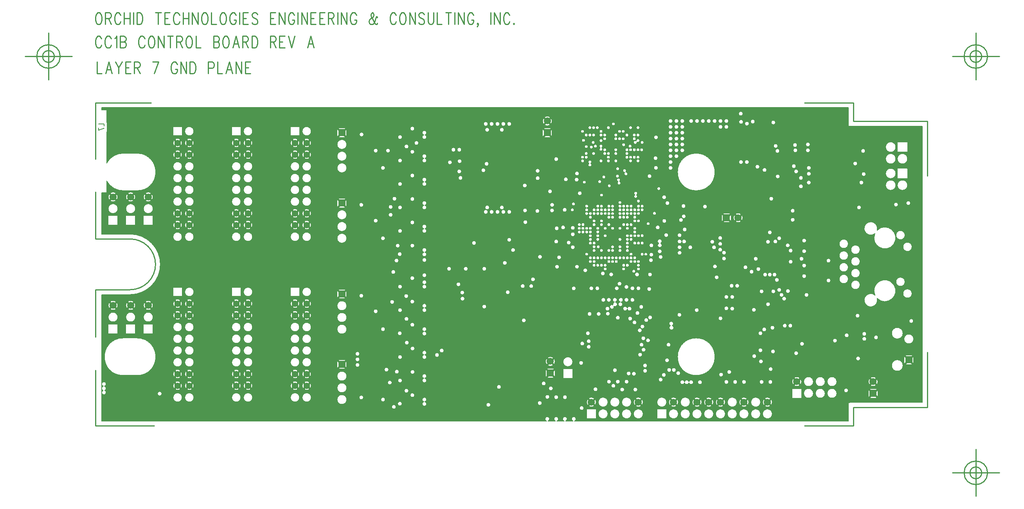
<source format=gbr>
*
*
G04 PADS 9.2 Build Number: 414666 generated Gerber (RS-274-X) file*
G04 PC Version=2.1*
*
%IN "CC1B_080118.pcb"*%
*
%MOIN*%
*
%FSLAX24Y24*%
*
*
*
*
G04 PC Standard Apertures*
*
*
G04 Thermal Relief Aperture macro.*
%AMTER*
1,1,$1,0,0*
1,0,$1-$2,0,0*
21,0,$3,$4,0,0,45*
21,0,$3,$4,0,0,135*
%
*
*
G04 Annular Aperture macro.*
%AMANN*
1,1,$1,0,0*
1,0,$2,0,0*
%
*
*
G04 Odd Aperture macro.*
%AMODD*
1,1,$1,0,0*
1,0,$1-0.005,0,0*
%
*
*
G04 PC Custom Aperture Macros*
*
*
*
*
*
*
G04 PC Aperture Table*
*
%ADD010C,0.001*%
%ADD013R,0.06X0.06*%
%ADD014C,0.06*%
%ADD028C,0.01*%
%ADD031C,0.015*%
%ADD032C,0.005*%
%ADD040C,0.024*%
%ADD063C,0.008*%
%ADD331C,0.055*%
*
*
*
*
G04 PC Circuitry*
G04 Layer Name CC1B_080118.pcb - circuitry*
%LPD*%
*
*
G04 PC Custom Flashes*
G04 Layer Name CC1B_080118.pcb - flashes*
%LPD*%
*
*
G04 PC Circuitry*
G04 Layer Name CC1B_080118.pcb - circuitry*
%LPD*%
*
G54D10*
G54D13*
G01X41000Y45000D03*
Y39000D03*
Y31250D03*
Y25250D03*
X58750Y24500D03*
X73750Y37750D03*
X58500Y45000D03*
X86250Y22779D03*
X89291Y25644D03*
G54D14*
X62250Y22029D03*
X66250D03*
X79750Y23779D03*
X58750Y25500D03*
X74750Y37750D03*
X58500Y46000D03*
X86250Y23779D03*
X21500Y39529D03*
Y30279D03*
X23000Y39529D03*
Y30279D03*
X24500D03*
Y39529D03*
X69250Y22029D03*
X71250D03*
X72250D03*
X73250D03*
X75250D03*
X77250D03*
G54D28*
X20145Y51034D02*
Y50050D01*
X20554*
X21133Y51034D02*
X20860Y50050D01*
X21133Y51034D02*
X21406Y50050D01*
X20963Y50378D02*
X21304D01*
X21713Y51034D02*
X21985Y50565D01*
X21985D02*
Y50050D01*
X22258Y51034D02*
X21985Y50565D01*
X22565Y51034D02*
Y50050D01*
Y51034D02*
X23008D01*
X22565Y50565D02*
X22838D01*
X22565Y50050D02*
X23008D01*
X23315Y51034D02*
Y50050D01*
Y51034D02*
X23622D01*
X23724Y50987*
X23724D02*
X23758Y50940D01*
X23758D02*
X23792Y50846D01*
X23792D02*
Y50753D01*
X23792D02*
X23758Y50659D01*
X23758D02*
X23724Y50612D01*
X23724D02*
X23622Y50565D01*
X23622D02*
X23315D01*
X23554D02*
X23792Y50050D01*
X25360Y51034D02*
X25020Y50050D01*
X24883Y51034D02*
X25360D01*
X26963Y50800D02*
X26929Y50893D01*
X26929D02*
X26860Y50987D01*
X26860D02*
X26792Y51034D01*
X26792D02*
X26656D01*
X26588Y50987*
X26588D02*
X26520Y50893D01*
X26520D02*
X26485Y50800D01*
X26485D02*
X26451Y50659D01*
X26451D02*
Y50425D01*
X26451D02*
X26485Y50284D01*
X26485D02*
X26520Y50190D01*
X26520D02*
X26588Y50096D01*
X26588D02*
X26656Y50050D01*
X26792*
X26792D02*
X26860Y50096D01*
X26860D02*
X26929Y50190D01*
X26929D02*
X26963Y50284D01*
Y50425*
X26792D02*
X26963D01*
X27270Y51034D02*
Y50050D01*
Y51034D02*
X27747Y50050D01*
Y51034D02*
Y50050D01*
X28054Y51034D02*
Y50050D01*
Y51034D02*
X28292D01*
X28292D02*
X28395Y50987D01*
X28395D02*
X28463Y50893D01*
X28463D02*
X28497Y50800D01*
X28531Y50659*
Y50425*
X28497Y50284*
X28463Y50190*
X28463D02*
X28395Y50096D01*
X28395D02*
X28292Y50050D01*
X28292D02*
X28054D01*
X29622Y51034D02*
Y50050D01*
Y51034D02*
X29929D01*
X30031Y50987*
X30031D02*
X30065Y50940D01*
X30065D02*
X30099Y50846D01*
X30099D02*
Y50706D01*
X30099D02*
X30065Y50612D01*
X30065D02*
X30031Y50565D01*
X30031D02*
X29929Y50518D01*
X29929D02*
X29622D01*
X30406Y51034D02*
Y50050D01*
X30815*
X31395Y51034D02*
X31122Y50050D01*
X31395Y51034D02*
X31667Y50050D01*
X31224Y50378D02*
X31565D01*
X31974Y51034D02*
Y50050D01*
Y51034D02*
X32451Y50050D01*
Y51034D02*
Y50050D01*
X32758Y51034D02*
Y50050D01*
Y51034D02*
X33201D01*
X32758Y50565D02*
X33031D01*
X32758Y50050D02*
X33201D01*
X20511Y53000D02*
X20477Y53093D01*
X20477D02*
X20409Y53187D01*
X20409D02*
X20340Y53234D01*
X20340D02*
X20204D01*
X20204D02*
X20136Y53187D01*
X20136D02*
X20068Y53093D01*
X20068D02*
X20034Y53000D01*
X20000Y52859*
Y52625*
X20034Y52484*
X20068Y52390*
X20068D02*
X20136Y52296D01*
X20136D02*
X20204Y52250D01*
X20204D02*
X20340D01*
X20340D02*
X20409Y52296D01*
X20409D02*
X20477Y52390D01*
X20477D02*
X20511Y52484D01*
X21329Y53000D02*
X21295Y53093D01*
X21295D02*
X21227Y53187D01*
X21227D02*
X21159Y53234D01*
X21022*
X21022D02*
X20954Y53187D01*
X20954D02*
X20886Y53093D01*
X20886D02*
X20852Y53000D01*
X20818Y52859*
Y52625*
X20852Y52484*
X20886Y52390*
X20886D02*
X20954Y52296D01*
X20954D02*
X21022Y52250D01*
X21022D02*
X21159D01*
X21227Y52296*
X21227D02*
X21295Y52390D01*
X21295D02*
X21329Y52484D01*
X21636Y53046D02*
X21704Y53093D01*
X21704D02*
X21806Y53234D01*
X21806D02*
Y52250D01*
X22113Y53234D02*
Y52250D01*
Y53234D02*
X22420D01*
X22522Y53187*
X22522D02*
X22556Y53140D01*
X22556D02*
X22590Y53046D01*
X22590D02*
Y52953D01*
X22590D02*
X22556Y52859D01*
X22556D02*
X22522Y52812D01*
X22522D02*
X22420Y52765D01*
X22113D02*
X22420D01*
X22420D02*
X22522Y52718D01*
X22522D02*
X22556Y52671D01*
X22556D02*
X22590Y52578D01*
X22590D02*
Y52437D01*
X22590D02*
X22556Y52343D01*
X22556D02*
X22522Y52296D01*
X22522D02*
X22420Y52250D01*
X22113*
X24193Y53000D02*
X24159Y53093D01*
X24159D02*
X24090Y53187D01*
X24090D02*
X24022Y53234D01*
X24022D02*
X23886D01*
X23818Y53187*
X23818D02*
X23750Y53093D01*
X23750D02*
X23715Y53000D01*
X23715D02*
X23681Y52859D01*
X23681D02*
Y52625D01*
X23681D02*
X23715Y52484D01*
X23715D02*
X23750Y52390D01*
X23750D02*
X23818Y52296D01*
X23818D02*
X23886Y52250D01*
X24022*
X24022D02*
X24090Y52296D01*
X24090D02*
X24159Y52390D01*
X24159D02*
X24193Y52484D01*
X24704Y53234D02*
X24636Y53187D01*
X24636D02*
X24568Y53093D01*
X24568D02*
X24534Y53000D01*
X24500Y52859*
Y52625*
X24534Y52484*
X24568Y52390*
X24568D02*
X24636Y52296D01*
X24636D02*
X24704Y52250D01*
X24704D02*
X24840D01*
X24840D02*
X24909Y52296D01*
X24909D02*
X24977Y52390D01*
X24977D02*
X25011Y52484D01*
X25045Y52625*
Y52859*
X25011Y53000*
X24977Y53093*
X24977D02*
X24909Y53187D01*
X24909D02*
X24840Y53234D01*
X24840D02*
X24704D01*
X25352D02*
Y52250D01*
Y53234D02*
X25829Y52250D01*
Y53234D02*
Y52250D01*
X26375Y53234D02*
Y52250D01*
X26136Y53234D02*
X26613D01*
X26920D02*
Y52250D01*
Y53234D02*
X27227D01*
X27329Y53187*
X27329D02*
X27363Y53140D01*
X27363D02*
X27397Y53046D01*
X27397D02*
Y52953D01*
X27397D02*
X27363Y52859D01*
X27363D02*
X27329Y52812D01*
X27329D02*
X27227Y52765D01*
X27227D02*
X26920D01*
X27159D02*
X27397Y52250D01*
X27909Y53234D02*
X27840Y53187D01*
X27840D02*
X27772Y53093D01*
X27772D02*
X27738Y53000D01*
X27738D02*
X27704Y52859D01*
X27704D02*
Y52625D01*
X27704D02*
X27738Y52484D01*
X27738D02*
X27772Y52390D01*
X27772D02*
X27840Y52296D01*
X27840D02*
X27909Y52250D01*
X28045*
X28113Y52296*
X28113D02*
X28181Y52390D01*
X28181D02*
X28215Y52484D01*
X28215D02*
X28250Y52625D01*
Y52859*
X28215Y53000*
X28215D02*
X28181Y53093D01*
X28181D02*
X28113Y53187D01*
X28113D02*
X28045Y53234D01*
X27909*
X28556D02*
Y52250D01*
X28556D02*
X28965D01*
X30056Y53234D02*
Y52250D01*
Y53234D02*
X30363D01*
X30363D02*
X30465Y53187D01*
X30465D02*
X30500Y53140D01*
X30500D02*
X30534Y53046D01*
X30534D02*
Y52953D01*
X30500Y52859*
X30465Y52812*
X30465D02*
X30363Y52765D01*
X30056D02*
X30363D01*
X30363D02*
X30465Y52718D01*
X30465D02*
X30500Y52671D01*
X30500D02*
X30534Y52578D01*
Y52437*
X30534D02*
X30500Y52343D01*
X30500D02*
X30465Y52296D01*
X30465D02*
X30363Y52250D01*
X30363D02*
X30056D01*
X31045Y53234D02*
X30977Y53187D01*
X30977D02*
X30909Y53093D01*
X30909D02*
X30875Y53000D01*
X30840Y52859*
X30840D02*
Y52625D01*
X30840D02*
X30875Y52484D01*
X30909Y52390*
X30909D02*
X30977Y52296D01*
X30977D02*
X31045Y52250D01*
X31181*
X31181D02*
X31250Y52296D01*
X31250D02*
X31318Y52390D01*
X31318D02*
X31352Y52484D01*
X31386Y52625*
Y52859*
X31352Y53000*
X31318Y53093*
X31318D02*
X31250Y53187D01*
X31250D02*
X31181Y53234D01*
X31181D02*
X31045D01*
X31965D02*
X31693Y52250D01*
X31965Y53234D02*
X32238Y52250D01*
X31795Y52578D02*
X32136D01*
X32545Y53234D02*
Y52250D01*
Y53234D02*
X32852D01*
X32954Y53187*
X32954D02*
X32988Y53140D01*
X32988D02*
X33022Y53046D01*
X33022D02*
Y52953D01*
X33022D02*
X32988Y52859D01*
X32988D02*
X32954Y52812D01*
X32954D02*
X32852Y52765D01*
X32852D02*
X32545D01*
X32784D02*
X33022Y52250D01*
X33329Y53234D02*
Y52250D01*
Y53234D02*
X33568D01*
X33670Y53187*
X33670D02*
X33738Y53093D01*
X33738D02*
X33772Y53000D01*
X33772D02*
X33806Y52859D01*
X33806D02*
Y52625D01*
X33806D02*
X33772Y52484D01*
X33772D02*
X33738Y52390D01*
X33738D02*
X33670Y52296D01*
X33670D02*
X33568Y52250D01*
X33329*
X34897Y53234D02*
Y52250D01*
Y53234D02*
X35204D01*
X35204D02*
X35306Y53187D01*
X35306D02*
X35340Y53140D01*
X35340D02*
X35375Y53046D01*
X35375D02*
Y52953D01*
X35340Y52859*
X35340D02*
X35306Y52812D01*
X35306D02*
X35204Y52765D01*
X35204D02*
X34897D01*
X35136D02*
X35375Y52250D01*
X35681Y53234D02*
Y52250D01*
Y53234D02*
X36125D01*
X35681Y52765D02*
X35954D01*
X35681Y52250D02*
X36125D01*
X36431Y53234D02*
X36704Y52250D01*
X36977Y53234D02*
X36704Y52250D01*
X38340Y53234D02*
X38068Y52250D01*
X38340Y53234D02*
X38613Y52250D01*
X38170Y52578D02*
X38511D01*
X20204Y55234D02*
X20136Y55187D01*
X20136D02*
X20068Y55093D01*
X20068D02*
X20034Y55000D01*
X20000Y54859*
Y54625*
X20034Y54484*
X20068Y54390*
X20068D02*
X20136Y54296D01*
X20136D02*
X20204Y54250D01*
X20204D02*
X20340D01*
X20340D02*
X20409Y54296D01*
X20409D02*
X20477Y54390D01*
X20477D02*
X20511Y54484D01*
X20545Y54625*
Y54859*
X20511Y55000*
X20477Y55093*
X20477D02*
X20409Y55187D01*
X20409D02*
X20340Y55234D01*
X20340D02*
X20204D01*
X20852D02*
Y54250D01*
Y55234D02*
X21159D01*
X21261Y55187*
X21261D02*
X21295Y55140D01*
X21295D02*
X21329Y55046D01*
X21329D02*
Y54953D01*
X21329D02*
X21295Y54859D01*
X21261Y54812*
X21261D02*
X21159Y54765D01*
X21159D02*
X20852D01*
X21090D02*
X21329Y54250D01*
X22147Y55000D02*
X22113Y55093D01*
X22113D02*
X22045Y55187D01*
X22045D02*
X21977Y55234D01*
X21840*
X21840D02*
X21772Y55187D01*
X21772D02*
X21704Y55093D01*
X21704D02*
X21670Y55000D01*
X21636Y54859*
Y54625*
X21670Y54484*
X21704Y54390*
X21704D02*
X21772Y54296D01*
X21772D02*
X21840Y54250D01*
X21840D02*
X21977D01*
X22045Y54296*
X22045D02*
X22113Y54390D01*
X22113D02*
X22147Y54484D01*
X22454Y55234D02*
Y54250D01*
X22931Y55234D02*
Y54250D01*
X22454Y54765D02*
X22931D01*
X23238Y55234D02*
Y54250D01*
X23545Y55234D02*
Y54250D01*
Y55234D02*
X23784D01*
X23886Y55187*
X23886D02*
X23954Y55093D01*
X23954D02*
X23988Y55000D01*
X23988D02*
X24022Y54859D01*
X24022D02*
Y54625D01*
X24022D02*
X23988Y54484D01*
X23988D02*
X23954Y54390D01*
X23954D02*
X23886Y54296D01*
X23886D02*
X23784Y54250D01*
X23545*
X25352Y55234D02*
Y54250D01*
X25113Y55234D02*
X25590D01*
X25897D02*
Y54250D01*
Y55234D02*
X26340D01*
X25897Y54765D02*
X26170D01*
X25897Y54250D02*
X26340D01*
X27159Y55000D02*
X27125Y55093D01*
X27125D02*
X27056Y55187D01*
X27056D02*
X26988Y55234D01*
X26988D02*
X26852D01*
X26784Y55187*
X26784D02*
X26715Y55093D01*
X26715D02*
X26681Y55000D01*
X26681D02*
X26647Y54859D01*
X26647D02*
Y54625D01*
X26647D02*
X26681Y54484D01*
X26681D02*
X26715Y54390D01*
X26715D02*
X26784Y54296D01*
X26784D02*
X26852Y54250D01*
X26988*
X26988D02*
X27056Y54296D01*
X27056D02*
X27125Y54390D01*
X27125D02*
X27159Y54484D01*
X27465Y55234D02*
Y54250D01*
X27943Y55234D02*
Y54250D01*
X27465Y54765D02*
X27943D01*
X28250Y55234D02*
Y54250D01*
Y55234D02*
X28727Y54250D01*
Y55234D02*
Y54250D01*
X29238Y55234D02*
X29170Y55187D01*
X29170D02*
X29102Y55093D01*
X29102D02*
X29068Y55000D01*
X29034Y54859*
Y54625*
X29068Y54484*
X29102Y54390*
X29102D02*
X29170Y54296D01*
X29170D02*
X29238Y54250D01*
X29238D02*
X29375D01*
X29443Y54296*
X29443D02*
X29511Y54390D01*
X29511D02*
X29545Y54484D01*
X29579Y54625*
X29579D02*
Y54859D01*
X29579D02*
X29545Y55000D01*
X29511Y55093*
X29511D02*
X29443Y55187D01*
X29443D02*
X29375Y55234D01*
X29238*
X29886D02*
Y54250D01*
X30295*
X30806Y55234D02*
X30738Y55187D01*
X30738D02*
X30670Y55093D01*
X30670D02*
X30636Y55000D01*
X30602Y54859*
Y54625*
X30636Y54484*
X30670Y54390*
X30670D02*
X30738Y54296D01*
X30738D02*
X30806Y54250D01*
X30806D02*
X30943D01*
X31011Y54296*
X31011D02*
X31079Y54390D01*
X31079D02*
X31113Y54484D01*
X31113D02*
X31147Y54625D01*
X31147D02*
Y54859D01*
X31147D02*
X31113Y55000D01*
X31113D02*
X31079Y55093D01*
X31079D02*
X31011Y55187D01*
X31011D02*
X30943Y55234D01*
X30806*
X31965Y55000D02*
X31931Y55093D01*
X31931D02*
X31863Y55187D01*
X31863D02*
X31795Y55234D01*
X31659*
X31590Y55187*
X31590D02*
X31522Y55093D01*
X31522D02*
X31488Y55000D01*
X31488D02*
X31454Y54859D01*
X31454D02*
Y54625D01*
X31454D02*
X31488Y54484D01*
X31488D02*
X31522Y54390D01*
X31522D02*
X31590Y54296D01*
X31590D02*
X31659Y54250D01*
X31795*
X31863Y54296*
X31863D02*
X31931Y54390D01*
X31931D02*
X31965Y54484D01*
X31965D02*
Y54625D01*
X31795D02*
X31965D01*
X32272Y55234D02*
Y54250D01*
X32579Y55234D02*
Y54250D01*
Y55234D02*
X33022D01*
X32579Y54765D02*
X32852D01*
X32579Y54250D02*
X33022D01*
X33806Y55093D02*
X33738Y55187D01*
X33738D02*
X33636Y55234D01*
X33500*
X33397Y55187*
X33397D02*
X33329Y55093D01*
X33329D02*
Y55000D01*
X33329D02*
X33363Y54906D01*
X33363D02*
X33397Y54859D01*
X33397D02*
X33465Y54812D01*
X33465D02*
X33670Y54718D01*
X33670D02*
X33738Y54671D01*
X33738D02*
X33772Y54625D01*
X33772D02*
X33806Y54531D01*
X33806D02*
Y54390D01*
X33806D02*
X33738Y54296D01*
X33738D02*
X33636Y54250D01*
X33500*
X33397Y54296*
X33397D02*
X33329Y54390D01*
X34897Y55234D02*
Y54250D01*
Y55234D02*
X35340D01*
X34897Y54765D02*
X35170D01*
X34897Y54250D02*
X35340D01*
X35647Y55234D02*
Y54250D01*
Y55234D02*
X36125Y54250D01*
Y55234D02*
Y54250D01*
X36943Y55000D02*
X36909Y55093D01*
X36909D02*
X36840Y55187D01*
X36840D02*
X36772Y55234D01*
X36772D02*
X36636D01*
X36568Y55187*
X36568D02*
X36500Y55093D01*
X36500D02*
X36465Y55000D01*
X36465D02*
X36431Y54859D01*
X36431D02*
Y54625D01*
X36431D02*
X36465Y54484D01*
X36465D02*
X36500Y54390D01*
X36500D02*
X36568Y54296D01*
X36568D02*
X36636Y54250D01*
X36772*
X36772D02*
X36840Y54296D01*
X36840D02*
X36909Y54390D01*
X36909D02*
X36943Y54484D01*
Y54625*
X36772D02*
X36943D01*
X37250Y55234D02*
Y54250D01*
X37556Y55234D02*
Y54250D01*
Y55234D02*
X38034Y54250D01*
Y55234D02*
Y54250D01*
X38340Y55234D02*
Y54250D01*
Y55234D02*
X38784D01*
X38340Y54765D02*
X38613D01*
X38340Y54250D02*
X38784D01*
X39090Y55234D02*
Y54250D01*
Y55234D02*
X39534D01*
X39090Y54765D02*
X39363D01*
X39090Y54250D02*
X39534D01*
X39840Y55234D02*
Y54250D01*
Y55234D02*
X40147D01*
X40147D02*
X40250Y55187D01*
X40250D02*
X40284Y55140D01*
X40284D02*
X40318Y55046D01*
X40318D02*
Y54953D01*
X40284Y54859*
X40250Y54812*
X40250D02*
X40147Y54765D01*
X40147D02*
X39840D01*
X40079D02*
X40318Y54250D01*
X40625Y55234D02*
Y54250D01*
X40931Y55234D02*
Y54250D01*
Y55234D02*
X41409Y54250D01*
Y55234D02*
Y54250D01*
X42227Y55000D02*
X42193Y55093D01*
X42193D02*
X42125Y55187D01*
X42125D02*
X42056Y55234D01*
X42056D02*
X41920D01*
X41852Y55187*
X41852D02*
X41784Y55093D01*
X41784D02*
X41750Y55000D01*
X41715Y54859*
X41715D02*
Y54625D01*
X41715D02*
X41750Y54484D01*
X41784Y54390*
X41784D02*
X41852Y54296D01*
X41852D02*
X41920Y54250D01*
X42056*
X42056D02*
X42125Y54296D01*
X42125D02*
X42193Y54390D01*
X42193D02*
X42227Y54484D01*
Y54625*
X42056D02*
X42227D01*
X44000Y54812D02*
Y54859D01*
X43965Y54906*
X43965D02*
X43931D01*
X43931D02*
X43897Y54859D01*
X43897D02*
X43863Y54765D01*
X43863D02*
X43795Y54531D01*
X43727Y54390*
X43727D02*
X43659Y54296D01*
X43659D02*
X43590Y54250D01*
X43590D02*
X43454D01*
X43454D02*
X43386Y54296D01*
X43386D02*
X43352Y54343D01*
X43352D02*
X43318Y54437D01*
X43318D02*
Y54531D01*
X43352Y54625*
X43386Y54671*
X43386D02*
X43625Y54859D01*
X43659Y54906*
X43693Y55000*
Y55093*
X43693D02*
X43659Y55187D01*
X43659D02*
X43590Y55234D01*
X43590D02*
X43522Y55187D01*
X43522D02*
X43488Y55093D01*
X43488D02*
Y55000D01*
X43488D02*
X43522Y54859D01*
X43522D02*
X43590Y54718D01*
X43590D02*
X43761Y54390D01*
X43761D02*
X43829Y54296D01*
X43829D02*
X43897Y54250D01*
X43897D02*
X43965D01*
X43965D02*
X44000Y54296D01*
X44000D02*
Y54343D01*
X45602Y55000D02*
X45568Y55093D01*
X45568D02*
X45500Y55187D01*
X45500D02*
X45431Y55234D01*
X45431D02*
X45295D01*
X45227Y55187*
X45227D02*
X45159Y55093D01*
X45159D02*
X45125Y55000D01*
X45090Y54859*
X45090D02*
Y54625D01*
X45090D02*
X45125Y54484D01*
X45159Y54390*
X45159D02*
X45227Y54296D01*
X45227D02*
X45295Y54250D01*
X45431*
X45431D02*
X45500Y54296D01*
X45500D02*
X45568Y54390D01*
X45568D02*
X45602Y54484D01*
X46113Y55234D02*
X46045Y55187D01*
X46045D02*
X45977Y55093D01*
X45977D02*
X45943Y55000D01*
X45909Y54859*
Y54625*
X45943Y54484*
X45977Y54390*
X45977D02*
X46045Y54296D01*
X46045D02*
X46113Y54250D01*
X46113D02*
X46250D01*
X46318Y54296*
X46318D02*
X46386Y54390D01*
X46386D02*
X46420Y54484D01*
X46454Y54625*
X46454D02*
Y54859D01*
X46454D02*
X46420Y55000D01*
X46386Y55093*
X46386D02*
X46318Y55187D01*
X46318D02*
X46250Y55234D01*
X46113*
X46761D02*
Y54250D01*
Y55234D02*
X47238Y54250D01*
Y55234D02*
Y54250D01*
X48022Y55093D02*
X47954Y55187D01*
X47954D02*
X47852Y55234D01*
X47715*
X47715D02*
X47613Y55187D01*
X47613D02*
X47545Y55093D01*
X47545D02*
Y55000D01*
X47579Y54906*
X47579D02*
X47613Y54859D01*
X47613D02*
X47681Y54812D01*
X47681D02*
X47886Y54718D01*
X47886D02*
X47954Y54671D01*
X47954D02*
X47988Y54625D01*
X47988D02*
X48022Y54531D01*
X48022D02*
Y54390D01*
X48022D02*
X47954Y54296D01*
X47954D02*
X47852Y54250D01*
X47715*
X47715D02*
X47613Y54296D01*
X47613D02*
X47545Y54390D01*
X48329Y55234D02*
Y54531D01*
X48329D02*
X48363Y54390D01*
X48363D02*
X48431Y54296D01*
X48431D02*
X48534Y54250D01*
X48602*
X48704Y54296*
X48704D02*
X48772Y54390D01*
X48772D02*
X48806Y54531D01*
X48806D02*
Y55234D01*
X49113D02*
Y54250D01*
X49113D02*
X49522D01*
X50068Y55234D02*
Y54250D01*
X49829Y55234D02*
X50306D01*
X50613D02*
Y54250D01*
X50920Y55234D02*
Y54250D01*
Y55234D02*
X51397Y54250D01*
Y55234D02*
Y54250D01*
X52215Y55000D02*
X52181Y55093D01*
X52181D02*
X52113Y55187D01*
X52113D02*
X52045Y55234D01*
X51909*
X51840Y55187*
X51840D02*
X51772Y55093D01*
X51772D02*
X51738Y55000D01*
X51738D02*
X51704Y54859D01*
X51704D02*
Y54625D01*
X51704D02*
X51738Y54484D01*
X51738D02*
X51772Y54390D01*
X51772D02*
X51840Y54296D01*
X51840D02*
X51909Y54250D01*
X52045*
X52113Y54296*
X52113D02*
X52181Y54390D01*
X52181D02*
X52215Y54484D01*
X52215D02*
Y54625D01*
X52045D02*
X52215D01*
X52590Y54296D02*
X52556Y54250D01*
X52556D02*
X52522Y54296D01*
X52522D02*
X52556Y54343D01*
X52556D02*
X52590Y54296D01*
X52590D02*
Y54203D01*
X52590D02*
X52556Y54109D01*
X52556D02*
X52522Y54062D01*
X53681Y55234D02*
Y54250D01*
X53988Y55234D02*
Y54250D01*
Y55234D02*
X54465Y54250D01*
Y55234D02*
Y54250D01*
X55284Y55000D02*
X55250Y55093D01*
X55250D02*
X55181Y55187D01*
X55181D02*
X55113Y55234D01*
X55113D02*
X54977D01*
X54909Y55187*
X54909D02*
X54840Y55093D01*
X54840D02*
X54806Y55000D01*
X54806D02*
X54772Y54859D01*
X54772D02*
Y54625D01*
X54772D02*
X54806Y54484D01*
X54806D02*
X54840Y54390D01*
X54840D02*
X54909Y54296D01*
X54909D02*
X54977Y54250D01*
X55113*
X55113D02*
X55181Y54296D01*
X55181D02*
X55250Y54390D01*
X55250D02*
X55284Y54484D01*
X55625Y54343D02*
X55590Y54296D01*
X55590D02*
X55625Y54250D01*
X55659Y54296*
X55659D02*
X55625Y54343D01*
X17000Y51500D02*
G75*
G03X17000I-1000J0D01*
G01X16500D02*
G03X16500I-500J0D01*
G01X16000Y53500D02*
Y49500D01*
X14000Y51500D02*
X18000D01*
X96000D02*
G03X96000I-1000J0D01*
G01X95500D02*
G03X95500I-500J0D01*
G01X95000Y53500D02*
Y49500D01*
X93000Y51500D02*
X97000D01*
X96000Y16000D02*
G03X96000I-1000J0D01*
G01X95500D02*
G03X95500I-500J0D01*
G01X95000Y18000D02*
Y14000D01*
X93000Y16000D02*
X97000D01*
X25000Y20000D02*
X20000D01*
Y24750*
Y42750D02*
Y47560D01*
X24750*
X80410Y47559D02*
X84565D01*
Y45985*
X90865*
Y41300*
X80403Y20000D02*
X84568D01*
Y21573*
X90867*
Y26270*
X20000Y27596D02*
Y31614D01*
X22950*
G03X22949Y35940I7J2163*
G01X22950D02*
X20000D01*
Y39956*
G54D31*
X58368Y24881D02*
X58537Y24712D01*
X59131Y24881D02*
X58962Y24712D01*
X59131Y24118D02*
X58962Y24287D01*
X58368Y24118D02*
X58537Y24287D01*
X74131Y38131D02*
X73962Y37962D01*
X74131Y37368D02*
X73962Y37537D01*
X73368Y37368D02*
X73537Y37537D01*
X73368Y38131D02*
X73537Y37962D01*
X69543Y22323D02*
X69462Y22241D01*
X68956Y22323D02*
X69037Y22241D01*
X68956Y21736D02*
X69037Y21817D01*
X69543Y21736D02*
X69462Y21817D01*
X66543Y22323D02*
X66462Y22241D01*
X65956Y22323D02*
X66037Y22241D01*
X65956Y21736D02*
X66037Y21817D01*
X66543Y21736D02*
X66462Y21817D01*
X58118Y45381D02*
X58287Y45212D01*
X58881Y45381D02*
X58712Y45212D01*
X58881Y44618D02*
X58712Y44787D01*
X58118Y44618D02*
X58287Y44787D01*
X40618Y31631D02*
X40787Y31462D01*
X41381Y31631D02*
X41212Y31462D01*
X41381Y30868D02*
X41212Y31037D01*
X40618Y30868D02*
X40787Y31037D01*
X40618Y25631D02*
X40787Y25462D01*
X41381Y25631D02*
X41212Y25462D01*
X41381Y24868D02*
X41212Y25037D01*
X40618Y24868D02*
X40787Y25037D01*
X40618Y39381D02*
X40787Y39212D01*
X41381Y39381D02*
X41212Y39212D01*
X41381Y38618D02*
X41212Y38787D01*
X40618Y38618D02*
X40787Y38787D01*
X40618Y45381D02*
X40787Y45212D01*
X41381Y45381D02*
X41212Y45212D01*
X41381Y44618D02*
X41212Y44787D01*
X40618Y44618D02*
X40787Y44787D01*
X62543Y22323D02*
X62462Y22241D01*
X61956Y22323D02*
X62037Y22241D01*
X61956Y21736D02*
X62037Y21817D01*
X62543Y21736D02*
X62462Y21817D01*
X73543Y22323D02*
X73462Y22241D01*
X72956Y22323D02*
X73037Y22241D01*
X72956Y21736D02*
X73037Y21817D01*
X73543Y21736D02*
X73462Y21817D01*
X38275Y24153D02*
X38194Y24235D01*
X38275Y24705D02*
X38194Y24624D01*
X37724Y24705D02*
X37805Y24624D01*
X37724Y24153D02*
X37805Y24235D01*
X37275Y24153D02*
X37194Y24235D01*
X37275Y24705D02*
X37194Y24624D01*
X36724Y24705D02*
X36805Y24624D01*
X36724Y24153D02*
X36805Y24235D01*
X37275Y23153D02*
X37194Y23235D01*
X37275Y23705D02*
X37194Y23624D01*
X36724Y23705D02*
X36805Y23624D01*
X36724Y23153D02*
X36805Y23235D01*
X38275Y30153D02*
X38194Y30235D01*
X38275Y30705D02*
X38194Y30624D01*
X37724Y30705D02*
X37805Y30624D01*
X37724Y30153D02*
X37805Y30235D01*
X37275Y30153D02*
X37194Y30235D01*
X37275Y30705D02*
X37194Y30624D01*
X36724Y30705D02*
X36805Y30624D01*
X36724Y30153D02*
X36805Y30235D01*
X37275Y29153D02*
X37194Y29235D01*
X37275Y29705D02*
X37194Y29624D01*
X36724Y29705D02*
X36805Y29624D01*
X36724Y29153D02*
X36805Y29235D01*
X38275Y37853D02*
X38194Y37935D01*
X38275Y38405D02*
X38194Y38324D01*
X37724Y38405D02*
X37805Y38324D01*
X37724Y37853D02*
X37805Y37935D01*
X37275Y36853D02*
X37194Y36935D01*
X37275Y37405D02*
X37194Y37324D01*
X36724Y37405D02*
X36805Y37324D01*
X36724Y36853D02*
X36805Y36935D01*
X37275Y37853D02*
X37194Y37935D01*
X37275Y38405D02*
X37194Y38324D01*
X36724Y38405D02*
X36805Y38324D01*
X36724Y37853D02*
X36805Y37935D01*
X58456Y25793D02*
X58537Y25712D01*
X58456Y25206D02*
X58537Y25287D01*
X59043Y25206D02*
X58962Y25287D01*
X59043Y25793D02*
X58962Y25712D01*
X38275Y43853D02*
X38194Y43935D01*
X38275Y44405D02*
X38194Y44324D01*
X37724Y44405D02*
X37805Y44324D01*
X37724Y43853D02*
X37805Y43935D01*
X37275Y43853D02*
X37194Y43935D01*
X37275Y44405D02*
X37194Y44324D01*
X36724Y44405D02*
X36805Y44324D01*
X36724Y43853D02*
X36805Y43935D01*
X37275Y42853D02*
X37194Y42935D01*
X37275Y43405D02*
X37194Y43324D01*
X36724Y43405D02*
X36805Y43324D01*
X36724Y42853D02*
X36805Y42935D01*
X32275Y24153D02*
X32194Y24235D01*
X32275Y24705D02*
X32194Y24624D01*
X31724Y24705D02*
X31805Y24624D01*
X31724Y24153D02*
X31805Y24235D01*
X32275Y23153D02*
X32194Y23235D01*
X32275Y23705D02*
X32194Y23624D01*
X31724Y23705D02*
X31805Y23624D01*
X31724Y23153D02*
X31805Y23235D01*
X28275Y23153D02*
X28194Y23235D01*
X28275Y23705D02*
X28194Y23624D01*
X27724Y23705D02*
X27805Y23624D01*
X27724Y23153D02*
X27805Y23235D01*
X27275Y24153D02*
X27194Y24235D01*
X27275Y24705D02*
X27194Y24624D01*
X26724Y24705D02*
X26805Y24624D01*
X26724Y24153D02*
X26805Y24235D01*
X27275Y23153D02*
X27194Y23235D01*
X27275Y23705D02*
X27194Y23624D01*
X26724Y23705D02*
X26805Y23624D01*
X26724Y23153D02*
X26805Y23235D01*
X33275Y29153D02*
X33194Y29235D01*
X33275Y29705D02*
X33194Y29624D01*
X32724Y29705D02*
X32805Y29624D01*
X32724Y29153D02*
X32805Y29235D01*
X85956Y24073D02*
X86037Y23991D01*
X85956Y23486D02*
X86037Y23567D01*
X86543Y23486D02*
X86462Y23567D01*
X86543Y24073D02*
X86462Y23991D01*
X85868Y23160D02*
X86037Y22991D01*
X86631Y23160D02*
X86462Y22991D01*
X86631Y22398D02*
X86462Y22567D01*
X85868Y22398D02*
X86037Y22567D01*
X58206Y46293D02*
X58287Y46212D01*
X58206Y45706D02*
X58287Y45787D01*
X58793Y45706D02*
X58712Y45787D01*
X58793Y46293D02*
X58712Y46212D01*
X32275Y30153D02*
X32194Y30235D01*
X32275Y30705D02*
X32194Y30624D01*
X31724Y30705D02*
X31805Y30624D01*
X31724Y30153D02*
X31805Y30235D01*
X32275Y29153D02*
X32194Y29235D01*
X32275Y29705D02*
X32194Y29624D01*
X31724Y29705D02*
X31805Y29624D01*
X31724Y29153D02*
X31805Y29235D01*
X28275Y29153D02*
X28194Y29235D01*
X28275Y29705D02*
X28194Y29624D01*
X27724Y29705D02*
X27805Y29624D01*
X27724Y29153D02*
X27805Y29235D01*
X27275Y30153D02*
X27194Y30235D01*
X27275Y30705D02*
X27194Y30624D01*
X26724Y30705D02*
X26805Y30624D01*
X26724Y30153D02*
X26805Y30235D01*
X27275Y29153D02*
X27194Y29235D01*
X27275Y29705D02*
X27194Y29624D01*
X26724Y29705D02*
X26805Y29624D01*
X26724Y29153D02*
X26805Y29235D01*
X24206Y30573D02*
X24287Y30491D01*
X24206Y29986D02*
X24287Y30067D01*
X24793Y29986D02*
X24712Y30067D01*
X24793Y30573D02*
X24712Y30491D01*
X22706Y30573D02*
X22787Y30491D01*
X22706Y29986D02*
X22787Y30067D01*
X23293Y29986D02*
X23212Y30067D01*
X23293Y30573D02*
X23212Y30491D01*
X32275Y42853D02*
X32194Y42935D01*
X32275Y43405D02*
X32194Y43324D01*
X31724Y43405D02*
X31805Y43324D01*
X31724Y42853D02*
X31805Y42935D01*
X33275Y42853D02*
X33194Y42935D01*
X33275Y43405D02*
X33194Y43324D01*
X32724Y43405D02*
X32805Y43324D01*
X32724Y42853D02*
X32805Y42935D01*
X21206Y30573D02*
X21287Y30491D01*
X21206Y29986D02*
X21287Y30067D01*
X21793Y29986D02*
X21712Y30067D01*
X21793Y30573D02*
X21712Y30491D01*
X27275Y36853D02*
X27194Y36935D01*
X27275Y37405D02*
X27194Y37324D01*
X26724Y37405D02*
X26805Y37324D01*
X26724Y36853D02*
X26805Y36935D01*
X28275Y36853D02*
X28194Y36935D01*
X28275Y37405D02*
X28194Y37324D01*
X27724Y37405D02*
X27805Y37324D01*
X27724Y36853D02*
X27805Y36935D01*
X33275Y23153D02*
X33194Y23235D01*
X33275Y23705D02*
X33194Y23624D01*
X32724Y23705D02*
X32805Y23624D01*
X32724Y23153D02*
X32805Y23235D01*
X38275Y23153D02*
X38194Y23235D01*
X38275Y23705D02*
X38194Y23624D01*
X37724Y23705D02*
X37805Y23624D01*
X37724Y23153D02*
X37805Y23235D01*
X27275Y42853D02*
X27194Y42935D01*
X27275Y43405D02*
X27194Y43324D01*
X26724Y43405D02*
X26805Y43324D01*
X26724Y42853D02*
X26805Y42935D01*
X28275Y42853D02*
X28194Y42935D01*
X28275Y43405D02*
X28194Y43324D01*
X27724Y43405D02*
X27805Y43324D01*
X27724Y42853D02*
X27805Y42935D01*
X38275Y29153D02*
X38194Y29235D01*
X38275Y29705D02*
X38194Y29624D01*
X37724Y29705D02*
X37805Y29624D01*
X37724Y29153D02*
X37805Y29235D01*
X32275Y36853D02*
X32194Y36935D01*
X32275Y37405D02*
X32194Y37324D01*
X31724Y37405D02*
X31805Y37324D01*
X31724Y36853D02*
X31805Y36935D01*
X33275Y36853D02*
X33194Y36935D01*
X33275Y37405D02*
X33194Y37324D01*
X32724Y37405D02*
X32805Y37324D01*
X32724Y36853D02*
X32805Y36935D01*
X38275Y36853D02*
X38194Y36935D01*
X38275Y37405D02*
X38194Y37324D01*
X37724Y37405D02*
X37805Y37324D01*
X37724Y36853D02*
X37805Y36935D01*
X38275Y42853D02*
X38194Y42935D01*
X38275Y43405D02*
X38194Y43324D01*
X37724Y43405D02*
X37805Y43324D01*
X37724Y42853D02*
X37805Y42935D01*
X32275Y37853D02*
X32194Y37935D01*
X32275Y38405D02*
X32194Y38324D01*
X31724Y38405D02*
X31805Y38324D01*
X31724Y37853D02*
X31805Y37935D01*
X27275Y37853D02*
X27194Y37935D01*
X27275Y38405D02*
X27194Y38324D01*
X26724Y38405D02*
X26805Y38324D01*
X26724Y37853D02*
X26805Y37935D01*
X24206Y39823D02*
X24287Y39741D01*
X24206Y39236D02*
X24287Y39317D01*
X24793Y39236D02*
X24712Y39317D01*
X24793Y39823D02*
X24712Y39741D01*
X22706Y39823D02*
X22787Y39741D01*
X22706Y39236D02*
X22787Y39317D01*
X23293Y39236D02*
X23212Y39317D01*
X23293Y39823D02*
X23212Y39741D01*
X21206Y39823D02*
X21287Y39741D01*
X21206Y39236D02*
X21287Y39317D01*
X21793Y39236D02*
X21712Y39317D01*
X21793Y39823D02*
X21712Y39741D01*
X32275Y43853D02*
X32194Y43935D01*
X32275Y44405D02*
X32194Y44324D01*
X31724Y44405D02*
X31805Y44324D01*
X31724Y43853D02*
X31805Y43935D01*
X27275Y43853D02*
X27194Y43935D01*
X27275Y44405D02*
X27194Y44324D01*
X26724Y44405D02*
X26805Y44324D01*
X26724Y43853D02*
X26805Y43935D01*
X80043Y24073D02*
X79962Y23991D01*
X79456Y24073D02*
X79537Y23991D01*
X79456Y23486D02*
X79537Y23567D01*
X80043Y23486D02*
X79962Y23567D01*
X77543Y22323D02*
X77462Y22241D01*
X76956Y22323D02*
X77037Y22241D01*
X76956Y21736D02*
X77037Y21817D01*
X77543Y21736D02*
X77462Y21817D01*
X75543Y22323D02*
X75462Y22241D01*
X74956Y22323D02*
X75037Y22241D01*
X74956Y21736D02*
X75037Y21817D01*
X75543Y21736D02*
X75462Y21817D01*
X72543Y22323D02*
X72462Y22241D01*
X71956Y22323D02*
X72037Y22241D01*
X71956Y21736D02*
X72037Y21817D01*
X72543Y21736D02*
X72462Y21817D01*
X71543Y22323D02*
X71462Y22241D01*
X70956Y22323D02*
X71037Y22241D01*
X70956Y21736D02*
X71037Y21817D01*
X71543Y21736D02*
X71462Y21817D01*
X28275Y37853D02*
X28194Y37935D01*
X28275Y38405D02*
X28194Y38324D01*
X27724Y38405D02*
X27805Y38324D01*
X27724Y37853D02*
X27805Y37935D01*
X33275Y24153D02*
X33194Y24235D01*
X33275Y24705D02*
X33194Y24624D01*
X32724Y24705D02*
X32805Y24624D01*
X32724Y24153D02*
X32805Y24235D01*
X33275Y43853D02*
X33194Y43935D01*
X33275Y44405D02*
X33194Y44324D01*
X32724Y44405D02*
X32805Y44324D01*
X32724Y43853D02*
X32805Y43935D01*
X28275Y30153D02*
X28194Y30235D01*
X28275Y30705D02*
X28194Y30624D01*
X27724Y30705D02*
X27805Y30624D01*
X27724Y30153D02*
X27805Y30235D01*
X28275Y43853D02*
X28194Y43935D01*
X28275Y44405D02*
X28194Y44324D01*
X27724Y44405D02*
X27805Y44324D01*
X27724Y43853D02*
X27805Y43935D01*
X33275Y30153D02*
X33194Y30235D01*
X33275Y30705D02*
X33194Y30624D01*
X32724Y30705D02*
X32805Y30624D01*
X32724Y30153D02*
X32805Y30235D01*
X28275Y24153D02*
X28194Y24235D01*
X28275Y24705D02*
X28194Y24624D01*
X27724Y24705D02*
X27805Y24624D01*
X27724Y24153D02*
X27805Y24235D01*
X33275Y37853D02*
X33194Y37935D01*
X33275Y38405D02*
X33194Y38324D01*
X32724Y38405D02*
X32805Y38324D01*
X32724Y37853D02*
X32805Y37935D01*
X75043Y38043D02*
X74962Y37962D01*
X74456Y38043D02*
X74537Y37962D01*
X74456Y37456D02*
X74537Y37537D01*
X75043Y37456D02*
X74962Y37537D01*
X88910Y26025D02*
X89079Y25856D01*
X89672Y26025D02*
X89503Y25856D01*
X89672Y25263D02*
X89503Y25432D01*
X88910Y25263D02*
X89079Y25432D01*
G54D32*
X89706Y27414D02*
G03X89706I-414J0D01*
G01X89695Y28950D02*
G03X89695I-195J0D01*
G01X88801Y25154D02*
G03X88801I-489J0D01*
G01Y27904D02*
G03X88801I-489J0D01*
G01X89569Y31289D02*
G03X89569I-389J0D01*
G01X88970Y32289D02*
G03X88970I-389J0D01*
G01X89569Y35269D02*
G03X89569I-389J0D01*
G01X89445Y39000D02*
G03X89445I-195J0D01*
G01X88970Y36269D02*
G03X88970I-389J0D01*
G01X86665Y23779D02*
G03X86665I-415J0D01*
G01X86695Y27550D02*
G03X86695I-195J0D01*
G01X85695Y27425D02*
G03X85695I-195J0D01*
G01Y27850D02*
G03X85695I-195J0D01*
G01X88395Y38875D02*
G03X88395I-195J0D01*
G01X89190Y40529D02*
G03X89190I-440J0D01*
G01Y42779D02*
G03X89190I-440J0D01*
G01X88190Y40529D02*
G03X88190I-440J0D01*
G01Y41529D02*
G03X88190I-440J0D01*
G01Y42779D02*
G03X88190I-440J0D01*
G01Y43779D02*
G03X88190I-440J0D01*
G01X85170Y25750D02*
G03X85170I-195J0D01*
G01X85120Y29400D02*
G03X85120I-195J0D01*
G01X85140Y32029D02*
G03X85140I-390J0D01*
G01Y33029D02*
G03X85140I-390J0D01*
G01Y34029D02*
G03X85140I-390J0D01*
G01Y35029D02*
G03X85140I-390J0D01*
G01X85245Y38625D02*
G03X85245I-195J0D01*
G01X85445Y40750D02*
G03X85445I-195J0D01*
G01X85645Y41475D02*
G03X85645I-195J0D01*
G01X85595Y43450D02*
G03X85595I-195J0D01*
G01X84920Y42375D02*
G03X84920I-195J0D01*
G01X84145Y23025D02*
G03X84145I-195J0D01*
G01X84195Y27725D02*
G03X84195I-195J0D01*
G01X84140Y32529D02*
G03X84140I-390J0D01*
G01Y33529D02*
G03X84140I-390J0D01*
G01Y34529D02*
G03X84140I-390J0D01*
G01Y35529D02*
G03X84140I-390J0D01*
G01X83165Y22779D02*
G03X83165I-415J0D01*
G01Y23779D02*
G03X83165I-415J0D01*
G01X83195Y27275D02*
G03X83195I-195J0D01*
G01X82645Y32400D02*
G03X82645I-195J0D01*
G01Y34090D02*
G03X82645I-195J0D01*
G01X82165Y22779D02*
G03X82165I-415J0D01*
G01Y23779D02*
G03X82165I-415J0D01*
G01X81165Y22779D02*
G03X81165I-415J0D01*
G01Y23779D02*
G03X81165I-415J0D01*
G01X80165D02*
G03X80165I-415J0D01*
G01X80395Y27000D02*
G03X80395I-195J0D01*
G01X80770Y31175D02*
G03X80770I-195J0D01*
G01X80970Y40750D02*
G03X80970I-195J0D01*
G01Y41500D02*
G03X80970I-195J0D01*
G01Y42000D02*
G03X80970I-195J0D01*
G01X80570Y32775D02*
G03X80570I-195J0D01*
G01Y33675D02*
G03X80570I-195J0D01*
G01X80345Y34250D02*
G03X80345I-195J0D01*
G01X80570Y34900D02*
G03X80570I-195J0D01*
G01Y35800D02*
G03X80570I-195J0D01*
G01X80895Y43500D02*
G03X80895I-195J0D01*
G01Y44000D02*
G03X80895I-195J0D01*
G01X80295Y40425D02*
G03X80295I-195J0D01*
G01Y41150D02*
G03X80295I-195J0D01*
G01X79895Y26200D02*
G03X79895I-195J0D01*
G01X79395Y28550D02*
G03X79395I-195J0D01*
G01X78920D02*
G03X78920I-195J0D01*
G01X78870Y30850D02*
G03X78870I-195J0D01*
G01X79195Y31500D02*
G03X79195I-195J0D01*
G01X79420Y34000D02*
G03X79420I-195J0D01*
G01Y34950D02*
G03X79420I-195J0D01*
G01X79595Y37575D02*
G03X79595I-195J0D01*
G01Y38350D02*
G03X79595I-195J0D01*
G01X79895Y41700D02*
G03X79895I-195J0D01*
G01X79695Y42150D02*
G03X79695I-195J0D01*
G01X79820Y43500D02*
G03X79820I-195J0D01*
G01X79795Y43950D02*
G03X79795I-195J0D01*
G01X79170Y35400D02*
G03X79170I-195J0D01*
G01X78645Y31175D02*
G03X78645I-195J0D01*
G01X78445Y31600D02*
G03X78445I-195J0D01*
G01X77665Y21029D02*
G03X77665I-415J0D01*
G01Y22029D02*
G03X77665I-415J0D01*
G01X77695Y23750D02*
G03X77695I-195J0D01*
G01X77720Y24850D02*
G03X77720I-195J0D01*
G01X77920Y26350D02*
G03X77920I-195J0D01*
G01X77870Y28375D02*
G03X77870I-195J0D01*
G01X77945Y31475D02*
G03X77945I-195J0D01*
G01X78245Y32450D02*
G03X78245I-195J0D01*
G01X78045Y32900D02*
G03X78045I-195J0D01*
G01X78120Y35725D02*
G03X78120I-195J0D01*
G01X78445Y36000D02*
G03X78445I-195J0D01*
G01X78320Y41275D02*
G03X78320I-195J0D01*
G01X78295Y43450D02*
G03X78295I-195J0D01*
G01X76665Y21029D02*
G03X76665I-415J0D01*
G01Y22029D02*
G03X76665I-415J0D01*
G01X76945Y23750D02*
G03X76945I-195J0D01*
G01X76895Y25500D02*
G03X76895I-195J0D01*
G01X76845Y26450D02*
G03X76845I-195J0D01*
G01Y27900D02*
G03X76845I-195J0D01*
G01X77170Y28225D02*
G03X77170I-195J0D01*
G01X77495Y30375D02*
G03X77495I-195J0D01*
G01X77645Y32900D02*
G03X77645I-195J0D01*
G01X76945Y31475D02*
G03X76945I-195J0D01*
G01X77245Y32900D02*
G03X77245I-195J0D01*
G01X77495Y35700D02*
G03X77495I-195J0D01*
G01X77645Y36500D02*
G03X77645I-195J0D01*
G01X77770Y39375D02*
G03X77770I-195J0D01*
G01X78145Y43875D02*
G03X78145I-195J0D01*
G01X77945Y45875D02*
G03X77945I-195J0D01*
G01X77195Y41825D02*
G03X77195I-195J0D01*
G01X76320Y25950D02*
G03X76320I-195J0D01*
G01X76295Y29900D02*
G03X76295I-195J0D01*
G01X76670Y33375D02*
G03X76670I-195J0D01*
G01X76095Y33150D02*
G03X76095I-195J0D01*
G01X76445Y34250D02*
G03X76445I-195J0D01*
G01X76595Y42100D02*
G03X76595I-195J0D01*
G01X76195Y45950D02*
G03X76195I-195J0D01*
G01X75665Y21029D02*
G03X75665I-415J0D01*
G01Y22029D02*
G03X75665I-415J0D01*
G01X75445Y23750D02*
G03X75445I-195J0D01*
G01X75570Y33525D02*
G03X75570I-195J0D01*
G01X75695Y42500D02*
G03X75695I-195J0D01*
G01Y45775D02*
G03X75695I-195J0D01*
G01X74665Y21029D02*
G03X74665I-415J0D01*
G01Y22029D02*
G03X74665I-415J0D01*
G01X74695Y23750D02*
G03X74695I-195J0D01*
G01X74870Y31950D02*
G03X74870I-195J0D01*
G01X73665Y21029D02*
G03X73665I-415J0D01*
G01Y22029D02*
G03X73665I-415J0D01*
G01X73945Y23750D02*
G03X73945I-195J0D01*
G01X74195Y24600D02*
G03X74195I-195J0D01*
G01X74445Y30000D02*
G03X74445I-195J0D01*
G01Y31000D02*
G03X74445I-195J0D01*
G01X74395Y31950D02*
G03X74395I-195J0D01*
G01X75165Y37750D02*
G03X75165I-415J0D01*
G01X75195Y42500D02*
G03X75195I-195J0D01*
G01Y45925D02*
G03X75195I-195J0D01*
G01X75170Y46625D02*
G03X75170I-195J0D01*
G01X73945Y30025D02*
G03X73945I-195J0D01*
G01Y31000D02*
G03X73945I-195J0D01*
G01X73495Y24375D02*
G03X73495I-195J0D01*
G01X73445Y29175D02*
G03X73445I-195J0D01*
G01X73745Y34275D02*
G03X73745I-195J0D01*
G01Y34775D02*
G03X73745I-195J0D01*
G01X72665Y21029D02*
G03X72665I-415J0D01*
G01Y22029D02*
G03X72665I-415J0D01*
G01X71665Y21029D02*
G03X71665I-415J0D01*
G01Y22029D02*
G03X71665I-415J0D01*
G01X71695Y23725D02*
G03X71695I-195J0D01*
G01X70665Y21029D02*
G03X70665I-415J0D01*
G01Y22029D02*
G03X70665I-415J0D01*
G01X69665Y21029D02*
G03X69665I-415J0D01*
G01Y22029D02*
G03X69665I-415J0D01*
G01X69845Y24500D02*
G03X69845I-195J0D01*
G01X72780Y25905D02*
G03X72780I-1598J0D01*
G01X73120Y32675D02*
G03X73120I-195J0D01*
G01X73420Y35025D02*
G03X73420I-195J0D01*
G01Y35525D02*
G03X73420I-195J0D01*
G01Y36025D02*
G03X73420I-195J0D01*
G01X73945Y45500D02*
G03X73945I-195J0D01*
G01Y46000D02*
G03X73945I-195J0D01*
G01X73445Y45500D02*
G03X73445I-195J0D01*
G01Y46000D02*
G03X73445I-195J0D01*
G01X72970Y33600D02*
G03X72970I-195J0D01*
G01X72895Y35225D02*
G03X72895I-195J0D01*
G01X72745Y35700D02*
G03X72745I-195J0D01*
G01X72120Y38700D02*
G03X72120I-195J0D01*
G01X71420Y29875D02*
G03X71420I-195J0D01*
G01X70870Y35225D02*
G03X70870I-195J0D01*
G01X69945Y29475D02*
G03X69945I-195J0D01*
G01X69958Y34763D02*
G03X69958I-194J0D01*
G01Y35236D02*
G03X69958I-194J0D01*
G01X70395Y36750D02*
G03X70395I-195J0D01*
G01X69958Y36259D02*
G03X69958I-194J0D01*
G01X70076Y37559D02*
G03X70076I-194J0D01*
G01X70313Y37874D02*
G03X70313I-194J0D01*
G01X70295Y38750D02*
G03X70295I-195J0D01*
G01X72780Y41653D02*
G03X72780I-1598J0D01*
G01X72945Y46000D02*
G03X72945I-195J0D01*
G01X72445D02*
G03X72445I-195J0D01*
G01X71945D02*
G03X71945I-195J0D01*
G01X71445D02*
G03X71445I-195J0D01*
G01X70945D02*
G03X70945I-195J0D01*
G01X70195Y43500D02*
G03X70195I-195J0D01*
G01Y44000D02*
G03X70195I-195J0D01*
G01Y44500D02*
G03X70195I-195J0D01*
G01Y45000D02*
G03X70195I-195J0D01*
G01Y45500D02*
G03X70195I-195J0D01*
G01Y46000D02*
G03X70195I-195J0D01*
G01X69470Y24775D02*
G03X69470I-195J0D01*
G01X69695Y43000D02*
G03X69695I-195J0D01*
G01Y43500D02*
G03X69695I-195J0D01*
G01Y44000D02*
G03X69695I-195J0D01*
G01Y44500D02*
G03X69695I-195J0D01*
G01Y45000D02*
G03X69695I-195J0D01*
G01Y45500D02*
G03X69695I-195J0D01*
G01Y46000D02*
G03X69695I-195J0D01*
G01X69070Y24775D02*
G03X69070I-195J0D01*
G01X68665Y22029D02*
G03X68665I-415J0D01*
G01X68345Y23950D02*
G03X68345I-195J0D01*
G01X68620Y24350D02*
G03X68620I-195J0D01*
G01X68895Y25600D02*
G03X68895I-195J0D01*
G01X69020Y26925D02*
G03X69020I-195J0D01*
G01X68820Y36275D02*
G03X68820I-195J0D01*
G01X68344Y34409D02*
G03X68344I-194J0D01*
G01X68265Y34881D02*
G03X68265I-194J0D01*
G01X68659Y37480D02*
G03X68659I-194J0D01*
G01X68920Y39000D02*
G03X68920I-195J0D01*
G01X69195Y42000D02*
G03X69195I-195J0D01*
G01Y42500D02*
G03X69195I-195J0D01*
G01Y43000D02*
G03X69195I-195J0D01*
G01Y43500D02*
G03X69195I-195J0D01*
G01Y44000D02*
G03X69195I-195J0D01*
G01Y44500D02*
G03X69195I-195J0D01*
G01Y45000D02*
G03X69195I-195J0D01*
G01Y45500D02*
G03X69195I-195J0D01*
G01Y46000D02*
G03X69195I-195J0D01*
G01X68645Y39500D02*
G03X68645I-195J0D01*
G01X68095Y36925D02*
G03X68095I-195J0D01*
G01X68147Y40236D02*
G03X68147I-154J0D01*
G01X66665Y21029D02*
G03X66665I-415J0D01*
G01Y22029D02*
G03X66665I-415J0D01*
G01X67020Y24700D02*
G03X67020I-195J0D01*
G01Y25150D02*
G03X67020I-195J0D01*
G01X66595Y26075D02*
G03X66595I-195J0D01*
G01X66895Y26500D02*
G03X66895I-195J0D01*
G01X67270Y27300D02*
G03X67270I-195J0D01*
G01X66720Y26925D02*
G03X66720I-195J0D01*
G01X66870Y27475D02*
G03X66870I-195J0D01*
G01X66195Y23100D02*
G03X66195I-195J0D01*
G01X66570Y28150D02*
G03X66570I-195J0D01*
G01X66795Y28475D02*
G03X66795I-195J0D01*
G01X67120Y29025D02*
G03X67120I-195J0D01*
G01X67445Y29250D02*
G03X67445I-195J0D01*
G01X67370Y31675D02*
G03X67370I-195J0D01*
G01X67439Y32913D02*
G03X67439I-194J0D01*
G01X67517Y34133D02*
G03X67517I-194J0D01*
G01X67557Y34606D02*
G03X67557I-194J0D01*
G01Y35393D02*
G03X67557I-194J0D01*
G01X67780Y38125D02*
G03X67780I-155J0D01*
G01X67945Y42007D02*
G03X67945I-195J0D01*
G01X67911Y42834D02*
G03X67911I-194J0D01*
G01X67950Y44606D02*
G03X67950I-194J0D01*
G01X67044Y34645D02*
G03X67044I-154J0D01*
G01X67241Y37244D02*
G03X67241I-154J0D01*
G01X67399Y41299D02*
G03X67399I-194J0D01*
G01X66070Y24450D02*
G03X66070I-195J0D01*
G01X66120Y28825D02*
G03X66120I-195J0D01*
G01X66370Y29625D02*
G03X66370I-195J0D01*
G01X66695Y30150D02*
G03X66695I-195J0D01*
G01X66454Y31732D02*
G03X66454I-194J0D01*
G01X66729Y34645D02*
G03X66729I-154J0D01*
G01Y35590D02*
G03X66729I-154J0D01*
G01Y36220D02*
G03X66729I-154J0D01*
G01Y38425D02*
G03X66729I-154J0D01*
G01Y38740D02*
G03X66729I-154J0D01*
G01X66336Y32913D02*
G03X66336I-194J0D01*
G01X66414Y33385D02*
G03X66414I-154J0D01*
G01Y33700D02*
G03X66414I-154J0D01*
G01Y34015D02*
G03X66414I-154J0D01*
G01Y35590D02*
G03X66414I-154J0D01*
G01Y36220D02*
G03X66414I-154J0D01*
G01Y37480D02*
G03X66414I-154J0D01*
G01Y38110D02*
G03X66414I-154J0D01*
G01Y38425D02*
G03X66414I-154J0D01*
G01Y38740D02*
G03X66414I-154J0D01*
G01Y39173D02*
G03X66414I-154J0D01*
G01X66690Y43543D02*
G03X66690I-154J0D01*
G01X66729Y44173D02*
G03X66729I-154J0D01*
G01X65665Y21029D02*
G03X65665I-415J0D01*
G01Y22029D02*
G03X65665I-415J0D01*
G01X65070Y23100D02*
G03X65070I-195J0D01*
G01X65445Y23775D02*
G03X65445I-195J0D01*
G01X65620Y24475D02*
G03X65620I-195J0D01*
G01X65745Y29150D02*
G03X65745I-195J0D01*
G01X65943Y30748D02*
G03X65943I-195J0D01*
G01Y31732D02*
G03X65943I-195J0D01*
G01X66021Y33189D02*
G03X66021I-154J0D01*
G01X66099Y34015D02*
G03X66099I-154J0D01*
G01Y34330D02*
G03X66099I-154J0D01*
G01Y35590D02*
G03X66099I-154J0D01*
G01Y36220D02*
G03X66099I-154J0D01*
G01Y36535D02*
G03X66099I-154J0D01*
G01Y36850D02*
G03X66099I-154J0D01*
G01Y37480D02*
G03X66099I-154J0D01*
G01Y37795D02*
G03X66099I-154J0D01*
G01Y38110D02*
G03X66099I-154J0D01*
G01Y38425D02*
G03X66099I-154J0D01*
G01X66375Y42598D02*
G03X66375I-154J0D01*
G01Y42913D02*
G03X66375I-154J0D01*
G01Y43543D02*
G03X66375I-154J0D01*
G01X65784Y34015D02*
G03X65784I-154J0D01*
G01Y34330D02*
G03X65784I-154J0D01*
G01Y34645D02*
G03X65784I-154J0D01*
G01Y35905D02*
G03X65784I-154J0D01*
G01Y36220D02*
G03X65784I-154J0D01*
G01Y37165D02*
G03X65784I-154J0D01*
G01Y38110D02*
G03X65784I-154J0D01*
G01Y38425D02*
G03X65784I-154J0D01*
G01Y38740D02*
G03X65784I-154J0D01*
G01X66060Y42913D02*
G03X66060I-154J0D01*
G01Y43543D02*
G03X66060I-154J0D01*
G01X66375Y44803D02*
G03X66375I-154J0D01*
G01Y45433D02*
G03X66375I-154J0D01*
G01X66060Y44488D02*
G03X66060I-154J0D01*
G01Y44803D02*
G03X66060I-154J0D01*
G01X65431Y30748D02*
G03X65431I-194J0D01*
G01Y31850D02*
G03X65431I-194J0D01*
G01X65470Y33700D02*
G03X65470I-155J0D01*
G01Y34330D02*
G03X65470I-155J0D01*
G01Y34960D02*
G03X65470I-155J0D01*
G01Y35275D02*
G03X65470I-155J0D01*
G01Y35590D02*
G03X65470I-155J0D01*
G01Y35905D02*
G03X65470I-155J0D01*
G01Y36220D02*
G03X65470I-155J0D01*
G01Y36850D02*
G03X65470I-155J0D01*
G01Y37165D02*
G03X65470I-155J0D01*
G01Y37795D02*
G03X65470I-155J0D01*
G01Y38110D02*
G03X65470I-155J0D01*
G01Y38425D02*
G03X65470I-155J0D01*
G01Y38740D02*
G03X65470I-155J0D01*
G01X65745Y42598D02*
G03X65745I-154J0D01*
G01Y42913D02*
G03X65745I-154J0D01*
G01Y43543D02*
G03X65745I-154J0D01*
G01X64665Y21029D02*
G03X64665I-415J0D01*
G01Y22029D02*
G03X64665I-415J0D01*
G01X64320Y23425D02*
G03X64320I-195J0D01*
G01X64695Y23775D02*
G03X64695I-195J0D01*
G01X64445Y24750D02*
G03X64445I-195J0D01*
G01X64695Y29225D02*
G03X64695I-195J0D01*
G01X65155Y33385D02*
G03X65155I-155J0D01*
G01Y33700D02*
G03X65155I-155J0D01*
G01Y34330D02*
G03X65155I-155J0D01*
G01Y37165D02*
G03X65155I-155J0D01*
G01Y37795D02*
G03X65155I-155J0D01*
G01Y38110D02*
G03X65155I-155J0D01*
G01Y38425D02*
G03X65155I-155J0D01*
G01Y38740D02*
G03X65155I-155J0D01*
G01X65430Y42913D02*
G03X65430I-154J0D01*
G01Y43228D02*
G03X65430I-154J0D01*
G01Y43543D02*
G03X65430I-154J0D01*
G01X65706Y43858D02*
G03X65706I-154J0D01*
G01X65745Y45433D02*
G03X65745I-154J0D01*
G01X65155Y43976D02*
G03X65155I-155J0D01*
G01X65430Y44803D02*
G03X65430I-154J0D01*
G01X63665Y21029D02*
G03X63665I-415J0D01*
G01Y22029D02*
G03X63665I-415J0D01*
G01X63945Y23775D02*
G03X63945I-195J0D01*
G01X63845Y29575D02*
G03X63845I-195J0D01*
G01X63817Y30000D02*
G03X63817I-195J0D01*
G01X64604Y31732D02*
G03X64604I-194J0D01*
G01X64840Y32126D02*
G03X64840I-194J0D01*
G01Y34330D02*
G03X64840I-155J0D01*
G01Y34960D02*
G03X64840I-155J0D01*
G01Y35275D02*
G03X64840I-155J0D01*
G01Y35905D02*
G03X64840I-155J0D01*
G01Y36850D02*
G03X64840I-155J0D01*
G01Y37795D02*
G03X64840I-155J0D01*
G01Y38110D02*
G03X64840I-155J0D01*
G01Y38425D02*
G03X64840I-155J0D01*
G01Y38740D02*
G03X64840I-155J0D01*
G01Y39055D02*
G03X64840I-155J0D01*
G01X65115Y44488D02*
G03X65115I-154J0D01*
G01Y45118D02*
G03X65115I-154J0D01*
G01X64525Y34015D02*
G03X64525I-154J0D01*
G01Y34330D02*
G03X64525I-154J0D01*
G01X64630Y41300D02*
G03X64630I-155J0D01*
G01X64643Y41929D02*
G03X64643I-154J0D01*
G01X64800Y44488D02*
G03X64800I-154J0D01*
G01Y45118D02*
G03X64800I-154J0D01*
G01X63935Y30748D02*
G03X63935I-194J0D01*
G01X64132Y32913D02*
G03X64132I-195J0D01*
G01X64210Y34015D02*
G03X64210I-154J0D01*
G01Y34330D02*
G03X64210I-154J0D01*
G01Y34960D02*
G03X64210I-154J0D01*
G01Y35275D02*
G03X64210I-154J0D01*
G01Y36850D02*
G03X64210I-154J0D01*
G01Y37795D02*
G03X64210I-154J0D01*
G01Y38110D02*
G03X64210I-154J0D01*
G01Y38425D02*
G03X64210I-154J0D01*
G01Y38740D02*
G03X64210I-154J0D01*
G01X64485Y42598D02*
G03X64485I-154J0D01*
G01Y43228D02*
G03X64485I-154J0D01*
G01Y43543D02*
G03X64485I-154J0D01*
G01Y44488D02*
G03X64485I-154J0D01*
G01Y44803D02*
G03X64485I-154J0D01*
G01X64288Y45748D02*
G03X64288I-154J0D01*
G01X63895Y34015D02*
G03X63895I-154J0D01*
G01Y34330D02*
G03X63895I-154J0D01*
G01Y34960D02*
G03X63895I-154J0D01*
G01Y37165D02*
G03X63895I-154J0D01*
G01Y37795D02*
G03X63895I-154J0D01*
G01Y38110D02*
G03X63895I-154J0D01*
G01Y38425D02*
G03X63895I-154J0D01*
G01Y38740D02*
G03X63895I-154J0D01*
G01X63934Y40472D02*
G03X63934I-154J0D01*
G01X63462Y30748D02*
G03X63462I-194J0D01*
G01X62665Y22029D02*
G03X62665I-415J0D01*
G01X62795Y23125D02*
G03X62795I-195J0D01*
G01X63070Y29550D02*
G03X63070I-195J0D01*
G01X63420Y33000D02*
G03X63420I-195J0D01*
G01X63580Y33385D02*
G03X63580I-154J0D01*
G01Y33700D02*
G03X63580I-154J0D01*
G01Y34330D02*
G03X63580I-154J0D01*
G01Y36220D02*
G03X63580I-154J0D01*
G01Y36850D02*
G03X63580I-154J0D01*
G01Y38110D02*
G03X63580I-154J0D01*
G01Y38425D02*
G03X63580I-154J0D01*
G01X63855Y42598D02*
G03X63855I-154J0D01*
G01Y42913D02*
G03X63855I-154J0D01*
G01Y43228D02*
G03X63855I-154J0D01*
G01Y45433D02*
G03X63855I-154J0D01*
G01X63265Y33700D02*
G03X63265I-154J0D01*
G01Y34330D02*
G03X63265I-154J0D01*
G01Y34960D02*
G03X63265I-154J0D01*
G01X62950Y31732D02*
G03X62950I-194J0D01*
G01Y33700D02*
G03X62950I-154J0D01*
G01Y34330D02*
G03X62950I-154J0D01*
G01X62989Y35275D02*
G03X62989I-154J0D01*
G01X63265Y37165D02*
G03X63265I-154J0D01*
G01Y37480D02*
G03X63265I-154J0D01*
G01Y38110D02*
G03X63265I-154J0D01*
G01Y38425D02*
G03X63265I-154J0D01*
G01Y38740D02*
G03X63265I-154J0D01*
G01Y39685D02*
G03X63265I-154J0D01*
G01X63462Y41220D02*
G03X63462I-154J0D01*
G01X63540Y43228D02*
G03X63540I-154J0D01*
G01Y43543D02*
G03X63540I-154J0D01*
G01Y44488D02*
G03X63540I-154J0D01*
G01Y44803D02*
G03X63540I-154J0D01*
G01X62950Y35905D02*
G03X62950I-154J0D01*
G01Y36220D02*
G03X62950I-154J0D01*
G01Y36535D02*
G03X62950I-154J0D01*
G01Y36850D02*
G03X62950I-154J0D01*
G01Y38110D02*
G03X62950I-154J0D01*
G01Y38425D02*
G03X62950I-154J0D01*
G01Y38740D02*
G03X62950I-154J0D01*
G01X63107Y40826D02*
G03X63107I-154J0D01*
G01X63225Y42598D02*
G03X63225I-154J0D01*
G01Y44330D02*
G03X63225I-154J0D01*
G01Y44803D02*
G03X63225I-154J0D01*
G01Y45118D02*
G03X63225I-154J0D01*
G01X62220Y26750D02*
G03X62220I-195J0D01*
G01Y27225D02*
G03X62220I-195J0D01*
G01X62145Y27900D02*
G03X62145I-195J0D01*
G01X62295Y29550D02*
G03X62295I-195J0D01*
G01X62439Y31732D02*
G03X62439I-194J0D01*
G01X62635Y33700D02*
G03X62635I-154J0D01*
G01Y34015D02*
G03X62635I-154J0D01*
G01Y34330D02*
G03X62635I-154J0D01*
G01Y34960D02*
G03X62635I-154J0D01*
G01Y35275D02*
G03X62635I-154J0D01*
G01Y35590D02*
G03X62635I-154J0D01*
G01Y37165D02*
G03X62635I-154J0D01*
G01Y37480D02*
G03X62635I-154J0D01*
G01Y38110D02*
G03X62635I-154J0D01*
G01Y38425D02*
G03X62635I-154J0D01*
G01X62320Y34015D02*
G03X62320I-154J0D01*
G01Y34330D02*
G03X62320I-154J0D01*
G01Y35590D02*
G03X62320I-154J0D01*
G01Y35905D02*
G03X62320I-154J0D01*
G01Y36220D02*
G03X62320I-154J0D01*
G01Y36535D02*
G03X62320I-154J0D01*
G01Y36850D02*
G03X62320I-154J0D01*
G01Y37795D02*
G03X62320I-154J0D01*
G01Y38110D02*
G03X62320I-154J0D01*
G01X62595Y43228D02*
G03X62595I-154J0D01*
G01X62753Y43858D02*
G03X62753I-154J0D01*
G01X62910Y45433D02*
G03X62910I-154J0D01*
G01X61620Y21525D02*
G03X61620I-195J0D01*
G01X61570Y25375D02*
G03X61570I-195J0D01*
G01X61670Y27025D02*
G03X61670I-195J0D01*
G01X61927Y33267D02*
G03X61927I-194J0D01*
G01X62005Y34645D02*
G03X62005I-154J0D01*
G01Y36535D02*
G03X62005I-154J0D01*
G01Y36850D02*
G03X62005I-154J0D01*
G01Y38110D02*
G03X62005I-154J0D01*
G01Y38425D02*
G03X62005I-154J0D01*
G01Y38740D02*
G03X62005I-154J0D01*
G01X62399Y43779D02*
G03X62399I-154J0D01*
G01X62556Y44173D02*
G03X62556I-154J0D01*
G01X62595Y44803D02*
G03X62595I-154J0D01*
G01Y45433D02*
G03X62595I-154J0D01*
G01X62281Y44803D02*
G03X62281I-155J0D01*
G01Y45433D02*
G03X62281I-155J0D01*
G01X61690Y36535D02*
G03X61690I-154J0D01*
G01Y36850D02*
G03X61690I-154J0D01*
G01Y37165D02*
G03X61690I-154J0D01*
G01X61808Y40787D02*
G03X61808I-154J0D01*
G01X61966Y42913D02*
G03X61966I-155J0D01*
G01Y43228D02*
G03X61966I-155J0D01*
G01Y43818D02*
G03X61966I-155J0D01*
G01X60195Y22450D02*
G03X60195I-195J0D01*
G01X60665Y25470D02*
G03X60665I-415J0D01*
G01X60945Y31725D02*
G03X60945I-195J0D01*
G01X61218Y33582D02*
G03X61218I-194J0D01*
G01X61375Y36535D02*
G03X61375I-154J0D01*
G01Y36850D02*
G03X61375I-154J0D01*
G01Y37165D02*
G03X61375I-154J0D01*
G01X61454Y39842D02*
G03X61454I-194J0D01*
G01X61651Y42598D02*
G03X61651I-154J0D01*
G01Y42913D02*
G03X61651I-154J0D01*
G01X61730Y44350D02*
G03X61730I-155J0D01*
G01X61966Y44803D02*
G03X61966I-155J0D01*
G01X61651Y45118D02*
G03X61651I-154J0D01*
G01X60864Y35236D02*
G03X60864I-194J0D01*
G01X60510Y35629D02*
G03X60510I-195J0D01*
G01X60864Y36338D02*
G03X60864I-194J0D01*
G01Y36889D02*
G03X60864I-194J0D01*
G01X60784Y38425D02*
G03X60784I-154J0D01*
G01X60880Y38925D02*
G03X60880I-155J0D01*
G01X61195Y41000D02*
G03X61195I-195J0D01*
G01X61220Y41525D02*
G03X61220I-195J0D01*
G01X59445Y22450D02*
G03X59445I-195J0D01*
G01X58695Y22475D02*
G03X58695I-195J0D01*
G01X58995Y23200D02*
G03X58995I-195J0D01*
G01X58045Y21950D02*
G03X58045I-195J0D01*
G01X58384Y23622D02*
G03X58384I-195J0D01*
G01X59165Y25500D02*
G03X59165I-415J0D01*
G01X59520Y33575D02*
G03X59520I-195J0D01*
G01X59695Y34375D02*
G03X59695I-195J0D01*
G01X60037Y36929D02*
G03X60037I-194J0D01*
G01X60170Y38425D02*
G03X60170I-195J0D01*
G01X60270Y41025D02*
G03X60270I-195J0D01*
G01X59447Y35720D02*
G03X59447I-195J0D01*
G01X59495Y36850D02*
G03X59495I-195J0D01*
G01X59095Y38375D02*
G03X59095I-195J0D01*
G01X59100Y38850D02*
G03X59100I-194J0D01*
G01X59445Y42750D02*
G03X59445I-195J0D01*
G01X58920Y40000D02*
G03X58920I-195J0D01*
G01X58915Y46000D02*
G03X58915I-415J0D01*
G01X58069Y34421D02*
G03X58069I-195J0D01*
G01X57320Y31925D02*
G03X57320I-195J0D01*
G01X57470Y32500D02*
G03X57470I-195J0D01*
G01X57845Y38325D02*
G03X57845I-195J0D01*
G01X57870Y41125D02*
G03X57870I-195J0D01*
G01Y41750D02*
G03X57870I-195J0D01*
G01X56695Y29000D02*
G03X56695I-195J0D01*
G01X56595Y31925D02*
G03X56595I-195J0D01*
G01X56820Y37375D02*
G03X56820I-195J0D01*
G01X56795Y38375D02*
G03X56795I-195J0D01*
G01X56770Y40500D02*
G03X56770I-195J0D01*
G01X55770Y35000D02*
G03X55770I-195J0D01*
G01X55320Y31400D02*
G03X55320I-195J0D01*
G01X55070Y33900D02*
G03X55070I-195J0D01*
G01X55445Y35875D02*
G03X55445I-195J0D01*
G01Y38250D02*
G03X55445I-195J0D01*
G01Y45750D02*
G03X55445I-195J0D01*
G01X54570Y23325D02*
G03X54570I-195J0D01*
G01X54945Y38250D02*
G03X54945I-195J0D01*
G01X54445D02*
G03X54445I-195J0D01*
G01X54820Y38625D02*
G03X54820I-195J0D01*
G01Y45250D02*
G03X54820I-195J0D01*
G01X54945Y45750D02*
G03X54945I-195J0D01*
G01X54445D02*
G03X54445I-195J0D01*
G01X53670Y21800D02*
G03X53670I-195J0D01*
G01X53945Y38250D02*
G03X53945I-195J0D01*
G01X53320Y30175D02*
G03X53320I-195J0D01*
G01Y33400D02*
G03X53320I-195J0D01*
G01X53445Y38250D02*
G03X53445I-195J0D01*
G01X53570Y38625D02*
G03X53570I-195J0D01*
G01X53245Y41800D02*
G03X53245I-195J0D01*
G01X53520Y42350D02*
G03X53520I-195J0D01*
G01X53570Y45250D02*
G03X53570I-195J0D01*
G01X53945Y45750D02*
G03X53945I-195J0D01*
G01X53445D02*
G03X53445I-195J0D01*
G01X52445Y35600D02*
G03X52445I-195J0D01*
G01X51470Y30850D02*
G03X51470I-195J0D01*
G01X51445Y31375D02*
G03X51445I-195J0D01*
G01X51745Y33400D02*
G03X51745I-195J0D01*
G01X51120Y32075D02*
G03X51120I-195J0D01*
G01X51295Y41150D02*
G03X51295I-195J0D01*
G01X51195Y41700D02*
G03X51195I-195J0D01*
G01X51220Y42575D02*
G03X51220I-195J0D01*
G01X51195Y43550D02*
G03X51195I-195J0D01*
G01X50320Y33400D02*
G03X50320I-195J0D01*
G01X50395Y42475D02*
G03X50395I-195J0D01*
G01X50695Y43550D02*
G03X50695I-195J0D01*
G01X49695Y26425D02*
G03X49695I-195J0D01*
G01X49295Y26050D02*
G03X49295I-195J0D01*
G01X48220Y32850D02*
G03X48220I-195J0D01*
G01Y34150D02*
G03X48220I-195J0D01*
G01X47196Y22624D02*
G03X47196I-195J0D01*
G01X47209Y24601D02*
G03X47209I-195J0D01*
G01Y26601D02*
G03X47209I-195J0D01*
G01X47195Y28625D02*
G03X47195I-195J0D01*
G01Y30600D02*
G03X47195I-195J0D01*
G01Y32600D02*
G03X47195I-195J0D01*
G01Y35375D02*
G03X47195I-195J0D01*
G01Y37350D02*
G03X47195I-195J0D01*
G01Y39350D02*
G03X47195I-195J0D01*
G01Y41350D02*
G03X47195I-195J0D01*
G01Y43375D02*
G03X47195I-195J0D01*
G01X47545Y44125D02*
G03X47545I-195J0D01*
G01X47195Y45350D02*
G03X47195I-195J0D01*
G01X46695Y23000D02*
G03X46695I-195J0D01*
G01X46720Y27100D02*
G03X46720I-195J0D01*
G01X46695Y29125D02*
G03X46695I-195J0D01*
G01X46670Y31075D02*
G03X46670I-195J0D01*
G01X46695Y43825D02*
G03X46695I-195J0D01*
G01X46131Y21899D02*
G03X46131I-195J0D01*
G01X46144Y23876D02*
G03X46144I-195J0D01*
G01X45620Y21625D02*
G03X45620I-195J0D01*
G01X45870Y24625D02*
G03X45870I-195J0D01*
G01X46144Y25876D02*
G03X46144I-195J0D01*
G01X46120Y27900D02*
G03X46120I-195J0D01*
G01X46144Y29876D02*
G03X46144I-195J0D01*
G01Y31876D02*
G03X46144I-195J0D01*
G01X45270Y23700D02*
G03X45270I-195J0D01*
G01X45470Y30575D02*
G03X45470I-195J0D01*
G01X45570Y33125D02*
G03X45570I-195J0D01*
G01X45845Y34100D02*
G03X45845I-195J0D01*
G01X46120Y34650D02*
G03X46120I-195J0D01*
G01X45945Y35375D02*
G03X45945I-195J0D01*
G01X46144Y36626D02*
G03X46144I-195J0D01*
G01Y38626D02*
G03X46144I-195J0D01*
G01Y40626D02*
G03X46144I-195J0D01*
G01Y42626D02*
G03X46144I-195J0D01*
G01Y44626D02*
G03X46144I-195J0D01*
G01X44695Y22250D02*
G03X44695I-195J0D01*
G01X44995Y24800D02*
G03X44995I-195J0D01*
G01X45345Y38000D02*
G03X45345I-195J0D01*
G01Y38675D02*
G03X45345I-195J0D01*
G01X45670Y39375D02*
G03X45670I-195J0D01*
G01X45120Y43475D02*
G03X45120I-195J0D01*
G01X44695Y28250D02*
G03X44695I-195J0D01*
G01Y36000D02*
G03X44695I-195J0D01*
G01Y42000D02*
G03X44695I-195J0D01*
G01X44070Y29775D02*
G03X44070I-195J0D01*
G01Y37500D02*
G03X44070I-195J0D01*
G01Y43475D02*
G03X44070I-195J0D01*
G01X42845Y22425D02*
G03X42845I-195J0D01*
G01X42520Y25200D02*
G03X42520I-195J0D01*
G01Y25675D02*
G03X42520I-195J0D01*
G01Y26150D02*
G03X42520I-195J0D01*
G01X42845Y31100D02*
G03X42845I-195J0D01*
G01Y38850D02*
G03X42845I-195J0D01*
G01X42870Y44850D02*
G03X42870I-195J0D01*
G01X41415Y22250D02*
G03X41415I-415J0D01*
G01Y23250D02*
G03X41415I-415J0D01*
G01Y24250D02*
G03X41415I-415J0D01*
G01Y28250D02*
G03X41415I-415J0D01*
G01Y29250D02*
G03X41415I-415J0D01*
G01Y30250D02*
G03X41415I-415J0D01*
G01Y36000D02*
G03X41415I-415J0D01*
G01Y37000D02*
G03X41415I-415J0D01*
G01Y38000D02*
G03X41415I-415J0D01*
G01Y42000D02*
G03X41415I-415J0D01*
G01Y43000D02*
G03X41415I-415J0D01*
G01Y44000D02*
G03X41415I-415J0D01*
G01X38390Y22429D02*
G03X38390I-390J0D01*
G01Y23429D02*
G03X38390I-390J0D01*
G01Y24429D02*
G03X38390I-390J0D01*
G01Y25429D02*
G03X38390I-390J0D01*
G01Y26429D02*
G03X38390I-390J0D01*
G01Y27429D02*
G03X38390I-390J0D01*
G01Y28429D02*
G03X38390I-390J0D01*
G01Y29429D02*
G03X38390I-390J0D01*
G01Y30429D02*
G03X38390I-390J0D01*
G01Y31429D02*
G03X38390I-390J0D01*
G01Y36129D02*
G03X38390I-390J0D01*
G01Y37129D02*
G03X38390I-390J0D01*
G01Y38129D02*
G03X38390I-390J0D01*
G01Y39129D02*
G03X38390I-390J0D01*
G01Y40129D02*
G03X38390I-390J0D01*
G01Y41129D02*
G03X38390I-390J0D01*
G01Y42129D02*
G03X38390I-390J0D01*
G01Y43129D02*
G03X38390I-390J0D01*
G01Y44129D02*
G03X38390I-390J0D01*
G01Y45129D02*
G03X38390I-390J0D01*
G01X37390Y22429D02*
G03X37390I-390J0D01*
G01Y23429D02*
G03X37390I-390J0D01*
G01Y24429D02*
G03X37390I-390J0D01*
G01Y25429D02*
G03X37390I-390J0D01*
G01Y26429D02*
G03X37390I-390J0D01*
G01Y27429D02*
G03X37390I-390J0D01*
G01Y28429D02*
G03X37390I-390J0D01*
G01Y29429D02*
G03X37390I-390J0D01*
G01Y30429D02*
G03X37390I-390J0D01*
G01Y36129D02*
G03X37390I-390J0D01*
G01Y37129D02*
G03X37390I-390J0D01*
G01Y38129D02*
G03X37390I-390J0D01*
G01Y39129D02*
G03X37390I-390J0D01*
G01Y40129D02*
G03X37390I-390J0D01*
G01Y41129D02*
G03X37390I-390J0D01*
G01Y42129D02*
G03X37390I-390J0D01*
G01Y43129D02*
G03X37390I-390J0D01*
G01Y44129D02*
G03X37390I-390J0D01*
G01X33390Y22429D02*
G03X33390I-390J0D01*
G01Y23429D02*
G03X33390I-390J0D01*
G01Y24429D02*
G03X33390I-390J0D01*
G01Y25429D02*
G03X33390I-390J0D01*
G01Y26429D02*
G03X33390I-390J0D01*
G01Y27429D02*
G03X33390I-390J0D01*
G01Y28429D02*
G03X33390I-390J0D01*
G01Y29429D02*
G03X33390I-390J0D01*
G01Y30429D02*
G03X33390I-390J0D01*
G01Y31429D02*
G03X33390I-390J0D01*
G01Y36129D02*
G03X33390I-390J0D01*
G01Y37129D02*
G03X33390I-390J0D01*
G01Y38129D02*
G03X33390I-390J0D01*
G01Y39129D02*
G03X33390I-390J0D01*
G01Y40129D02*
G03X33390I-390J0D01*
G01Y41129D02*
G03X33390I-390J0D01*
G01Y42129D02*
G03X33390I-390J0D01*
G01Y43129D02*
G03X33390I-390J0D01*
G01Y44129D02*
G03X33390I-390J0D01*
G01Y45129D02*
G03X33390I-390J0D01*
G01X32390Y22429D02*
G03X32390I-390J0D01*
G01Y23429D02*
G03X32390I-390J0D01*
G01Y24429D02*
G03X32390I-390J0D01*
G01Y25429D02*
G03X32390I-390J0D01*
G01Y26429D02*
G03X32390I-390J0D01*
G01Y27429D02*
G03X32390I-390J0D01*
G01Y28429D02*
G03X32390I-390J0D01*
G01Y29429D02*
G03X32390I-390J0D01*
G01Y30429D02*
G03X32390I-390J0D01*
G01Y36129D02*
G03X32390I-390J0D01*
G01Y37129D02*
G03X32390I-390J0D01*
G01Y38129D02*
G03X32390I-390J0D01*
G01Y39129D02*
G03X32390I-390J0D01*
G01Y40129D02*
G03X32390I-390J0D01*
G01Y41129D02*
G03X32390I-390J0D01*
G01Y42129D02*
G03X32390I-390J0D01*
G01Y43129D02*
G03X32390I-390J0D01*
G01Y44129D02*
G03X32390I-390J0D01*
G01X28390Y22429D02*
G03X28390I-390J0D01*
G01Y23429D02*
G03X28390I-390J0D01*
G01Y24429D02*
G03X28390I-390J0D01*
G01Y25429D02*
G03X28390I-390J0D01*
G01Y26429D02*
G03X28390I-390J0D01*
G01Y27429D02*
G03X28390I-390J0D01*
G01Y28429D02*
G03X28390I-390J0D01*
G01Y29429D02*
G03X28390I-390J0D01*
G01Y30429D02*
G03X28390I-390J0D01*
G01Y31429D02*
G03X28390I-390J0D01*
G01Y36129D02*
G03X28390I-390J0D01*
G01Y37129D02*
G03X28390I-390J0D01*
G01Y38129D02*
G03X28390I-390J0D01*
G01Y39129D02*
G03X28390I-390J0D01*
G01Y40129D02*
G03X28390I-390J0D01*
G01Y41129D02*
G03X28390I-390J0D01*
G01Y42129D02*
G03X28390I-390J0D01*
G01Y43129D02*
G03X28390I-390J0D01*
G01Y44129D02*
G03X28390I-390J0D01*
G01Y45129D02*
G03X28390I-390J0D01*
G01X27390Y22429D02*
G03X27390I-390J0D01*
G01Y23429D02*
G03X27390I-390J0D01*
G01Y24429D02*
G03X27390I-390J0D01*
G01Y25429D02*
G03X27390I-390J0D01*
G01Y26429D02*
G03X27390I-390J0D01*
G01Y27429D02*
G03X27390I-390J0D01*
G01Y28429D02*
G03X27390I-390J0D01*
G01Y29429D02*
G03X27390I-390J0D01*
G01Y30429D02*
G03X27390I-390J0D01*
G01Y36129D02*
G03X27390I-390J0D01*
G01Y37129D02*
G03X27390I-390J0D01*
G01Y38129D02*
G03X27390I-390J0D01*
G01Y39129D02*
G03X27390I-390J0D01*
G01Y40129D02*
G03X27390I-390J0D01*
G01Y41129D02*
G03X27390I-390J0D01*
G01Y42129D02*
G03X27390I-390J0D01*
G01Y43129D02*
G03X27390I-390J0D01*
G01Y44129D02*
G03X27390I-390J0D01*
G01X25670Y22750D02*
G03X25670I-195J0D01*
G01X24915Y29279D02*
G03X24915I-415J0D01*
G01Y30279D02*
G03X24915I-415J0D01*
G01X23415Y29279D02*
G03X23415I-415J0D01*
G01Y30279D02*
G03X23415I-415J0D01*
G01X21915Y29279D02*
G03X21915I-415J0D01*
G01Y30279D02*
G03X21915I-415J0D01*
G01X24915Y38529D02*
G03X24915I-415J0D01*
G01Y39529D02*
G03X24915I-415J0D01*
G01X23415Y38529D02*
G03X23415I-415J0D01*
G01Y39529D02*
G03X23415I-415J0D01*
G01X21915Y38529D02*
G03X21915I-415J0D01*
G01Y39529D02*
G03X21915I-415J0D01*
G01X90447Y22025D02*
Y45565D01*
X90447D02*
X84173D01*
X84148Y45590D02*
G03X84173Y45565I25J0D01*
G01X84148Y45590D02*
Y47140D01*
X20525*
Y46940*
X20935*
X20960Y46915D02*
G03X20935Y46940I-25J0D01*
G01X20960Y46915D02*
Y45876D01*
X21013Y45805D02*
G03X20960Y45876I-74J0D01*
G01X21013Y45805D02*
Y45104D01*
X20960Y45032D02*
G03X21013Y45104I-21J72D01*
G01X20960Y45032D02*
Y42423D01*
X22362Y43253D02*
G03X20960Y42423I0J-1599D01*
G01X22362Y43253D02*
X23543D01*
Y40053D02*
G03Y43253I0J1600D01*
G01Y40053D02*
X22362D01*
X20960Y40883D02*
G03X22362Y40053I1402J770D01*
G01X20960Y40883D02*
Y39915D01*
X20935Y39890D02*
G03X20960Y39915I0J25D01*
G01X20935Y39890D02*
X20525D01*
Y36363*
X20525D02*
X22952D01*
Y31195D02*
G03Y36363I0J2584D01*
G01Y31195D02*
X20525D01*
Y20418*
X20525D02*
X58428D01*
X58571D02*
G03X58428I-71J182D01*
G01X58571D02*
X59178D01*
X59321D02*
G03X59178I-71J182D01*
G01X59321D02*
X59928D01*
X60071D02*
G03X59928I-71J182D01*
G01X60071D02*
X60678D01*
X60821D02*
G03X60678I-71J182D01*
G01X60821D02*
X84148D01*
X84148D02*
Y21968D01*
X84173Y21993D02*
G03X84148Y21968I0J-24D01*
G01X84173Y21993D02*
X84225D01*
X84225D02*
Y22025D01*
X90447*
X89706Y25944D02*
Y25344D01*
X89591Y25229D02*
G03X89706Y25344I0J115D01*
G01X89591Y25229D02*
X88991D01*
X88876Y25344D02*
G03X88991Y25229I115J0D01*
G01X88876Y25344D02*
Y25944D01*
X88991Y26059D02*
G03X88876Y25944I0J-114D01*
G01X88991Y26059D02*
X89591D01*
X89706Y25944D02*
G03X89591Y26059I-114J0D01*
G01X89706Y27414D02*
G03X89706I-414J0D01*
G01X89695Y28950D02*
G03X89695I-195J0D01*
G01X88801Y25154D02*
G03X88801I-489J0D01*
G01Y27904D02*
G03X88801I-489J0D01*
G01X89569Y31289D02*
G03X89569I-389J0D01*
G01X88970Y32289D02*
G03X88970I-389J0D01*
G01X89569Y35269D02*
G03X89569I-389J0D01*
G01X89445Y39000D02*
G03X89445I-195J0D01*
G01X88970Y36269D02*
G03X88970I-389J0D01*
G01X86665Y23079D02*
Y22479D01*
X86550Y22364D02*
G03X86665Y22479I0J115D01*
G01X86550Y22364D02*
X85950D01*
X85835Y22479D02*
G03X85950Y22364I115J0D01*
G01X85835Y22479D02*
Y23079D01*
X85950Y23194D02*
G03X85835Y23079I0J-114D01*
G01X85950Y23194D02*
X86550D01*
X86665Y23079D02*
G03X86550Y23194I-115J0D01*
G01X86665Y23779D02*
G03X86665I-415J0D01*
G01X86695Y27550D02*
G03X86695I-195J0D01*
G01X85695Y27425D02*
G03X85695I-195J0D01*
G01Y27850D02*
G03X85695I-195J0D01*
G01X86590Y30881D02*
G03X86402Y31159I660J648D01*
G01X86402D02*
G03X86590Y30881I-352J-440D01*
G01X86402Y36399D02*
G03X86590Y36677I848J-369D01*
G01X86590D02*
G03X86402Y36399I-540J163D01*
G01X88395Y38875D02*
G03X88395I-195J0D01*
G01X89190Y40529D02*
G03X89190I-440J0D01*
G01Y41944D02*
Y41114D01*
X89165Y41089D02*
G03X89190Y41114I0J25D01*
G01X89165Y41089D02*
X88335D01*
X88310Y41114D02*
G03X88335Y41089I25J0D01*
G01X88310Y41114D02*
Y41944D01*
X88335Y41969D02*
G03X88310Y41944I0J-24D01*
G01X88335Y41969D02*
X89165D01*
X89190Y41944D02*
G03X89165Y41969I-25J0D01*
G01X89190Y42779D02*
G03X89190I-440J0D01*
G01Y44194D02*
Y43364D01*
X89165Y43339D02*
G03X89190Y43364I0J25D01*
G01X89165Y43339D02*
X88335D01*
X88310Y43364D02*
G03X88335Y43339I25J0D01*
G01X88310Y43364D02*
Y44194D01*
X88335Y44219D02*
G03X88310Y44194I0J-24D01*
G01X88335Y44219D02*
X89165D01*
X89190Y44194D02*
G03X89165Y44219I-25J0D01*
G01X88190Y40529D02*
G03X88190I-440J0D01*
G01Y41529D02*
G03X88190I-440J0D01*
G01Y42779D02*
G03X88190I-440J0D01*
G01Y43779D02*
G03X88190I-440J0D01*
G01X85170Y25750D02*
G03X85170I-195J0D01*
G01X85120Y29400D02*
G03X85120I-195J0D01*
G01X85140Y32029D02*
G03X85140I-390J0D01*
G01Y33029D02*
G03X85140I-390J0D01*
G01Y34029D02*
G03X85140I-390J0D01*
G01Y35029D02*
G03X85140I-390J0D01*
G01X85245Y38625D02*
G03X85245I-195J0D01*
G01X85445Y40750D02*
G03X85445I-195J0D01*
G01X85645Y41475D02*
G03X85645I-195J0D01*
G01X85595Y43450D02*
G03X85595I-195J0D01*
G01X84920Y42375D02*
G03X84920I-195J0D01*
G01X84145Y23025D02*
G03X84145I-195J0D01*
G01X84195Y27725D02*
G03X84195I-195J0D01*
G01X84140Y32529D02*
G03X84140I-390J0D01*
G01Y33529D02*
G03X84140I-390J0D01*
G01Y34529D02*
G03X84140I-390J0D01*
G01Y35529D02*
G03X84140I-390J0D01*
G01X83165Y22779D02*
G03X83165I-415J0D01*
G01Y23779D02*
G03X83165I-415J0D01*
G01X83195Y27275D02*
G03X83195I-195J0D01*
G01X82645Y32400D02*
G03X82645I-195J0D01*
G01Y34090D02*
G03X82645I-195J0D01*
G01X82165Y22779D02*
G03X82165I-415J0D01*
G01Y23779D02*
G03X82165I-415J0D01*
G01X81165Y22779D02*
G03X81165I-415J0D01*
G01Y23779D02*
G03X81165I-415J0D01*
G01X80165Y23169D02*
Y22389D01*
X80140Y22364D02*
G03X80165Y22389I0J25D01*
G01X80140Y22364D02*
X79360D01*
X79335Y22389D02*
G03X79360Y22364I25J0D01*
G01X79335Y22389D02*
Y23169D01*
X79360Y23194D02*
G03X79335Y23169I0J-24D01*
G01X79360Y23194D02*
X80140D01*
X80165Y23169D02*
G03X80140Y23194I-25J0D01*
G01X80165Y23779D02*
G03X80165I-415J0D01*
G01X80395Y27000D02*
G03X80395I-195J0D01*
G01X80770Y31175D02*
G03X80770I-195J0D01*
G01X80970Y40750D02*
G03X80970I-195J0D01*
G01Y41500D02*
G03X80970I-195J0D01*
G01Y42000D02*
G03X80970I-195J0D01*
G01X80570Y32775D02*
G03X80570I-195J0D01*
G01Y33675D02*
G03X80570I-195J0D01*
G01X80345Y34250D02*
G03X80345I-195J0D01*
G01X80570Y34900D02*
G03X80570I-195J0D01*
G01Y35800D02*
G03X80570I-195J0D01*
G01X80895Y43500D02*
G03X80895I-195J0D01*
G01Y44000D02*
G03X80895I-195J0D01*
G01X80295Y40425D02*
G03X80295I-195J0D01*
G01Y41150D02*
G03X80295I-195J0D01*
G01X79895Y26200D02*
G03X79895I-195J0D01*
G01X79395Y28550D02*
G03X79395I-195J0D01*
G01X78920D02*
G03X78920I-195J0D01*
G01X78870Y30850D02*
G03X78870I-195J0D01*
G01X79195Y31500D02*
G03X79195I-195J0D01*
G01X79420Y34000D02*
G03X79420I-195J0D01*
G01Y34950D02*
G03X79420I-195J0D01*
G01X79595Y37575D02*
G03X79595I-195J0D01*
G01Y38350D02*
G03X79595I-195J0D01*
G01X79895Y41700D02*
G03X79895I-195J0D01*
G01X79695Y42150D02*
G03X79695I-195J0D01*
G01X79820Y43500D02*
G03X79820I-195J0D01*
G01X79795Y43950D02*
G03X79795I-195J0D01*
G01X79170Y35400D02*
G03X79170I-195J0D01*
G01X78645Y31175D02*
G03X78645I-195J0D01*
G01X78445Y31600D02*
G03X78445I-195J0D01*
G01X77665Y21029D02*
G03X77665I-415J0D01*
G01Y22029D02*
G03X77665I-415J0D01*
G01X77695Y23750D02*
G03X77695I-195J0D01*
G01X77720Y24850D02*
G03X77720I-195J0D01*
G01X77920Y26350D02*
G03X77920I-195J0D01*
G01X77870Y28375D02*
G03X77870I-195J0D01*
G01X77945Y31475D02*
G03X77945I-195J0D01*
G01X78245Y32450D02*
G03X78245I-195J0D01*
G01X78045Y32900D02*
G03X78045I-195J0D01*
G01X78120Y35725D02*
G03X78120I-195J0D01*
G01X78445Y36000D02*
G03X78445I-195J0D01*
G01X78320Y41275D02*
G03X78320I-195J0D01*
G01X78295Y43450D02*
G03X78295I-195J0D01*
G01X76665Y21029D02*
G03X76665I-415J0D01*
G01Y22029D02*
G03X76665I-415J0D01*
G01X76945Y23750D02*
G03X76945I-195J0D01*
G01X76895Y25500D02*
G03X76895I-195J0D01*
G01X76845Y26450D02*
G03X76845I-195J0D01*
G01Y27900D02*
G03X76845I-195J0D01*
G01X77170Y28225D02*
G03X77170I-195J0D01*
G01X77495Y30375D02*
G03X77495I-195J0D01*
G01X77645Y32900D02*
G03X77645I-195J0D01*
G01X76945Y31475D02*
G03X76945I-195J0D01*
G01X77245Y32900D02*
G03X77245I-195J0D01*
G01X77495Y35700D02*
G03X77495I-195J0D01*
G01X77645Y36500D02*
G03X77645I-195J0D01*
G01X77770Y39375D02*
G03X77770I-195J0D01*
G01X78145Y43875D02*
G03X78145I-195J0D01*
G01X77945Y45875D02*
G03X77945I-195J0D01*
G01X77195Y41825D02*
G03X77195I-195J0D01*
G01X76320Y25950D02*
G03X76320I-195J0D01*
G01X76295Y29900D02*
G03X76295I-195J0D01*
G01X76670Y33375D02*
G03X76670I-195J0D01*
G01X76095Y33150D02*
G03X76095I-195J0D01*
G01X76445Y34250D02*
G03X76445I-195J0D01*
G01X76595Y42100D02*
G03X76595I-195J0D01*
G01X76195Y45950D02*
G03X76195I-195J0D01*
G01X75665Y21029D02*
G03X75665I-415J0D01*
G01Y22029D02*
G03X75665I-415J0D01*
G01X75445Y23750D02*
G03X75445I-195J0D01*
G01X75570Y33525D02*
G03X75570I-195J0D01*
G01X75695Y42500D02*
G03X75695I-195J0D01*
G01Y45775D02*
G03X75695I-195J0D01*
G01X74665Y21029D02*
G03X74665I-415J0D01*
G01Y22029D02*
G03X74665I-415J0D01*
G01X74695Y23750D02*
G03X74695I-195J0D01*
G01X74870Y31950D02*
G03X74870I-195J0D01*
G01X73665Y21029D02*
G03X73665I-415J0D01*
G01Y22029D02*
G03X73665I-415J0D01*
G01X73945Y23750D02*
G03X73945I-195J0D01*
G01X74195Y24600D02*
G03X74195I-195J0D01*
G01X74445Y30000D02*
G03X74445I-195J0D01*
G01Y31000D02*
G03X74445I-195J0D01*
G01X74395Y31950D02*
G03X74395I-195J0D01*
G01X75165Y37750D02*
G03X75165I-415J0D01*
G01X75195Y42500D02*
G03X75195I-195J0D01*
G01Y45925D02*
G03X75195I-195J0D01*
G01X75170Y46625D02*
G03X75170I-195J0D01*
G01X73945Y30025D02*
G03X73945I-195J0D01*
G01Y31000D02*
G03X73945I-195J0D01*
G01X73495Y24375D02*
G03X73495I-195J0D01*
G01X73445Y29175D02*
G03X73445I-195J0D01*
G01X73745Y34275D02*
G03X73745I-195J0D01*
G01Y34775D02*
G03X73745I-195J0D01*
G01X72665Y21029D02*
G03X72665I-415J0D01*
G01Y22029D02*
G03X72665I-415J0D01*
G01X71665Y21029D02*
G03X71665I-415J0D01*
G01Y22029D02*
G03X71665I-415J0D01*
G01X71695Y23725D02*
G03X71695I-195J0D01*
G01X70665Y21029D02*
G03X70665I-415J0D01*
G01Y22029D02*
G03X70665I-415J0D01*
G01X70562Y23671D02*
G03Y23778I188J54D01*
G01X70187Y23671D02*
G03X70562I188J54D01*
G01X70187Y23778D02*
G03Y23671I-187J-53D01*
G01X70562Y23778D02*
G03X70187I-187J-53D01*
G01X69665Y21029D02*
G03X69665I-415J0D01*
G01Y22029D02*
G03X69665I-415J0D01*
G01X69845Y24500D02*
G03X69845I-195J0D01*
G01X72780Y25905D02*
G03X72780I-1598J0D01*
G01X73120Y32675D02*
G03X73120I-195J0D01*
G01X73420Y35025D02*
G03X73420I-195J0D01*
G01Y35525D02*
G03X73420I-195J0D01*
G01Y36025D02*
G03X73420I-195J0D01*
G01X74165Y38050D02*
Y37450D01*
X74050Y37335D02*
G03X74165Y37450I0J115D01*
G01X74050Y37335D02*
X73450D01*
X73335Y37450D02*
G03X73450Y37335I115J0D01*
G01X73335Y37450D02*
Y38050D01*
X73450Y38165D02*
G03X73335Y38050I0J-115D01*
G01X73450Y38165D02*
X74050D01*
X74165Y38050D02*
G03X74050Y38165I-115J0D01*
G01X73945Y45500D02*
G03X73945I-195J0D01*
G01Y46000D02*
G03X73945I-195J0D01*
G01X73445Y45500D02*
G03X73445I-195J0D01*
G01Y46000D02*
G03X73445I-195J0D01*
G01X72970Y33600D02*
G03X72970I-195J0D01*
G01X72895Y35225D02*
G03X72895I-195J0D01*
G01X72745Y35700D02*
G03X72745I-195J0D01*
G01X72120Y38700D02*
G03X72120I-195J0D01*
G01X71420Y29875D02*
G03X71420I-195J0D01*
G01X70870Y35225D02*
G03X70870I-195J0D01*
G01X69945Y29475D02*
G03X69945I-195J0D01*
G01X69958Y34763D02*
G03X69958I-194J0D01*
G01Y35236D02*
G03X69958I-194J0D01*
G01X69956Y35697D02*
G03Y35752I194J28D01*
G01X69956D02*
G03Y35697I-192J-27D01*
G01X70395Y36750D02*
G03X70395I-195J0D01*
G01X69958Y36259D02*
G03X69958I-194J0D01*
G01X70076Y37559D02*
G03X70076I-194J0D01*
G01X70313Y37874D02*
G03X70313I-194J0D01*
G01X70295Y38750D02*
G03X70295I-195J0D01*
G01X72780Y41653D02*
G03X72780I-1598J0D01*
G01X72945Y46000D02*
G03X72945I-195J0D01*
G01X72445D02*
G03X72445I-195J0D01*
G01X71945D02*
G03X71945I-195J0D01*
G01X71445D02*
G03X71445I-195J0D01*
G01X70945D02*
G03X70945I-195J0D01*
G01X70195Y43500D02*
G03X70195I-195J0D01*
G01Y44000D02*
G03X70195I-195J0D01*
G01Y44500D02*
G03X70195I-195J0D01*
G01Y45000D02*
G03X70195I-195J0D01*
G01Y45500D02*
G03X70195I-195J0D01*
G01Y46000D02*
G03X70195I-195J0D01*
G01X69470Y24775D02*
G03X69470I-195J0D01*
G01X69695Y43000D02*
G03X69695I-195J0D01*
G01Y43500D02*
G03X69695I-195J0D01*
G01Y44000D02*
G03X69695I-195J0D01*
G01Y44500D02*
G03X69695I-195J0D01*
G01Y45000D02*
G03X69695I-195J0D01*
G01Y45500D02*
G03X69695I-195J0D01*
G01Y46000D02*
G03X69695I-195J0D01*
G01X69070Y24775D02*
G03X69070I-195J0D01*
G01X68665Y21419D02*
Y20639D01*
X68640Y20614D02*
G03X68665Y20639I0J25D01*
G01X68640Y20614D02*
X67860D01*
X67835Y20639D02*
G03X67860Y20614I25J0D01*
G01X67835Y20639D02*
Y21419D01*
X67860Y21444D02*
G03X67835Y21419I0J-24D01*
G01X67860Y21444D02*
X68640D01*
X68665Y21419D02*
G03X68640Y21444I-25J0D01*
G01X68665Y22029D02*
G03X68665I-415J0D01*
G01X68345Y23950D02*
G03X68345I-195J0D01*
G01X68620Y24350D02*
G03X68620I-195J0D01*
G01X68895Y25600D02*
G03X68895I-195J0D01*
G01X69020Y26925D02*
G03X69020I-195J0D01*
G01X68977Y28543D02*
G03X69147Y28556I98J-168D01*
X68977Y28543I-97J169*
G01X68820Y36275D02*
G03X68820I-195J0D01*
G01X68344Y34409D02*
G03X68344I-194J0D01*
G01X68265Y34881D02*
G03X68265I-194J0D01*
G01X67985Y35573D02*
G03X68160Y35575I90J-173D01*
G01X68160D02*
G03X67985Y35573I-89J173D01*
G01X68659Y37480D02*
G03X68659I-194J0D01*
G01X68920Y39000D02*
G03X68920I-195J0D01*
G01X69195Y42000D02*
G03X69195I-195J0D01*
G01Y42500D02*
G03X69195I-195J0D01*
G01Y43000D02*
G03X69195I-195J0D01*
G01Y43500D02*
G03X69195I-195J0D01*
G01Y44000D02*
G03X69195I-195J0D01*
G01Y44500D02*
G03X69195I-195J0D01*
G01Y45000D02*
G03X69195I-195J0D01*
G01Y45500D02*
G03X69195I-195J0D01*
G01Y46000D02*
G03X69195I-195J0D01*
G01X68645Y39500D02*
G03X68645I-195J0D01*
G01X68095Y36925D02*
G03X68095I-195J0D01*
G01X68147Y40236D02*
G03X68147I-154J0D01*
G01X66665Y21029D02*
G03X66665I-415J0D01*
G01Y22029D02*
G03X66665I-415J0D01*
G01X67020Y24700D02*
G03X67020I-195J0D01*
G01Y25150D02*
G03X67020I-195J0D01*
G01X66595Y26075D02*
G03X66595I-195J0D01*
G01X66895Y26500D02*
G03X66895I-195J0D01*
G01X67270Y27300D02*
G03X67270I-195J0D01*
G01X66720Y26925D02*
G03X66720I-195J0D01*
G01X66870Y27475D02*
G03X66870I-195J0D01*
G01X66195Y23100D02*
G03X66195I-195J0D01*
G01X66570Y28150D02*
G03X66570I-195J0D01*
G01X66795Y28475D02*
G03X66795I-195J0D01*
G01X67120Y29025D02*
G03X67120I-195J0D01*
G01X67445Y29250D02*
G03X67445I-195J0D01*
G01X67370Y31675D02*
G03X67370I-195J0D01*
G01X67439Y32913D02*
G03X67439I-194J0D01*
G01X67517Y34133D02*
G03X67517I-194J0D01*
G01X67557Y34606D02*
G03X67557I-194J0D01*
G01Y35393D02*
G03X67557I-194J0D01*
G01X67780Y38125D02*
G03X67780I-155J0D01*
G01X67945Y42007D02*
G03X67945I-195J0D01*
G01X67911Y42834D02*
G03X67911I-194J0D01*
G01X67950Y44606D02*
G03X67950I-194J0D01*
G01X67044Y34645D02*
G03X67044I-154J0D01*
G01X67241Y37244D02*
G03X67241I-154J0D01*
G01X67399Y41299D02*
G03X67399I-194J0D01*
G01X66070Y24450D02*
G03X66070I-195J0D01*
G01X66120Y28825D02*
G03X66120I-195J0D01*
G01X66370Y29625D02*
G03X66370I-195J0D01*
G01X66695Y30150D02*
G03X66695I-195J0D01*
G01X66454Y31732D02*
G03X66454I-194J0D01*
G01X66729Y34645D02*
G03X66729I-154J0D01*
G01Y35590D02*
G03X66729I-154J0D01*
G01Y36220D02*
G03X66729I-154J0D01*
G01Y38425D02*
G03X66729I-154J0D01*
G01Y38740D02*
G03X66729I-154J0D01*
G01X66336Y32913D02*
G03X66336I-194J0D01*
G01X66414Y33385D02*
G03X66414I-154J0D01*
G01Y33700D02*
G03X66414I-154J0D01*
G01Y34015D02*
G03X66414I-154J0D01*
G01Y35590D02*
G03X66414I-154J0D01*
G01Y36220D02*
G03X66414I-154J0D01*
G01Y37480D02*
G03X66414I-154J0D01*
G01Y38110D02*
G03X66414I-154J0D01*
G01Y38425D02*
G03X66414I-154J0D01*
G01Y38740D02*
G03X66414I-154J0D01*
G01Y39173D02*
G03X66414I-154J0D01*
G01X66690Y43543D02*
G03X66690I-154J0D01*
G01X66729Y44173D02*
G03X66729I-154J0D01*
G01X65665Y21029D02*
G03X65665I-415J0D01*
G01Y22029D02*
G03X65665I-415J0D01*
G01X65070Y23100D02*
G03X65070I-195J0D01*
G01X65445Y23775D02*
G03X65445I-195J0D01*
G01X65620Y24475D02*
G03X65620I-195J0D01*
G01X65745Y29150D02*
G03X65745I-195J0D01*
G01X65312Y29946D02*
G03Y30053I188J54D01*
G01X65312D02*
G03Y29946I-187J-53D01*
G01X65943Y30748D02*
G03X65943I-195J0D01*
G01Y31732D02*
G03X65943I-195J0D01*
G01X66021Y33189D02*
G03X66021I-154J0D01*
G01X66099Y34015D02*
G03X66099I-154J0D01*
G01Y34330D02*
G03X66099I-154J0D01*
G01Y35590D02*
G03X66099I-154J0D01*
G01Y36220D02*
G03X66099I-154J0D01*
G01Y36535D02*
G03X66099I-154J0D01*
G01Y36850D02*
G03X66099I-154J0D01*
G01Y37480D02*
G03X66099I-154J0D01*
G01Y37795D02*
G03X66099I-154J0D01*
G01Y38110D02*
G03X66099I-154J0D01*
G01Y38425D02*
G03X66099I-154J0D01*
G01X66094Y39704D02*
G03X65952I-70J138D01*
G01X65952D02*
G03X66094I71J-137D01*
G01X66375Y42598D02*
G03X66375I-154J0D01*
G01Y42913D02*
G03X66375I-154J0D01*
G01Y43543D02*
G03X66375I-154J0D01*
G01X65784Y34015D02*
G03X65784I-154J0D01*
G01Y34330D02*
G03X65784I-154J0D01*
G01Y34645D02*
G03X65784I-154J0D01*
G01Y35905D02*
G03X65784I-154J0D01*
G01Y36220D02*
G03X65784I-154J0D01*
G01Y37165D02*
G03X65784I-154J0D01*
G01Y38110D02*
G03X65784I-154J0D01*
G01Y38425D02*
G03X65784I-154J0D01*
G01Y38740D02*
G03X65784I-154J0D01*
G01X66060Y42913D02*
G03X66060I-154J0D01*
G01Y43543D02*
G03X66060I-154J0D01*
G01X66136Y44200D02*
G03X66067Y44303I84J130D01*
G01X66067D02*
G03X66136Y44200I-82J-129D01*
G01X66375Y44803D02*
G03X66375I-154J0D01*
G01Y45433D02*
G03X66375I-154J0D01*
G01X66060Y44488D02*
G03X66060I-154J0D01*
G01Y44803D02*
G03X66060I-154J0D01*
G01X65431Y30748D02*
G03X65431I-194J0D01*
G01Y31850D02*
G03X65431I-194J0D01*
G01X65470Y33700D02*
G03X65470I-155J0D01*
G01Y34330D02*
G03X65470I-155J0D01*
G01Y34960D02*
G03X65470I-155J0D01*
G01Y35275D02*
G03X65470I-155J0D01*
G01Y35590D02*
G03X65470I-155J0D01*
G01Y35905D02*
G03X65470I-155J0D01*
G01Y36220D02*
G03X65470I-155J0D01*
G01Y36850D02*
G03X65470I-155J0D01*
G01Y37165D02*
G03X65470I-155J0D01*
G01Y37795D02*
G03X65470I-155J0D01*
G01Y38110D02*
G03X65470I-155J0D01*
G01Y38425D02*
G03X65470I-155J0D01*
G01Y38740D02*
G03X65470I-155J0D01*
G01X65745Y42598D02*
G03X65745I-154J0D01*
G01Y42913D02*
G03X65745I-154J0D01*
G01Y43543D02*
G03X65745I-154J0D01*
G01X64665Y21029D02*
G03X64665I-415J0D01*
G01Y22029D02*
G03X64665I-415J0D01*
G01X64320Y23425D02*
G03X64320I-195J0D01*
G01X64695Y23775D02*
G03X64695I-195J0D01*
G01X64445Y24750D02*
G03X64445I-195J0D01*
G01X64695Y29225D02*
G03X64695I-195J0D01*
G01X64797Y30556D02*
G03X64691Y30567I-33J192D01*
X64797Y30556I34J-192*
G01X65155Y33385D02*
G03X65155I-155J0D01*
G01Y33700D02*
G03X65155I-155J0D01*
G01Y34330D02*
G03X65155I-155J0D01*
G01Y37165D02*
G03X65155I-155J0D01*
G01Y37795D02*
G03X65155I-155J0D01*
G01Y38110D02*
G03X65155I-155J0D01*
G01Y38425D02*
G03X65155I-155J0D01*
G01Y38740D02*
G03X65155I-155J0D01*
G01X65101Y41618D02*
G03X65174Y41649I95J-121D01*
X65101Y41618I-95J122*
G01X65430Y42913D02*
G03X65430I-154J0D01*
G01Y43228D02*
G03X65430I-154J0D01*
G01Y43543D02*
G03X65430I-154J0D01*
G01X65706Y43858D02*
G03X65706I-154J0D01*
G01X65745Y45433D02*
G03X65745I-154J0D01*
G01X65155Y43976D02*
G03X65155I-155J0D01*
G01X65430Y44803D02*
G03X65430I-154J0D01*
G01X63665Y21029D02*
G03X63665I-415J0D01*
G01Y22029D02*
G03X63665I-415J0D01*
G01X63945Y23775D02*
G03X63945I-195J0D01*
G01X63845Y29575D02*
G03X63845I-195J0D01*
G01X63817Y30000D02*
G03X63817I-195J0D01*
G01X64188Y30200D02*
G03X64319Y30564I87J175D01*
G01X64086Y30324D02*
G03X64188Y30200I-86J-174D01*
G01X64207Y30558D02*
G03X64086Y30324I68J-183D01*
G01X64319Y30565D02*
G03X64207Y30558I-67J183D01*
G01X64604Y31732D02*
G03X64604I-194J0D01*
G01X64840Y32126D02*
G03X64840I-194J0D01*
G01Y34330D02*
G03X64840I-155J0D01*
G01Y34960D02*
G03X64840I-155J0D01*
G01Y35275D02*
G03X64840I-155J0D01*
G01Y35905D02*
G03X64840I-155J0D01*
G01Y36850D02*
G03X64840I-155J0D01*
G01Y37795D02*
G03X64840I-155J0D01*
G01Y38110D02*
G03X64840I-155J0D01*
G01Y38425D02*
G03X64840I-155J0D01*
G01Y38740D02*
G03X64840I-155J0D01*
G01Y39055D02*
G03X64840I-155J0D01*
G01X65115Y44488D02*
G03X65115I-154J0D01*
G01Y45118D02*
G03X65115I-154J0D01*
G01X64525Y34015D02*
G03X64525I-154J0D01*
G01Y34330D02*
G03X64525I-154J0D01*
G01X64519Y40836D02*
G03X64654Y40856I87J-127D01*
X64519Y40836I-87J128*
G01X64630Y41300D02*
G03X64630I-155J0D01*
G01X64643Y41929D02*
G03X64643I-154J0D01*
G01X64800Y44488D02*
G03X64800I-154J0D01*
G01Y45118D02*
G03X64800I-154J0D01*
G01X63935Y30748D02*
G03X63935I-194J0D01*
G01X64132Y32913D02*
G03X64132I-195J0D01*
G01X64210Y34015D02*
G03X64210I-154J0D01*
G01Y34330D02*
G03X64210I-154J0D01*
G01Y34960D02*
G03X64210I-154J0D01*
G01Y35275D02*
G03X64210I-154J0D01*
G01Y36850D02*
G03X64210I-154J0D01*
G01Y37795D02*
G03X64210I-154J0D01*
G01Y38110D02*
G03X64210I-154J0D01*
G01Y38425D02*
G03X64210I-154J0D01*
G01Y38740D02*
G03X64210I-154J0D01*
G01X64485Y42598D02*
G03X64485I-154J0D01*
G01Y43228D02*
G03X64485I-154J0D01*
G01Y43543D02*
G03X64485I-154J0D01*
G01Y44488D02*
G03X64485I-154J0D01*
G01Y44803D02*
G03X64485I-154J0D01*
G01X64288Y45748D02*
G03X64288I-154J0D01*
G01X63895Y34015D02*
G03X63895I-154J0D01*
G01Y34330D02*
G03X63895I-154J0D01*
G01Y34960D02*
G03X63895I-154J0D01*
G01Y37165D02*
G03X63895I-154J0D01*
G01Y37795D02*
G03X63895I-154J0D01*
G01Y38110D02*
G03X63895I-154J0D01*
G01Y38425D02*
G03X63895I-154J0D01*
G01Y38740D02*
G03X63895I-154J0D01*
G01X63934Y40472D02*
G03X63934I-154J0D01*
G01X63462Y30748D02*
G03X63462I-194J0D01*
G01X62665Y21419D02*
Y20639D01*
X62640Y20614D02*
G03X62665Y20639I0J25D01*
G01X62640Y20614D02*
X61860D01*
X61835Y20639D02*
G03X61860Y20614I25J0D01*
G01X61835Y20639D02*
Y21419D01*
X61860Y21444D02*
G03X61835Y21419I0J-24D01*
G01X61860Y21444D02*
X62640D01*
X62665Y21419D02*
G03X62640Y21444I-25J0D01*
G01X62665Y22029D02*
G03X62665I-415J0D01*
G01X62795Y23125D02*
G03X62795I-195J0D01*
G01X63070Y29550D02*
G03X63070I-195J0D01*
G01X63420Y33000D02*
G03X63420I-195J0D01*
G01X63580Y33385D02*
G03X63580I-154J0D01*
G01Y33700D02*
G03X63580I-154J0D01*
G01Y34330D02*
G03X63580I-154J0D01*
G01Y36220D02*
G03X63580I-154J0D01*
G01Y36850D02*
G03X63580I-154J0D01*
G01Y38110D02*
G03X63580I-154J0D01*
G01Y38425D02*
G03X63580I-154J0D01*
G01X63855Y42598D02*
G03X63855I-154J0D01*
G01Y42913D02*
G03X63855I-154J0D01*
G01Y43228D02*
G03X63855I-154J0D01*
G01Y45433D02*
G03X63855I-154J0D01*
G01X63265Y33700D02*
G03X63265I-154J0D01*
G01Y34330D02*
G03X63265I-154J0D01*
G01Y34960D02*
G03X63265I-154J0D01*
G01X62950Y31732D02*
G03X62950I-194J0D01*
G01Y33700D02*
G03X62950I-154J0D01*
G01Y34330D02*
G03X62950I-154J0D01*
G01X62989Y35275D02*
G03X62989I-154J0D01*
G01X63265Y37165D02*
G03X63265I-154J0D01*
G01Y37480D02*
G03X63265I-154J0D01*
G01Y38110D02*
G03X63265I-154J0D01*
G01Y38425D02*
G03X63265I-154J0D01*
G01Y38740D02*
G03X63265I-154J0D01*
G01Y39685D02*
G03X63265I-154J0D01*
G01X63462Y41220D02*
G03X63462I-154J0D01*
G01X63540Y43228D02*
G03X63540I-154J0D01*
G01Y43543D02*
G03X63540I-154J0D01*
G01Y44488D02*
G03X63540I-154J0D01*
G01Y44803D02*
G03X63540I-154J0D01*
G01X62950Y35905D02*
G03X62950I-154J0D01*
G01Y36220D02*
G03X62950I-154J0D01*
G01Y36535D02*
G03X62950I-154J0D01*
G01Y36850D02*
G03X62950I-154J0D01*
G01Y38110D02*
G03X62950I-154J0D01*
G01Y38425D02*
G03X62950I-154J0D01*
G01Y38740D02*
G03X62950I-154J0D01*
G01X63107Y40826D02*
G03X63107I-154J0D01*
G01X63225Y42598D02*
G03X63225I-154J0D01*
G01X63141Y43720D02*
G03X62999I-70J138D01*
G01X62999D02*
G03X63141I71J-137D01*
G01X63225Y44330D02*
G03X63225I-154J0D01*
G01Y44803D02*
G03X63225I-154J0D01*
G01Y45118D02*
G03X63225I-154J0D01*
G01X62220Y26750D02*
G03X62220I-195J0D01*
G01Y27225D02*
G03X62220I-195J0D01*
G01X62145Y27900D02*
G03X62145I-195J0D01*
G01X62295Y29550D02*
G03X62295I-195J0D01*
G01X62439Y31732D02*
G03X62439I-194J0D01*
G01X62635Y33700D02*
G03X62635I-154J0D01*
G01Y34015D02*
G03X62635I-154J0D01*
G01Y34330D02*
G03X62635I-154J0D01*
G01Y34960D02*
G03X62635I-154J0D01*
G01Y35275D02*
G03X62635I-154J0D01*
G01Y35590D02*
G03X62635I-154J0D01*
G01Y37165D02*
G03X62635I-154J0D01*
G01Y37480D02*
G03X62635I-154J0D01*
G01Y38110D02*
G03X62635I-154J0D01*
G01Y38425D02*
G03X62635I-154J0D01*
G01X62320Y34015D02*
G03X62320I-154J0D01*
G01Y34330D02*
G03X62320I-154J0D01*
G01Y35590D02*
G03X62320I-154J0D01*
G01Y35905D02*
G03X62320I-154J0D01*
G01Y36220D02*
G03X62320I-154J0D01*
G01Y36535D02*
G03X62320I-154J0D01*
G01Y36850D02*
G03X62320I-154J0D01*
G01Y37795D02*
G03X62320I-154J0D01*
G01Y38110D02*
G03X62320I-154J0D01*
G01X62595Y43228D02*
G03X62595I-154J0D01*
G01X62753Y43858D02*
G03X62753I-154J0D01*
G01X62910Y45433D02*
G03X62910I-154J0D01*
G01X61620Y21525D02*
G03X61620I-195J0D01*
G01X61570Y25375D02*
G03X61570I-195J0D01*
G01X61670Y27025D02*
G03X61670I-195J0D01*
G01X61927Y33267D02*
G03X61927I-194J0D01*
G01X62005Y34645D02*
G03X62005I-154J0D01*
G01Y36535D02*
G03X62005I-154J0D01*
G01Y36850D02*
G03X62005I-154J0D01*
G01Y38110D02*
G03X62005I-154J0D01*
G01Y38425D02*
G03X62005I-154J0D01*
G01Y38740D02*
G03X62005I-154J0D01*
G01X62197Y42381D02*
G03X62055I-71J138D01*
G01X62055D02*
G03X62197I71J-136D01*
G01X62399Y43779D02*
G03X62399I-154J0D01*
G01X62556Y44173D02*
G03X62556I-154J0D01*
G01X62595Y44803D02*
G03X62595I-154J0D01*
G01Y45433D02*
G03X62595I-154J0D01*
G01X62281Y44803D02*
G03X62281I-155J0D01*
G01Y45433D02*
G03X62281I-155J0D01*
G01X61690Y36535D02*
G03X61690I-154J0D01*
G01Y36850D02*
G03X61690I-154J0D01*
G01Y37165D02*
G03X61690I-154J0D01*
G01X61808Y40787D02*
G03X61808I-154J0D01*
G01X61966Y42913D02*
G03X61966I-155J0D01*
G01Y43228D02*
G03X61966I-155J0D01*
G01Y43818D02*
G03X61966I-155J0D01*
G01X60195Y22450D02*
G03X60195I-195J0D01*
G01X60665Y24860D02*
Y24080D01*
X60640Y24055D02*
G03X60665Y24080I0J25D01*
G01X60640Y24055D02*
X59860D01*
X59835Y24080D02*
G03X59860Y24055I25J0D01*
G01X59835Y24080D02*
Y24860D01*
X59860Y24885D02*
G03X59835Y24860I0J-24D01*
G01X59860Y24885D02*
X60640D01*
X60665Y24860D02*
G03X60640Y24885I-25J0D01*
G01X60665Y25470D02*
G03X60665I-415J0D01*
G01X60945Y31725D02*
G03X60945I-195J0D01*
G01X61218Y33582D02*
G03X61218I-194J0D01*
G01X61375Y36535D02*
G03X61375I-154J0D01*
G01Y36850D02*
G03X61375I-154J0D01*
G01Y37165D02*
G03X61375I-154J0D01*
G01X61454Y39842D02*
G03X61454I-194J0D01*
G01X61651Y42598D02*
G03X61651I-154J0D01*
G01Y42913D02*
G03X61651I-154J0D01*
G01X61730Y44350D02*
G03X61730I-155J0D01*
G01X61966Y44803D02*
G03X61966I-155J0D01*
G01X61651Y45118D02*
G03X61651I-154J0D01*
G01X60864Y35236D02*
G03X60864I-194J0D01*
G01X60510Y35629D02*
G03X60510I-195J0D01*
G01X60864Y36338D02*
G03X60864I-194J0D01*
G01Y36889D02*
G03X60864I-194J0D01*
G01X60784Y38425D02*
G03X60784I-154J0D01*
G01X60880Y38925D02*
G03X60880I-155J0D01*
G01X61195Y41000D02*
G03X61195I-195J0D01*
G01X61220Y41525D02*
G03X61220I-195J0D01*
G01X59445Y22450D02*
G03X59445I-195J0D01*
G01X58695Y22475D02*
G03X58695I-195J0D01*
G01X58995Y23200D02*
G03X58995I-195J0D01*
G01X58045Y21950D02*
G03X58045I-195J0D01*
G01X58384Y23622D02*
G03X58384I-195J0D01*
G01X59165Y24800D02*
Y24200D01*
X59050Y24085D02*
G03X59165Y24200I0J115D01*
G01X59050Y24085D02*
X58450D01*
X58335Y24200D02*
G03X58450Y24085I115J0D01*
G01X58335Y24200D02*
Y24800D01*
X58450Y24915D02*
G03X58335Y24800I0J-115D01*
G01X58450Y24915D02*
X59050D01*
X59165Y24800D02*
G03X59050Y24915I-115J0D01*
G01X59165Y25500D02*
G03X59165I-415J0D01*
G01X59520Y33575D02*
G03X59520I-195J0D01*
G01X59695Y34375D02*
G03X59695I-195J0D01*
G01X60037Y36929D02*
G03X60037I-194J0D01*
G01X60170Y38425D02*
G03X60170I-195J0D01*
G01X60270Y41025D02*
G03X60270I-195J0D01*
G01X59447Y35720D02*
G03X59447I-195J0D01*
G01X59495Y36850D02*
G03X59495I-195J0D01*
G01X59095Y38375D02*
G03X59095I-195J0D01*
G01X59100Y38850D02*
G03X59100I-194J0D01*
G01X59445Y42750D02*
G03X59445I-195J0D01*
G01X58920Y40000D02*
G03X58920I-195J0D01*
G01X58915Y45300D02*
Y44700D01*
X58800Y44585D02*
G03X58915Y44700I0J115D01*
G01X58800Y44585D02*
X58200D01*
X58085Y44700D02*
G03X58200Y44585I115J0D01*
G01X58085Y44700D02*
Y45300D01*
X58200Y45415D02*
G03X58085Y45300I0J-115D01*
G01X58200Y45415D02*
X58800D01*
X58915Y45300D02*
G03X58800Y45415I-115J0D01*
G01X58915Y46000D02*
G03X58915I-415J0D01*
G01X58069Y34421D02*
G03X58069I-195J0D01*
G01X57320Y31925D02*
G03X57320I-195J0D01*
G01X57470Y32500D02*
G03X57470I-195J0D01*
G01X57845Y38325D02*
G03X57845I-195J0D01*
G01X57870Y41125D02*
G03X57870I-195J0D01*
G01Y41750D02*
G03X57870I-195J0D01*
G01X56695Y29000D02*
G03X56695I-195J0D01*
G01X56595Y31925D02*
G03X56595I-195J0D01*
G01X56820Y37375D02*
G03X56820I-195J0D01*
G01X56795Y38375D02*
G03X56795I-195J0D01*
G01X56770Y40500D02*
G03X56770I-195J0D01*
G01X55770Y35000D02*
G03X55770I-195J0D01*
G01X55320Y31400D02*
G03X55320I-195J0D01*
G01X55070Y33900D02*
G03X55070I-195J0D01*
G01X55445Y35875D02*
G03X55445I-195J0D01*
G01Y38250D02*
G03X55445I-195J0D01*
G01Y45750D02*
G03X55445I-195J0D01*
G01X54570Y23325D02*
G03X54570I-195J0D01*
G01X54945Y38250D02*
G03X54945I-195J0D01*
G01X54445D02*
G03X54445I-195J0D01*
G01X54820Y38625D02*
G03X54820I-195J0D01*
G01Y45250D02*
G03X54820I-195J0D01*
G01X54945Y45750D02*
G03X54945I-195J0D01*
G01X54445D02*
G03X54445I-195J0D01*
G01X53670Y21800D02*
G03X53670I-195J0D01*
G01X53945Y38250D02*
G03X53945I-195J0D01*
G01X53320Y30175D02*
G03X53320I-195J0D01*
G01Y33400D02*
G03X53320I-195J0D01*
G01X53445Y38250D02*
G03X53445I-195J0D01*
G01X53570Y38625D02*
G03X53570I-195J0D01*
G01X53245Y41800D02*
G03X53245I-195J0D01*
G01X53520Y42350D02*
G03X53520I-195J0D01*
G01X53570Y45250D02*
G03X53570I-195J0D01*
G01X53945Y45750D02*
G03X53945I-195J0D01*
G01X53445D02*
G03X53445I-195J0D01*
G01X52445Y35600D02*
G03X52445I-195J0D01*
G01X51470Y30850D02*
G03X51470I-195J0D01*
G01X51445Y31375D02*
G03X51445I-195J0D01*
G01X51745Y33400D02*
G03X51745I-195J0D01*
G01X51120Y32075D02*
G03X51120I-195J0D01*
G01X51295Y41150D02*
G03X51295I-195J0D01*
G01X51195Y41700D02*
G03X51195I-195J0D01*
G01X51220Y42575D02*
G03X51220I-195J0D01*
G01X51195Y43550D02*
G03X51195I-195J0D01*
G01X50320Y33400D02*
G03X50320I-195J0D01*
G01X50395Y42475D02*
G03X50395I-195J0D01*
G01X50695Y43550D02*
G03X50695I-195J0D01*
G01X49695Y26425D02*
G03X49695I-195J0D01*
G01X49295Y26050D02*
G03X49295I-195J0D01*
G01X48078Y22062D02*
G03X47971I-53J188D01*
X48078I54J-187*
G01Y24062D02*
G03X47971I-53J188D01*
X48078I54J-187*
G01Y26062D02*
G03X47971I-53J188D01*
X48078I54J-187*
G01Y28062D02*
G03X47971I-53J188D01*
X48078I54J-187*
G01Y30062D02*
G03X47971I-53J188D01*
X48078I54J-187*
G01Y32062D02*
G03X47971I-53J188D01*
X48078I54J-187*
G01X48220Y32850D02*
G03X48220I-195J0D01*
G01Y34150D02*
G03X48220I-195J0D01*
G01X48078Y34812D02*
G03X47971I-53J188D01*
X48078I54J-187*
G01Y36812D02*
G03X47971I-53J188D01*
X48078I54J-187*
G01Y38812D02*
G03X47971I-53J188D01*
X48078I54J-187*
G01Y40812D02*
G03X47971I-53J188D01*
X48078I54J-187*
G01Y42812D02*
G03X47971I-53J188D01*
X48078I54J-187*
G01Y44812D02*
G03X47971I-53J188D01*
X48078I54J-187*
G01X47196Y22624D02*
G03X47196I-195J0D01*
G01X47209Y24601D02*
G03X47209I-195J0D01*
G01Y26601D02*
G03X47209I-195J0D01*
G01X47195Y28625D02*
G03X47195I-195J0D01*
G01Y30600D02*
G03X47195I-195J0D01*
G01Y32600D02*
G03X47195I-195J0D01*
G01Y35375D02*
G03X47195I-195J0D01*
G01Y37350D02*
G03X47195I-195J0D01*
G01Y39350D02*
G03X47195I-195J0D01*
G01Y41350D02*
G03X47195I-195J0D01*
G01Y43375D02*
G03X47195I-195J0D01*
G01X47545Y44125D02*
G03X47545I-195J0D01*
G01X47195Y45350D02*
G03X47195I-195J0D01*
G01X46695Y23000D02*
G03X46695I-195J0D01*
G01X46720Y27100D02*
G03X46720I-195J0D01*
G01X46695Y29125D02*
G03X46695I-195J0D01*
G01X46670Y31075D02*
G03X46670I-195J0D01*
G01X46695Y43825D02*
G03X46695I-195J0D01*
G01X46131Y21899D02*
G03X46131I-195J0D01*
G01X46144Y23876D02*
G03X46144I-195J0D01*
G01X45620Y21625D02*
G03X45620I-195J0D01*
G01X45870Y24625D02*
G03X45870I-195J0D01*
G01X46144Y25876D02*
G03X46144I-195J0D01*
G01X46120Y27900D02*
G03X46120I-195J0D01*
G01X46144Y29876D02*
G03X46144I-195J0D01*
G01Y31876D02*
G03X46144I-195J0D01*
G01X45270Y23700D02*
G03X45270I-195J0D01*
G01X45470Y30575D02*
G03X45470I-195J0D01*
G01X45570Y33125D02*
G03X45570I-195J0D01*
G01X45845Y34100D02*
G03X45845I-195J0D01*
G01X46120Y34650D02*
G03X46120I-195J0D01*
G01X45945Y35375D02*
G03X45945I-195J0D01*
G01X46144Y36626D02*
G03X46144I-195J0D01*
G01Y38626D02*
G03X46144I-195J0D01*
G01Y40626D02*
G03X46144I-195J0D01*
G01Y42626D02*
G03X46144I-195J0D01*
G01Y44626D02*
G03X46144I-195J0D01*
G01X44695Y22250D02*
G03X44695I-195J0D01*
G01X44995Y24800D02*
G03X44995I-195J0D01*
G01X45345Y38000D02*
G03X45345I-195J0D01*
G01Y38675D02*
G03X45345I-195J0D01*
G01X45670Y39375D02*
G03X45670I-195J0D01*
G01X45120Y43475D02*
G03X45120I-195J0D01*
G01X44695Y28250D02*
G03X44695I-195J0D01*
G01Y36000D02*
G03X44695I-195J0D01*
G01Y42000D02*
G03X44695I-195J0D01*
G01X44070Y29775D02*
G03X44070I-195J0D01*
G01Y37500D02*
G03X44070I-195J0D01*
G01Y43475D02*
G03X44070I-195J0D01*
G01X42845Y22425D02*
G03X42845I-195J0D01*
G01X42520Y25200D02*
G03X42520I-195J0D01*
G01Y25675D02*
G03X42520I-195J0D01*
G01Y26150D02*
G03X42520I-195J0D01*
G01X42845Y31100D02*
G03X42845I-195J0D01*
G01Y38850D02*
G03X42845I-195J0D01*
G01X42870Y44850D02*
G03X42870I-195J0D01*
G01X41415Y22250D02*
G03X41415I-415J0D01*
G01Y23250D02*
G03X41415I-415J0D01*
G01Y24250D02*
G03X41415I-415J0D01*
G01Y25550D02*
Y24950D01*
X41300Y24835D02*
G03X41415Y24950I0J115D01*
G01X41300Y24835D02*
X40700D01*
X40585Y24950D02*
G03X40700Y24835I115J0D01*
G01X40585Y24950D02*
Y25550D01*
X40700Y25665D02*
G03X40585Y25550I0J-115D01*
G01X40700Y25665D02*
X41300D01*
X41415Y25550D02*
G03X41300Y25665I-115J0D01*
G01X41415Y28250D02*
G03X41415I-415J0D01*
G01Y29250D02*
G03X41415I-415J0D01*
G01Y30250D02*
G03X41415I-415J0D01*
G01Y31550D02*
Y30950D01*
X41300Y30835D02*
G03X41415Y30950I0J115D01*
G01X41300Y30835D02*
X40700D01*
X40585Y30950D02*
G03X40700Y30835I115J0D01*
G01X40585Y30950D02*
Y31550D01*
X40700Y31665D02*
G03X40585Y31550I0J-115D01*
G01X40700Y31665D02*
X41300D01*
X41415Y31550D02*
G03X41300Y31665I-115J0D01*
G01X41415Y36000D02*
G03X41415I-415J0D01*
G01Y37000D02*
G03X41415I-415J0D01*
G01Y38000D02*
G03X41415I-415J0D01*
G01Y39300D02*
Y38700D01*
X41300Y38585D02*
G03X41415Y38700I0J115D01*
G01X41300Y38585D02*
X40700D01*
X40585Y38700D02*
G03X40700Y38585I115J0D01*
G01X40585Y38700D02*
Y39300D01*
X40700Y39415D02*
G03X40585Y39300I0J-115D01*
G01X40700Y39415D02*
X41300D01*
X41415Y39300D02*
G03X41300Y39415I-115J0D01*
G01X41415Y42000D02*
G03X41415I-415J0D01*
G01Y43000D02*
G03X41415I-415J0D01*
G01Y44000D02*
G03X41415I-415J0D01*
G01Y45300D02*
Y44700D01*
X41300Y44585D02*
G03X41415Y44700I0J115D01*
G01X41300Y44585D02*
X40700D01*
X40585Y44700D02*
G03X40700Y44585I115J0D01*
G01X40585Y44700D02*
Y45300D01*
X40700Y45415D02*
G03X40585Y45300I0J-115D01*
G01X40700Y45415D02*
X41300D01*
X41415Y45300D02*
G03X41300Y45415I-115J0D01*
G01X38390Y22429D02*
G03X38390I-390J0D01*
G01Y23429D02*
G03X38390I-390J0D01*
G01Y24429D02*
G03X38390I-390J0D01*
G01Y25429D02*
G03X38390I-390J0D01*
G01Y26429D02*
G03X38390I-390J0D01*
G01Y27429D02*
G03X38390I-390J0D01*
G01Y28429D02*
G03X38390I-390J0D01*
G01Y29429D02*
G03X38390I-390J0D01*
G01Y30429D02*
G03X38390I-390J0D01*
G01Y31429D02*
G03X38390I-390J0D01*
G01Y36129D02*
G03X38390I-390J0D01*
G01Y37129D02*
G03X38390I-390J0D01*
G01Y38129D02*
G03X38390I-390J0D01*
G01Y39129D02*
G03X38390I-390J0D01*
G01Y40129D02*
G03X38390I-390J0D01*
G01Y41129D02*
G03X38390I-390J0D01*
G01Y42129D02*
G03X38390I-390J0D01*
G01Y43129D02*
G03X38390I-390J0D01*
G01Y44129D02*
G03X38390I-390J0D01*
G01Y45129D02*
G03X38390I-390J0D01*
G01X37390Y22429D02*
G03X37390I-390J0D01*
G01Y23429D02*
G03X37390I-390J0D01*
G01Y24429D02*
G03X37390I-390J0D01*
G01Y25429D02*
G03X37390I-390J0D01*
G01Y26429D02*
G03X37390I-390J0D01*
G01Y27429D02*
G03X37390I-390J0D01*
G01Y28429D02*
G03X37390I-390J0D01*
G01Y29429D02*
G03X37390I-390J0D01*
G01Y30429D02*
G03X37390I-390J0D01*
G01Y31794D02*
Y31064D01*
X37365Y31039D02*
G03X37390Y31064I0J25D01*
G01X37365Y31039D02*
X36635D01*
X36610Y31064D02*
G03X36635Y31039I25J0D01*
G01X36610Y31064D02*
Y31794D01*
X36635Y31819D02*
G03X36610Y31794I0J-24D01*
G01X36635Y31819D02*
X37365D01*
X37390Y31794D02*
G03X37365Y31819I-25J0D01*
G01X37390Y36129D02*
G03X37390I-390J0D01*
G01Y37129D02*
G03X37390I-390J0D01*
G01Y38129D02*
G03X37390I-390J0D01*
G01Y39129D02*
G03X37390I-390J0D01*
G01Y40129D02*
G03X37390I-390J0D01*
G01Y41129D02*
G03X37390I-390J0D01*
G01Y42129D02*
G03X37390I-390J0D01*
G01Y43129D02*
G03X37390I-390J0D01*
G01Y44129D02*
G03X37390I-390J0D01*
G01Y45494D02*
Y44764D01*
X37365Y44739D02*
G03X37390Y44764I0J25D01*
G01X37365Y44739D02*
X36635D01*
X36610Y44764D02*
G03X36635Y44739I25J0D01*
G01X36610Y44764D02*
Y45494D01*
X36635Y45519D02*
G03X36610Y45494I0J-24D01*
G01X36635Y45519D02*
X37365D01*
X37390Y45494D02*
G03X37365Y45519I-25J0D01*
G01X33390Y22429D02*
G03X33390I-390J0D01*
G01Y23429D02*
G03X33390I-390J0D01*
G01Y24429D02*
G03X33390I-390J0D01*
G01Y25429D02*
G03X33390I-390J0D01*
G01Y26429D02*
G03X33390I-390J0D01*
G01Y27429D02*
G03X33390I-390J0D01*
G01Y28429D02*
G03X33390I-390J0D01*
G01Y29429D02*
G03X33390I-390J0D01*
G01Y30429D02*
G03X33390I-390J0D01*
G01Y31429D02*
G03X33390I-390J0D01*
G01Y36129D02*
G03X33390I-390J0D01*
G01Y37129D02*
G03X33390I-390J0D01*
G01Y38129D02*
G03X33390I-390J0D01*
G01Y39129D02*
G03X33390I-390J0D01*
G01Y40129D02*
G03X33390I-390J0D01*
G01Y41129D02*
G03X33390I-390J0D01*
G01Y42129D02*
G03X33390I-390J0D01*
G01Y43129D02*
G03X33390I-390J0D01*
G01Y44129D02*
G03X33390I-390J0D01*
G01Y45129D02*
G03X33390I-390J0D01*
G01X32390Y22429D02*
G03X32390I-390J0D01*
G01Y23429D02*
G03X32390I-390J0D01*
G01Y24429D02*
G03X32390I-390J0D01*
G01Y25429D02*
G03X32390I-390J0D01*
G01Y26429D02*
G03X32390I-390J0D01*
G01Y27429D02*
G03X32390I-390J0D01*
G01Y28429D02*
G03X32390I-390J0D01*
G01Y29429D02*
G03X32390I-390J0D01*
G01Y30429D02*
G03X32390I-390J0D01*
G01Y31794D02*
Y31064D01*
X32365Y31039D02*
G03X32390Y31064I0J25D01*
G01X32365Y31039D02*
X31635D01*
X31610Y31064D02*
G03X31635Y31039I25J0D01*
G01X31610Y31064D02*
Y31794D01*
X31635Y31819D02*
G03X31610Y31794I0J-24D01*
G01X31635Y31819D02*
X32365D01*
X32390Y31794D02*
G03X32365Y31819I-25J0D01*
G01X32390Y36129D02*
G03X32390I-390J0D01*
G01Y37129D02*
G03X32390I-390J0D01*
G01Y38129D02*
G03X32390I-390J0D01*
G01Y39129D02*
G03X32390I-390J0D01*
G01Y40129D02*
G03X32390I-390J0D01*
G01Y41129D02*
G03X32390I-390J0D01*
G01Y42129D02*
G03X32390I-390J0D01*
G01Y43129D02*
G03X32390I-390J0D01*
G01Y44129D02*
G03X32390I-390J0D01*
G01Y45494D02*
Y44764D01*
X32365Y44739D02*
G03X32390Y44764I0J25D01*
G01X32365Y44739D02*
X31635D01*
X31610Y44764D02*
G03X31635Y44739I25J0D01*
G01X31610Y44764D02*
Y45494D01*
X31635Y45519D02*
G03X31610Y45494I0J-24D01*
G01X31635Y45519D02*
X32365D01*
X32390Y45494D02*
G03X32365Y45519I-25J0D01*
G01X28390Y22429D02*
G03X28390I-390J0D01*
G01Y23429D02*
G03X28390I-390J0D01*
G01Y24429D02*
G03X28390I-390J0D01*
G01Y25429D02*
G03X28390I-390J0D01*
G01Y26429D02*
G03X28390I-390J0D01*
G01Y27429D02*
G03X28390I-390J0D01*
G01Y28429D02*
G03X28390I-390J0D01*
G01Y29429D02*
G03X28390I-390J0D01*
G01Y30429D02*
G03X28390I-390J0D01*
G01Y31429D02*
G03X28390I-390J0D01*
G01Y36129D02*
G03X28390I-390J0D01*
G01Y37129D02*
G03X28390I-390J0D01*
G01Y38129D02*
G03X28390I-390J0D01*
G01Y39129D02*
G03X28390I-390J0D01*
G01Y40129D02*
G03X28390I-390J0D01*
G01Y41129D02*
G03X28390I-390J0D01*
G01Y42129D02*
G03X28390I-390J0D01*
G01Y43129D02*
G03X28390I-390J0D01*
G01Y44129D02*
G03X28390I-390J0D01*
G01Y45129D02*
G03X28390I-390J0D01*
G01X27390Y22429D02*
G03X27390I-390J0D01*
G01Y23429D02*
G03X27390I-390J0D01*
G01Y24429D02*
G03X27390I-390J0D01*
G01Y25429D02*
G03X27390I-390J0D01*
G01Y26429D02*
G03X27390I-390J0D01*
G01Y27429D02*
G03X27390I-390J0D01*
G01Y28429D02*
G03X27390I-390J0D01*
G01Y29429D02*
G03X27390I-390J0D01*
G01Y30429D02*
G03X27390I-390J0D01*
G01Y31794D02*
Y31064D01*
X27365Y31039D02*
G03X27390Y31064I0J25D01*
G01X27365Y31039D02*
X26635D01*
X26610Y31064D02*
G03X26635Y31039I25J0D01*
G01X26610Y31064D02*
Y31794D01*
X26635Y31819D02*
G03X26610Y31794I0J-24D01*
G01X26635Y31819D02*
X27365D01*
X27390Y31794D02*
G03X27365Y31819I-25J0D01*
G01X27390Y36129D02*
G03X27390I-390J0D01*
G01Y37129D02*
G03X27390I-390J0D01*
G01Y38129D02*
G03X27390I-390J0D01*
G01Y39129D02*
G03X27390I-390J0D01*
G01Y40129D02*
G03X27390I-390J0D01*
G01Y41129D02*
G03X27390I-390J0D01*
G01Y42129D02*
G03X27390I-390J0D01*
G01Y43129D02*
G03X27390I-390J0D01*
G01Y44129D02*
G03X27390I-390J0D01*
G01Y45494D02*
Y44764D01*
X27365Y44739D02*
G03X27390Y44764I0J25D01*
G01X27365Y44739D02*
X26635D01*
X26610Y44764D02*
G03X26635Y44739I25J0D01*
G01X26610Y44764D02*
Y45494D01*
X26635Y45519D02*
G03X26610Y45494I0J-24D01*
G01X26635Y45519D02*
X27365D01*
X27390Y45494D02*
G03X27365Y45519I-25J0D01*
G01X25670Y22750D02*
G03X25670I-195J0D01*
G01X20778Y23387D02*
G03X20671I-53J188D01*
G01X20811Y23025D02*
G03X20778Y23387I-86J175D01*
G01X20639Y23025D02*
G03X20811I86J-175D01*
G01X20671Y23387D02*
G03X20639Y23025I54J-187D01*
G01X23543Y24303D02*
G03Y27503I0J1600D01*
G01Y24303D02*
X22362D01*
Y27503D02*
G03Y24303I0J-1599D01*
G01Y27503D02*
X23543D01*
X24915Y28669D02*
Y27889D01*
X24890Y27864D02*
G03X24915Y27889I0J25D01*
G01X24890Y27864D02*
X24110D01*
X24085Y27889D02*
G03X24110Y27864I25J0D01*
G01X24085Y27889D02*
Y28669D01*
X24110Y28694D02*
G03X24085Y28669I0J-24D01*
G01X24110Y28694D02*
X24890D01*
X24915Y28669D02*
G03X24890Y28694I-25J0D01*
G01X24915Y29279D02*
G03X24915I-415J0D01*
G01Y30279D02*
G03X24915I-415J0D01*
G01X23415Y28669D02*
Y27889D01*
X23390Y27864D02*
G03X23415Y27889I0J25D01*
G01X23390Y27864D02*
X22610D01*
X22585Y27889D02*
G03X22610Y27864I25J0D01*
G01X22585Y27889D02*
Y28669D01*
X22610Y28694D02*
G03X22585Y28669I0J-24D01*
G01X22610Y28694D02*
X23390D01*
X23415Y28669D02*
G03X23390Y28694I-25J0D01*
G01X23415Y29279D02*
G03X23415I-415J0D01*
G01Y30279D02*
G03X23415I-415J0D01*
G01X21915Y28669D02*
Y27889D01*
X21890Y27864D02*
G03X21915Y27889I0J25D01*
G01X21890Y27864D02*
X21110D01*
X21085Y27889D02*
G03X21110Y27864I25J0D01*
G01X21085Y27889D02*
Y28669D01*
X21110Y28694D02*
G03X21085Y28669I0J-24D01*
G01X21110Y28694D02*
X21890D01*
X21915Y28669D02*
G03X21890Y28694I-25J0D01*
G01X21915Y29279D02*
G03X21915I-415J0D01*
G01Y30279D02*
G03X21915I-415J0D01*
G01X24915Y37919D02*
Y37139D01*
X24890Y37114D02*
G03X24915Y37139I0J25D01*
G01X24890Y37114D02*
X24110D01*
X24085Y37139D02*
G03X24110Y37114I25J0D01*
G01X24085Y37139D02*
Y37919D01*
X24110Y37944D02*
G03X24085Y37919I0J-24D01*
G01X24110Y37944D02*
X24890D01*
X24915Y37919D02*
G03X24890Y37944I-25J0D01*
G01X24915Y38529D02*
G03X24915I-415J0D01*
G01Y39529D02*
G03X24915I-415J0D01*
G01X23415Y37919D02*
Y37139D01*
X23390Y37114D02*
G03X23415Y37139I0J25D01*
G01X23390Y37114D02*
X22610D01*
X22585Y37139D02*
G03X22610Y37114I25J0D01*
G01X22585Y37139D02*
Y37919D01*
X22610Y37944D02*
G03X22585Y37919I0J-24D01*
G01X22610Y37944D02*
X23390D01*
X23415Y37919D02*
G03X23390Y37944I-25J0D01*
G01X23415Y38529D02*
G03X23415I-415J0D01*
G01Y39529D02*
G03X23415I-415J0D01*
G01X21915Y37919D02*
Y37139D01*
X21890Y37114D02*
G03X21915Y37139I0J25D01*
G01X21890Y37114D02*
X21110D01*
X21085Y37139D02*
G03X21110Y37114I25J0D01*
G01X21085Y37139D02*
Y37919D01*
X21110Y37944D02*
G03X21085Y37919I0J-24D01*
G01X21110Y37944D02*
X21890D01*
X21915Y37919D02*
G03X21890Y37944I-25J0D01*
G01X21915Y38529D02*
G03X21915I-415J0D01*
G01Y39529D02*
G03X21915I-415J0D01*
G01X73933Y45564D02*
X90447D01*
X73944Y45519D02*
X90447D01*
X73943Y45474D02*
X90447D01*
X73932Y45429D02*
X90447D01*
X73907Y45384D02*
X90447D01*
X73861Y45339D02*
X90447D01*
X66290Y45294D02*
X90447D01*
X65042Y45249D02*
X90447D01*
X65089Y45204D02*
X90447D01*
X70111Y45159D02*
X90447D01*
X70157Y45114D02*
X90447D01*
X70182Y45069D02*
X90447D01*
X70193Y45024D02*
X90447D01*
X70194Y44979D02*
X90447D01*
X70183Y44934D02*
X90447D01*
X70160Y44889D02*
X90447D01*
X70118Y44844D02*
X90447D01*
X67779Y44799D02*
X90447D01*
X67882Y44754D02*
X90447D01*
X67921Y44709D02*
X90447D01*
X70104Y44664D02*
X90447D01*
X70153Y44619D02*
X90447D01*
X70180Y44574D02*
X90447D01*
X70192Y44529D02*
X90447D01*
X70194Y44484D02*
X90447D01*
X70185Y44439D02*
X90447D01*
X70164Y44394D02*
X90447D01*
X70124Y44349D02*
X90447D01*
X66656Y44304D02*
X90447D01*
X66703Y44259D02*
X90447D01*
X89179Y44214D02*
X90447D01*
X89190Y44169D02*
X90447D01*
X89190Y44124D02*
X90447D01*
X89190Y44079D02*
X90447D01*
X89190Y44034D02*
X90447D01*
X89190Y43989D02*
X90447D01*
X89190Y43944D02*
X90447D01*
X89190Y43899D02*
X90447D01*
X89190Y43854D02*
X90447D01*
X89190Y43809D02*
X90447D01*
X89190Y43764D02*
X90447D01*
X89190Y43719D02*
X90447D01*
X89190Y43674D02*
X90447D01*
X89190Y43629D02*
X90447D01*
X89190Y43584D02*
X90447D01*
X89190Y43539D02*
X90447D01*
X89190Y43494D02*
X90447D01*
X89190Y43449D02*
X90447D01*
X89190Y43404D02*
X90447D01*
X89189Y43359D02*
X90447D01*
X85540Y43314D02*
X90447D01*
X85474Y43269D02*
X90447D01*
X71481Y43224D02*
X90447D01*
X88932Y43179D02*
X90447D01*
X89009Y43134D02*
X90447D01*
X89061Y43089D02*
X90447D01*
X89101Y43044D02*
X90447D01*
X89130Y42999D02*
X90447D01*
X89153Y42954D02*
X90447D01*
X89170Y42909D02*
X90447D01*
X89181Y42864D02*
X90447D01*
X89188Y42819D02*
X90447D01*
X89190Y42774D02*
X90447D01*
X89187Y42729D02*
X90447D01*
X89179Y42684D02*
X90447D01*
X89167Y42639D02*
X90447D01*
X89149Y42594D02*
X90447D01*
X89125Y42549D02*
X90447D01*
X89093Y42504D02*
X90447D01*
X89052Y42459D02*
X90447D01*
X88996Y42414D02*
X90447D01*
X88910Y42369D02*
X90447D01*
X84913Y42324D02*
X90447D01*
X84895Y42279D02*
X90447D01*
X84860Y42234D02*
X90447D01*
X84786Y42189D02*
X90447D01*
X80905Y42144D02*
X90447D01*
X80942Y42099D02*
X90447D01*
X80962Y42054D02*
X90447D01*
X80969Y42009D02*
X90447D01*
X89179Y41964D02*
X90447D01*
X89190Y41919D02*
X90447D01*
X89190Y41874D02*
X90447D01*
X89190Y41829D02*
X90447D01*
X89190Y41784D02*
X90447D01*
X89190Y41739D02*
X90447D01*
X89190Y41694D02*
X90447D01*
X89190Y41649D02*
X90447D01*
X89190Y41604D02*
X90447D01*
X89190Y41559D02*
X90447D01*
X89190Y41514D02*
X90447D01*
X89190Y41469D02*
X90447D01*
X89190Y41424D02*
X90447D01*
X89190Y41379D02*
X90447D01*
X89190Y41334D02*
X90447D01*
X89190Y41289D02*
X90447D01*
X89190Y41244D02*
X90447D01*
X89190Y41199D02*
X90447D01*
X89190Y41154D02*
X90447D01*
X89189Y41109D02*
X90447D01*
X80275Y41064D02*
X90447D01*
X80245Y41019D02*
X90447D01*
X80185Y40974D02*
X90447D01*
X88932Y40929D02*
X90447D01*
X89009Y40884D02*
X90447D01*
X89061Y40839D02*
X90447D01*
X89101Y40794D02*
X90447D01*
X89130Y40749D02*
X90447D01*
X89153Y40704D02*
X90447D01*
X89170Y40659D02*
X90447D01*
X89181Y40614D02*
X90447D01*
X89188Y40569D02*
X90447D01*
X89190Y40524D02*
X90447D01*
X89187Y40479D02*
X90447D01*
X89179Y40434D02*
X90447D01*
X89167Y40389D02*
X90447D01*
X89149Y40344D02*
X90447D01*
X89125Y40299D02*
X90447D01*
X89093Y40254D02*
X90447D01*
X89052Y40209D02*
X90447D01*
X88996Y40164D02*
X90447D01*
X88910Y40119D02*
X90447D01*
X71440Y40074D02*
X90447D01*
X61313Y40029D02*
X90447D01*
X66085Y39984D02*
X90447D01*
X66144Y39939D02*
X90447D01*
X66169Y39894D02*
X90447D01*
X66178Y39849D02*
X90447D01*
X66174Y39804D02*
X90447D01*
X66154Y39759D02*
X90447D01*
X66111Y39714D02*
X90447D01*
X68545Y39669D02*
X90447D01*
X68599Y39624D02*
X90447D01*
X68627Y39579D02*
X90447D01*
X77686Y39534D02*
X90447D01*
X77732Y39489D02*
X90447D01*
X77757Y39444D02*
X90447D01*
X77768Y39399D02*
X90447D01*
X77769Y39354D02*
X90447D01*
X77758Y39309D02*
X90447D01*
X77735Y39264D02*
X90447D01*
X77693Y39219D02*
X90447D01*
X89336Y39174D02*
X90447D01*
X89395Y39129D02*
X90447D01*
X89425Y39084D02*
X90447D01*
X89440Y39039D02*
X90447D01*
X89444Y38994D02*
X90447D01*
X89438Y38949D02*
X90447D01*
X89420Y38904D02*
X90447D01*
X89385Y38859D02*
X90447D01*
X89311Y38814D02*
X90447D01*
X88364Y38769D02*
X90447D01*
X88324Y38724D02*
X90447D01*
X85237Y38679D02*
X90447D01*
X85244Y38634D02*
X90447D01*
X85241Y38589D02*
X90447D01*
X85227Y38544D02*
X90447D01*
X85199Y38499D02*
X90447D01*
X85145Y38454D02*
X90447D01*
X79585Y38409D02*
X90447D01*
X79594Y38364D02*
X90447D01*
X79592Y38319D02*
X90447D01*
X79579Y38274D02*
X90447D01*
X79553Y38229D02*
X90447D01*
X79503Y38184D02*
X90447D01*
X74892Y38139D02*
X90447D01*
X74980Y38094D02*
X90447D01*
X75036Y38049D02*
X90447D01*
X75077Y38004D02*
X90447D01*
X75108Y37959D02*
X90447D01*
X75130Y37914D02*
X90447D01*
X75147Y37869D02*
X90447D01*
X75158Y37824D02*
X90447D01*
X75163Y37779D02*
X90447D01*
X79511Y37734D02*
X90447D01*
X79557Y37689D02*
X90447D01*
X79582Y37644D02*
X90447D01*
X79593Y37599D02*
X90447D01*
X79594Y37554D02*
X90447D01*
X79583Y37509D02*
X90447D01*
X79560Y37464D02*
X90447D01*
X79518Y37419D02*
X90447D01*
X86232Y37374D02*
X90447D01*
X86331Y37329D02*
X90447D01*
X86398Y37284D02*
X90447D01*
X86448Y37239D02*
X90447D01*
X86489Y37194D02*
X90447D01*
X86522Y37149D02*
X90447D01*
X86548Y37104D02*
X90447D01*
X86569Y37059D02*
X90447D01*
X86586Y37014D02*
X90447D01*
X86599Y36969D02*
X90447D01*
X87482Y36924D02*
X90447D01*
X87614Y36879D02*
X90447D01*
X87705Y36834D02*
X90447D01*
X87776Y36789D02*
X90447D01*
X87836Y36744D02*
X90447D01*
X87887Y36699D02*
X90447D01*
X88641Y36654D02*
X90447D01*
X88771Y36609D02*
X90447D01*
X88835Y36564D02*
X90447D01*
X88879Y36519D02*
X90447D01*
X88912Y36474D02*
X90447D01*
X88936Y36429D02*
X90447D01*
X88953Y36384D02*
X90447D01*
X88964Y36339D02*
X90447D01*
X88969Y36294D02*
X90447D01*
X88970Y36249D02*
X90447D01*
X88965Y36204D02*
X90447D01*
X88954Y36159D02*
X90447D01*
X88938Y36114D02*
X90447D01*
X88915Y36069D02*
X90447D01*
X88884Y36024D02*
X90447D01*
X88841Y35979D02*
X90447D01*
X88780Y35934D02*
X90447D01*
X88669Y35889D02*
X90447D01*
X88156Y35844D02*
X90447D01*
X88146Y35799D02*
X90447D01*
X88133Y35754D02*
X90447D01*
X88118Y35709D02*
X90447D01*
X88100Y35664D02*
X90447D01*
X89350Y35619D02*
X90447D01*
X89422Y35574D02*
X90447D01*
X89469Y35529D02*
X90447D01*
X89504Y35484D02*
X90447D01*
X89530Y35439D02*
X90447D01*
X89548Y35394D02*
X90447D01*
X89560Y35349D02*
X90447D01*
X89567Y35304D02*
X90447D01*
X89569Y35259D02*
X90447D01*
X89565Y35214D02*
X90447D01*
X89556Y35169D02*
X90447D01*
X89541Y35124D02*
X90447D01*
X89519Y35079D02*
X90447D01*
X89490Y35034D02*
X90447D01*
X89450Y34989D02*
X90447D01*
X89395Y34944D02*
X90447D01*
X89303Y34899D02*
X90447D01*
X85098Y34854D02*
X90447D01*
X85072Y34809D02*
X90447D01*
X85036Y34764D02*
X90447D01*
X84987Y34719D02*
X90447D01*
X84912Y34674D02*
X90447D01*
X84126Y34629D02*
X90447D01*
X84136Y34584D02*
X90447D01*
X84139Y34539D02*
X90447D01*
X84138Y34494D02*
X90447D01*
X84131Y34449D02*
X90447D01*
X84855Y34404D02*
X90447D01*
X84957Y34359D02*
X90447D01*
X85015Y34314D02*
X90447D01*
X85057Y34269D02*
X90447D01*
X85087Y34224D02*
X90447D01*
X85109Y34179D02*
X90447D01*
X85125Y34134D02*
X90447D01*
X85135Y34089D02*
X90447D01*
X85139Y34044D02*
X90447D01*
X85138Y33999D02*
X90447D01*
X85132Y33954D02*
X90447D01*
X85121Y33909D02*
X90447D01*
X85103Y33864D02*
X90447D01*
X85078Y33819D02*
X90447D01*
X85045Y33774D02*
X90447D01*
X84999Y33729D02*
X90447D01*
X84932Y33684D02*
X90447D01*
X84766Y33639D02*
X90447D01*
X84134Y33594D02*
X90447D01*
X84139Y33549D02*
X90447D01*
X84139Y33504D02*
X90447D01*
X84133Y33459D02*
X90447D01*
X84810Y33414D02*
X90447D01*
X84940Y33369D02*
X90447D01*
X85004Y33324D02*
X90447D01*
X85049Y33279D02*
X90447D01*
X85081Y33234D02*
X90447D01*
X85105Y33189D02*
X90447D01*
X85122Y33144D02*
X90447D01*
X85133Y33099D02*
X90447D01*
X85139Y33054D02*
X90447D01*
X85139Y33009D02*
X90447D01*
X85134Y32964D02*
X90447D01*
X85124Y32919D02*
X90447D01*
X85108Y32874D02*
X90447D01*
X85085Y32829D02*
X90447D01*
X85053Y32784D02*
X90447D01*
X85011Y32739D02*
X90447D01*
X84950Y32694D02*
X90447D01*
X88729Y32649D02*
X90447D01*
X88810Y32604D02*
X90447D01*
X88861Y32559D02*
X90447D01*
X88898Y32514D02*
X90447D01*
X88926Y32469D02*
X90447D01*
X88946Y32424D02*
X90447D01*
X88960Y32379D02*
X90447D01*
X88968Y32334D02*
X90447D01*
X88970Y32289D02*
X90447D01*
X88968Y32244D02*
X90447D01*
X88960Y32199D02*
X90447D01*
X88946Y32154D02*
X90447D01*
X88926Y32109D02*
X90447D01*
X88899Y32064D02*
X90447D01*
X88862Y32019D02*
X90447D01*
X88811Y31974D02*
X90447D01*
X88731Y31929D02*
X90447D01*
X88104Y31884D02*
X90447D01*
X88121Y31839D02*
X90447D01*
X88136Y31794D02*
X90447D01*
X88148Y31749D02*
X90447D01*
X88158Y31704D02*
X90447D01*
X89300Y31659D02*
X90447D01*
X89394Y31614D02*
X90447D01*
X89450Y31569D02*
X90447D01*
X89490Y31524D02*
X90447D01*
X89519Y31479D02*
X90447D01*
X89541Y31434D02*
X90447D01*
X89556Y31389D02*
X90447D01*
X89565Y31344D02*
X90447D01*
X89569Y31299D02*
X90447D01*
X89567Y31254D02*
X90447D01*
X89560Y31209D02*
X90447D01*
X89548Y31164D02*
X90447D01*
X89530Y31119D02*
X90447D01*
X89504Y31074D02*
X90447D01*
X89470Y31029D02*
X90447D01*
X89422Y30984D02*
X90447D01*
X89352Y30939D02*
X90447D01*
X87922Y30894D02*
X90447D01*
X87877Y30849D02*
X90447D01*
X87824Y30804D02*
X90447D01*
X87763Y30759D02*
X90447D01*
X87688Y30714D02*
X90447D01*
X87591Y30669D02*
X90447D01*
X87442Y30624D02*
X90447D01*
X86596Y30579D02*
X90447D01*
X86583Y30534D02*
X90447D01*
X86565Y30489D02*
X90447D01*
X86543Y30444D02*
X90447D01*
X86515Y30399D02*
X90447D01*
X86481Y30354D02*
X90447D01*
X86439Y30309D02*
X90447D01*
X86386Y30264D02*
X90447D01*
X86314Y30219D02*
X90447D01*
X86203Y30174D02*
X90447D01*
X74395Y30129D02*
X90447D01*
X76162Y30084D02*
X90447D01*
X76235Y30039D02*
X90447D01*
X76270Y29994D02*
X90447D01*
X76288Y29949D02*
X90447D01*
X76294Y29904D02*
X90447D01*
X76290Y29859D02*
X90447D01*
X76275Y29814D02*
X90447D01*
X76245Y29769D02*
X90447D01*
X76185Y29724D02*
X90447D01*
X66362Y29679D02*
X90447D01*
X69861Y29634D02*
X90447D01*
X84969Y29589D02*
X90447D01*
X85055Y29544D02*
X90447D01*
X85092Y29499D02*
X90447D01*
X85112Y29454D02*
X90447D01*
X85119Y29409D02*
X90447D01*
X85116Y29364D02*
X90447D01*
X85102Y29319D02*
X90447D01*
X85074Y29274D02*
X90447D01*
X85020Y29229D02*
X90447D01*
X73444Y29184D02*
X90447D01*
X89544Y29139D02*
X90447D01*
X89630Y29094D02*
X90447D01*
X89667Y29049D02*
X90447D01*
X89687Y29004D02*
X90447D01*
X89694Y28959D02*
X90447D01*
X89691Y28914D02*
X90447D01*
X89677Y28869D02*
X90447D01*
X89649Y28824D02*
X90447D01*
X89595Y28779D02*
X90447D01*
X79262Y28734D02*
X90447D01*
X79335Y28689D02*
X90447D01*
X79370Y28644D02*
X90447D01*
X79388Y28599D02*
X90447D01*
X79394Y28554D02*
X90447D01*
X79390Y28509D02*
X90447D01*
X79375Y28464D02*
X90447D01*
X79345Y28419D02*
X90447D01*
X88448Y28374D02*
X90447D01*
X88554Y28329D02*
X90447D01*
X88620Y28284D02*
X90447D01*
X88668Y28239D02*
X90447D01*
X88706Y28194D02*
X90447D01*
X88735Y28149D02*
X90447D01*
X88758Y28104D02*
X90447D01*
X88776Y28059D02*
X90447D01*
X88788Y28014D02*
X90447D01*
X88796Y27969D02*
X90447D01*
X88800Y27924D02*
X90447D01*
X88800Y27879D02*
X90447D01*
X88796Y27834D02*
X90447D01*
X89468Y27789D02*
X90447D01*
X89542Y27744D02*
X90447D01*
X89592Y27699D02*
X90447D01*
X89629Y27654D02*
X90447D01*
X89657Y27609D02*
X90447D01*
X89678Y27564D02*
X90447D01*
X89692Y27519D02*
X90447D01*
X89701Y27474D02*
X90447D01*
X89706Y27429D02*
X90447D01*
X89705Y27384D02*
X90447D01*
X89699Y27339D02*
X90447D01*
X89688Y27294D02*
X90447D01*
X89672Y27249D02*
X90447D01*
X89649Y27204D02*
X90447D01*
X89619Y27159D02*
X90447D01*
X89578Y27114D02*
X90447D01*
X89522Y27069D02*
X90447D01*
X89434Y27024D02*
X90447D01*
X80394Y26979D02*
X90447D01*
X80383Y26934D02*
X90447D01*
X80360Y26889D02*
X90447D01*
X80318Y26844D02*
X90447D01*
X72507Y26799D02*
X90447D01*
X72536Y26754D02*
X90447D01*
X72564Y26709D02*
X90447D01*
X72589Y26664D02*
X90447D01*
X76745Y26619D02*
X90447D01*
X76799Y26574D02*
X90447D01*
X77800Y26529D02*
X90447D01*
X77865Y26484D02*
X90447D01*
X77898Y26439D02*
X90447D01*
X79707Y26394D02*
X90447D01*
X79824Y26349D02*
X90447D01*
X79864Y26304D02*
X90447D01*
X79885Y26259D02*
X90447D01*
X79894Y26214D02*
X90447D01*
X79892Y26169D02*
X90447D01*
X79879Y26124D02*
X90447D01*
X79853Y26079D02*
X90447D01*
X89662Y26034D02*
X90447D01*
X89697Y25989D02*
X90447D01*
X89706Y25944D02*
X90447D01*
X89706Y25899D02*
X90447D01*
X89706Y25854D02*
X90447D01*
X89706Y25809D02*
X90447D01*
X89706Y25764D02*
X90447D01*
X89706Y25719D02*
X90447D01*
X89706Y25674D02*
X90447D01*
X89706Y25629D02*
X90447D01*
X89706Y25584D02*
X90447D01*
X89706Y25539D02*
X90447D01*
X89706Y25494D02*
X90447D01*
X89706Y25449D02*
X90447D01*
X89706Y25404D02*
X90447D01*
X89706Y25359D02*
X90447D01*
X89702Y25314D02*
X90447D01*
X89678Y25269D02*
X90447D01*
X88796Y25224D02*
X90447D01*
X88800Y25179D02*
X90447D01*
X88800Y25134D02*
X90447D01*
X88797Y25089D02*
X90447D01*
X88788Y25044D02*
X90447D01*
X88776Y24999D02*
X90447D01*
X88758Y24954D02*
X90447D01*
X88735Y24909D02*
X90447D01*
X88706Y24864D02*
X90447D01*
X88669Y24819D02*
X90447D01*
X88621Y24774D02*
X90447D01*
X88555Y24729D02*
X90447D01*
X88451Y24684D02*
X90447D01*
X74190Y24639D02*
X90447D01*
X74194Y24594D02*
X90447D01*
X74188Y24549D02*
X90447D01*
X74170Y24504D02*
X90447D01*
X74135Y24459D02*
X90447D01*
X74061Y24414D02*
X90447D01*
X73494Y24369D02*
X90447D01*
X73488Y24324D02*
X90447D01*
X73470Y24279D02*
X90447D01*
X73435Y24234D02*
X90447D01*
X86312Y24189D02*
X90447D01*
X86446Y24144D02*
X90447D01*
X86513Y24099D02*
X90447D01*
X86560Y24054D02*
X90447D01*
X86595Y24009D02*
X90447D01*
X86621Y23964D02*
X90447D01*
X86640Y23919D02*
X90447D01*
X86653Y23874D02*
X90447D01*
X86661Y23829D02*
X90447D01*
X86665Y23784D02*
X90447D01*
X86663Y23739D02*
X90447D01*
X86656Y23694D02*
X90447D01*
X86644Y23649D02*
X90447D01*
X86626Y23604D02*
X90447D01*
X86602Y23559D02*
X90447D01*
X86569Y23514D02*
X90447D01*
X86526Y23469D02*
X90447D01*
X86465Y23424D02*
X90447D01*
X86361Y23379D02*
X90447D01*
X64297Y23334D02*
X90447D01*
X66044Y23289D02*
X90447D01*
X66130Y23244D02*
X90447D01*
X84036Y23199D02*
X90447D01*
X86636Y23154D02*
X90447D01*
X86660Y23109D02*
X90447D01*
X86665Y23064D02*
X90447D01*
X86665Y23019D02*
X90447D01*
X86665Y22974D02*
X90447D01*
X86665Y22929D02*
X90447D01*
X86665Y22884D02*
X90447D01*
X86665Y22839D02*
X90447D01*
X86665Y22794D02*
X90447D01*
X86665Y22749D02*
X90447D01*
X86665Y22704D02*
X90447D01*
X86665Y22659D02*
X90447D01*
X86665Y22614D02*
X90447D01*
X86665Y22569D02*
X90447D01*
X86665Y22524D02*
X90447D01*
X86665Y22479D02*
X90447D01*
X86656Y22434D02*
X90447D01*
X86622Y22389D02*
X90447D01*
X77519Y22344D02*
X90447D01*
X77564Y22299D02*
X90447D01*
X77598Y22254D02*
X90447D01*
X77623Y22209D02*
X90447D01*
X77642Y22164D02*
X90447D01*
X77655Y22119D02*
X90447D01*
X77662Y22074D02*
X90447D01*
X77665Y22029D02*
X90447D01*
X73441Y29139D02*
X89455D01*
X69237Y28779D02*
X89404D01*
X73427Y29094D02*
X89369D01*
X69217Y28824D02*
X89350D01*
X73399Y29049D02*
X89332D01*
X69180Y28869D02*
X89322D01*
X73345Y29004D02*
X89312D01*
X69094Y28914D02*
X89308D01*
X67108Y28959D02*
X89305D01*
X88385Y38814D02*
X89188D01*
X68811Y39174D02*
X89163D01*
X80393Y27024D02*
X89148D01*
X88394Y38859D02*
X89114D01*
X88787Y27789D02*
X89114D01*
X68870Y39129D02*
X89104D01*
X88392Y38904D02*
X89079D01*
X68900Y39084D02*
X89074D01*
X88380Y38949D02*
X89061D01*
X80382Y27069D02*
X89060D01*
X88304Y39039D02*
X89059D01*
X88165Y31659D02*
X89057D01*
X85117Y34899D02*
X89055D01*
X88353Y38994D02*
X89055D01*
X88774Y27744D02*
X89040D01*
X88079Y35619D02*
X89007D01*
X87962Y30939D02*
X89006D01*
X83111Y27114D02*
X89004D01*
X88756Y27699D02*
X88990D01*
X88171Y31614D02*
X88964D01*
X83157Y27159D02*
X88963D01*
X85130Y34944D02*
X88963D01*
X88732Y27654D02*
X88953D01*
X88055Y35574D02*
X88936D01*
X87997Y30984D02*
X88935D01*
X83182Y27204D02*
X88933D01*
X88702Y27609D02*
X88925D01*
X79803Y26034D02*
X88920D01*
X85585Y27249D02*
X88910D01*
X88174Y31569D02*
X88908D01*
X85138Y34989D02*
X88907D01*
X88664Y27564D02*
X88904D01*
X88787Y25269D02*
X88903D01*
X85645Y27294D02*
X88893D01*
X88614Y27519D02*
X88889D01*
X88028Y35529D02*
X88888D01*
X88028Y31029D02*
X88888D01*
X76315Y25989D02*
X88885D01*
X85675Y27339D02*
X88883D01*
X88546Y27474D02*
X88880D01*
X88774Y25314D02*
X88880D01*
X86603Y27384D02*
X88877D01*
X88433Y27429D02*
X88876D01*
X84982Y25944D02*
X88876D01*
X85099Y25899D02*
X88876D01*
X85139Y25854D02*
X88876D01*
X85160Y25809D02*
X88876D01*
X85169Y25764D02*
X88876D01*
X85167Y25719D02*
X88876D01*
X85154Y25674D02*
X88876D01*
X88430Y25629D02*
X88876D01*
X88545Y25584D02*
X88876D01*
X88614Y25539D02*
X88876D01*
X88663Y25494D02*
X88876D01*
X88702Y25449D02*
X88876D01*
X88732Y25404D02*
X88876D01*
X88756Y25359D02*
X88876D01*
X88175Y31524D02*
X88868D01*
X85140Y35034D02*
X88867D01*
X87997Y35484D02*
X88853D01*
X88055Y31074D02*
X88853D01*
X88173Y31479D02*
X88838D01*
X85136Y35079D02*
X88838D01*
X87962Y35439D02*
X88828D01*
X88079Y31119D02*
X88827D01*
X88170Y31434D02*
X88817D01*
X87442Y35124D02*
X88817D01*
X87922Y35394D02*
X88809D01*
X88100Y31164D02*
X88809D01*
X88164Y31389D02*
X88802D01*
X87591Y35169D02*
X88802D01*
X87877Y35349D02*
X88797D01*
X88118Y31209D02*
X88797D01*
X88156Y31344D02*
X88793D01*
X87688Y35214D02*
X88793D01*
X87824Y35304D02*
X88790D01*
X88133Y31254D02*
X88790D01*
X88146Y31299D02*
X88789D01*
X87763Y35259D02*
X88789D01*
X87910Y42369D02*
X88589D01*
X87910Y40119D02*
X88589D01*
X87932Y43179D02*
X88567D01*
X87932Y40929D02*
X88567D01*
X87931Y36654D02*
X88519D01*
X87996Y42414D02*
X88503D01*
X87996Y40164D02*
X88503D01*
X88164Y35889D02*
X88492D01*
X88009Y43134D02*
X88490D01*
X88009Y40884D02*
X88490D01*
X88052Y42459D02*
X88447D01*
X88052Y40209D02*
X88447D01*
X88061Y43089D02*
X88438D01*
X88061Y40839D02*
X88438D01*
X84839Y32649D02*
X88431D01*
X88083Y31929D02*
X88429D01*
X88093Y42504D02*
X88406D01*
X88093Y40254D02*
X88406D01*
X88101Y43044D02*
X88399D01*
X88101Y40794D02*
X88399D01*
X87970Y36609D02*
X88390D01*
X88170Y35934D02*
X88380D01*
X88125Y42549D02*
X88374D01*
X88125Y40299D02*
X88374D01*
X88130Y42999D02*
X88369D01*
X88130Y40749D02*
X88369D01*
X84132Y32604D02*
X88351D01*
X88149Y42594D02*
X88350D01*
X88149Y40344D02*
X88350D01*
X88060Y31974D02*
X88350D01*
X88153Y42954D02*
X88346D01*
X88153Y40704D02*
X88346D01*
X88167Y42639D02*
X88332D01*
X88167Y40389D02*
X88332D01*
X88170Y42909D02*
X88329D01*
X88170Y40659D02*
X88329D01*
X88004Y36564D02*
X88325D01*
X87813Y44214D02*
X88320D01*
X87813Y41964D02*
X88320D01*
X88179Y42684D02*
X88320D01*
X88179Y40434D02*
X88320D01*
X88173Y35979D02*
X88319D01*
X88181Y42864D02*
X88318D01*
X88181Y40614D02*
X88318D01*
X88187Y42729D02*
X88312D01*
X88187Y40479D02*
X88312D01*
X88188Y42819D02*
X88311D01*
X88188Y40569D02*
X88311D01*
X87882Y43359D02*
X88310D01*
X87882Y41109D02*
X88310D01*
X88190Y42774D02*
X88310D01*
X88190Y40524D02*
X88310D01*
X87953Y44169D02*
X88310D01*
X88022Y44124D02*
X88310D01*
X88071Y44079D02*
X88310D01*
X88108Y44034D02*
X88310D01*
X88136Y43989D02*
X88310D01*
X88157Y43944D02*
X88310D01*
X88173Y43899D02*
X88310D01*
X88183Y43854D02*
X88310D01*
X88189Y43809D02*
X88310D01*
X88189Y43764D02*
X88310D01*
X88185Y43719D02*
X88310D01*
X88177Y43674D02*
X88310D01*
X88163Y43629D02*
X88310D01*
X88144Y43584D02*
X88310D01*
X88119Y43539D02*
X88310D01*
X88085Y43494D02*
X88310D01*
X88041Y43449D02*
X88310D01*
X87980Y43404D02*
X88310D01*
X87953Y41919D02*
X88310D01*
X88022Y41874D02*
X88310D01*
X88071Y41829D02*
X88310D01*
X88108Y41784D02*
X88310D01*
X88136Y41739D02*
X88310D01*
X88157Y41694D02*
X88310D01*
X88173Y41649D02*
X88310D01*
X88183Y41604D02*
X88310D01*
X88189Y41559D02*
X88310D01*
X88189Y41514D02*
X88310D01*
X88185Y41469D02*
X88310D01*
X88177Y41424D02*
X88310D01*
X88163Y41379D02*
X88310D01*
X88144Y41334D02*
X88310D01*
X88119Y41289D02*
X88310D01*
X88085Y41244D02*
X88310D01*
X88041Y41199D02*
X88310D01*
X87980Y41154D02*
X88310D01*
X84138Y32559D02*
X88299D01*
X88034Y32019D02*
X88298D01*
X88034Y36519D02*
X88281D01*
X88175Y36024D02*
X88277D01*
X84139Y32514D02*
X88262D01*
X88004Y32064D02*
X88261D01*
X88060Y36474D02*
X88249D01*
X88174Y36069D02*
X88245D01*
X84135Y32469D02*
X88235D01*
X87970Y32109D02*
X88234D01*
X88083Y36429D02*
X88225D01*
X88171Y36114D02*
X88222D01*
X87482Y32424D02*
X88215D01*
X87931Y32154D02*
X88214D01*
X88104Y36384D02*
X88208D01*
X88165Y36159D02*
X88206D01*
X87614Y32379D02*
X88201D01*
X87887Y32199D02*
X88201D01*
X88121Y36339D02*
X88197D01*
X88158Y36204D02*
X88196D01*
X87705Y32334D02*
X88193D01*
X87836Y32244D02*
X88193D01*
X85128Y25629D02*
X88192D01*
X88136Y36294D02*
X88191D01*
X88148Y36249D02*
X88191D01*
X87776Y32289D02*
X88190D01*
X86653Y27429D02*
X88189D01*
X79285Y28374D02*
X88173D01*
X77628Y24684D02*
X88171D01*
X68915Y39039D02*
X88095D01*
X85078Y25584D02*
X88077D01*
X86679Y27474D02*
X88075D01*
X85217Y38724D02*
X88075D01*
X77864Y28329D02*
X88068D01*
X77678Y24729D02*
X88066D01*
X68919Y38994D02*
X88046D01*
X85180Y38769D02*
X88035D01*
X68913Y38949D02*
X88019D01*
X85094Y38814D02*
X88014D01*
X76890Y25539D02*
X88008D01*
X86692Y27519D02*
X88007D01*
X70218Y38904D02*
X88007D01*
X72036Y38859D02*
X88005D01*
X77847Y28284D02*
X88002D01*
X77704Y24774D02*
X88001D01*
X76894Y25494D02*
X87958D01*
X86694Y27564D02*
X87958D01*
X77815Y28239D02*
X87954D01*
X77717Y24819D02*
X87953D01*
X76888Y25449D02*
X87920D01*
X86685Y27609D02*
X87919D01*
X77749Y28194D02*
X87916D01*
X77719Y24864D02*
X87916D01*
X76870Y25404D02*
X87890D01*
X86664Y27654D02*
X87889D01*
X77154Y28149D02*
X87887D01*
X77710Y24909D02*
X87886D01*
X76835Y25359D02*
X87866D01*
X86624Y27699D02*
X87866D01*
X77128Y28104D02*
X87864D01*
X77689Y24954D02*
X87863D01*
X76761Y25314D02*
X87848D01*
X86507Y27744D02*
X87848D01*
X77078Y28059D02*
X87846D01*
X77649Y24999D02*
X87846D01*
X72649Y25269D02*
X87835D01*
X85685Y27789D02*
X87834D01*
X85604Y28014D02*
X87833D01*
X77532Y25044D02*
X87833D01*
X72628Y25224D02*
X87826D01*
X85694Y27834D02*
X87826D01*
X85653Y27969D02*
X87825D01*
X72557Y25089D02*
X87825D01*
X72606Y25179D02*
X87822D01*
X85692Y27879D02*
X87821D01*
X85680Y27924D02*
X87821D01*
X72583Y25134D02*
X87821D01*
X66724Y44214D02*
X87686D01*
X80966Y41964D02*
X87686D01*
X85572Y43359D02*
X87617D01*
X80290Y41109D02*
X87617D01*
X84919Y42369D02*
X87589D01*
X71636Y40119D02*
X87589D01*
X71660Y43179D02*
X87567D01*
X85325Y40929D02*
X87567D01*
X80795Y44169D02*
X87546D01*
X80952Y41919D02*
X87546D01*
X85589Y43404D02*
X87519D01*
X80294Y41154D02*
X87519D01*
X84915Y42414D02*
X87503D01*
X71767Y40164D02*
X87503D01*
X71785Y43134D02*
X87490D01*
X85390Y40884D02*
X87490D01*
X80849Y44124D02*
X87477D01*
X80924Y41874D02*
X87477D01*
X85595Y43449D02*
X87458D01*
X80288Y41199D02*
X87458D01*
X84900Y42459D02*
X87447D01*
X71870Y40209D02*
X87447D01*
X71885Y43089D02*
X87438D01*
X85423Y40839D02*
X87438D01*
X80877Y44079D02*
X87428D01*
X80870Y41829D02*
X87428D01*
X85589Y43494D02*
X87414D01*
X80270Y41244D02*
X87414D01*
X84870Y42504D02*
X87406D01*
X80195Y40254D02*
X87406D01*
X71970Y43044D02*
X87399D01*
X85439Y40794D02*
X87399D01*
X80891Y44034D02*
X87391D01*
X79875Y41784D02*
X87391D01*
X85573Y43539D02*
X87381D01*
X85511Y41289D02*
X87381D01*
X84811Y42549D02*
X87374D01*
X80249Y40299D02*
X87374D01*
X72045Y42999D02*
X87369D01*
X85445Y40749D02*
X87369D01*
X80894Y43989D02*
X87363D01*
X79890Y41739D02*
X87363D01*
X85540Y43584D02*
X87355D01*
X85585Y41334D02*
X87355D01*
X75670Y42594D02*
X87350D01*
X80277Y40344D02*
X87350D01*
X72111Y42954D02*
X87346D01*
X85439Y40704D02*
X87346D01*
X80887Y43944D02*
X87342D01*
X80782Y41694D02*
X87342D01*
X85475Y43629D02*
X87336D01*
X85620Y41379D02*
X87336D01*
X75635Y42639D02*
X87332D01*
X80291Y40389D02*
X87332D01*
X72171Y42909D02*
X87329D01*
X85422Y40659D02*
X87329D01*
X80867Y43899D02*
X87326D01*
X85536Y41649D02*
X87326D01*
X80786Y43674D02*
X87322D01*
X85638Y41424D02*
X87322D01*
X75562Y42684D02*
X87320D01*
X80294Y40434D02*
X87320D01*
X72226Y42864D02*
X87318D01*
X85390Y40614D02*
X87318D01*
X80830Y43854D02*
X87316D01*
X85595Y41604D02*
X87316D01*
X78068Y43719D02*
X87314D01*
X85644Y41469D02*
X87314D01*
X72364Y42729D02*
X87312D01*
X80287Y40479D02*
X87312D01*
X72276Y42819D02*
X87311D01*
X85324Y40569D02*
X87311D01*
X80743Y43809D02*
X87311D01*
X85625Y41559D02*
X87311D01*
X79661Y43764D02*
X87310D01*
X85640Y41514D02*
X87310D01*
X72322Y42774D02*
X87310D01*
X80267Y40524D02*
X87310D01*
X85128Y35124D02*
X87057D01*
X86606Y30624D02*
X87057D01*
X86607Y36924D02*
X87017D01*
X84125Y32424D02*
X87017D01*
X85113Y35169D02*
X86908D01*
X86612Y30669D02*
X86908D01*
X86612Y36879D02*
X86885D01*
X84921Y32379D02*
X86885D01*
X85093Y35214D02*
X86811D01*
X86614Y30714D02*
X86811D01*
X86614Y36834D02*
X86795D01*
X84992Y32334D02*
X86795D01*
X85064Y35259D02*
X86736D01*
X86612Y30759D02*
X86736D01*
X86611Y36789D02*
X86723D01*
X85040Y32289D02*
X86723D01*
X85026Y35304D02*
X86675D01*
X86607Y30804D02*
X86675D01*
X86606Y36744D02*
X86663D01*
X85075Y32244D02*
X86663D01*
X84972Y35349D02*
X86622D01*
X86598Y30849D02*
X86622D01*
X86596Y36699D02*
X86612D01*
X85100Y32199D02*
X86612D01*
X84886Y35394D02*
X86577D01*
X85119Y32154D02*
X86568D01*
X84129Y35439D02*
X86537D01*
X85131Y32109D02*
X86529D01*
X84137Y35484D02*
X86502D01*
X85138Y32064D02*
X86495D01*
X85664Y27744D02*
X86492D01*
X84140Y35529D02*
X86471D01*
X85139Y32019D02*
X86465D01*
X84137Y35574D02*
X86444D01*
X85136Y31974D02*
X86439D01*
X84129Y35619D02*
X86420D01*
X85127Y31929D02*
X86416D01*
X84115Y35664D02*
X86399D01*
X86395Y31164D02*
X86399D01*
X85690Y27384D02*
X86396D01*
X86383Y36384D02*
X86396D01*
X85112Y31884D02*
X86396D01*
X84095Y35709D02*
X86382D01*
X86328Y31209D02*
X86382D01*
X86311Y36339D02*
X86378D01*
X85090Y31839D02*
X86378D01*
X85624Y27699D02*
X86375D01*
X84068Y35754D02*
X86366D01*
X86226Y31254D02*
X86366D01*
X86195Y36294D02*
X86363D01*
X85061Y31794D02*
X86363D01*
X84031Y35799D02*
X86354D01*
X80724Y31299D02*
X86354D01*
X69958Y36249D02*
X86351D01*
X85021Y31749D02*
X86351D01*
X85694Y27429D02*
X86346D01*
X83979Y35844D02*
X86343D01*
X80670Y31344D02*
X86343D01*
X73300Y36204D02*
X86341D01*
X84966Y31704D02*
X86341D01*
X83899Y35889D02*
X86335D01*
X79160Y31389D02*
X86335D01*
X84182Y27654D02*
X86335D01*
X78361Y36159D02*
X86334D01*
X84874Y31659D02*
X86334D01*
X80515Y35934D02*
X86329D01*
X79183Y31434D02*
X86329D01*
X78407Y36114D02*
X86328D01*
X79157Y31614D02*
X86328D01*
X80450Y35979D02*
X86326D01*
X79194Y31479D02*
X86326D01*
X78432Y36069D02*
X86325D01*
X79182Y31569D02*
X86325D01*
X78443Y36024D02*
X86325D01*
X79193Y31524D02*
X86325D01*
X85688Y27474D02*
X86320D01*
X85562Y27609D02*
X86314D01*
X85670Y27519D02*
X86307D01*
X85635Y27564D02*
X86305D01*
X82812Y24189D02*
X86188D01*
X82861Y23379D02*
X86138D01*
X82946Y24144D02*
X86053D01*
X82965Y23424D02*
X86034D01*
X83013Y24099D02*
X85986D01*
X83026Y23469D02*
X85973D01*
X83060Y24054D02*
X85939D01*
X83069Y23514D02*
X85930D01*
X83095Y24009D02*
X85904D01*
X69955Y36294D02*
X85902D01*
X83102Y23559D02*
X85897D01*
X74336Y30174D02*
X85895D01*
X83121Y23964D02*
X85878D01*
X82892Y22389D02*
X85878D01*
X83126Y23604D02*
X85873D01*
X80752Y31254D02*
X85871D01*
X74927Y37374D02*
X85865D01*
X84095Y23154D02*
X85863D01*
X83140Y23919D02*
X85859D01*
X83144Y23649D02*
X85855D01*
X83153Y23874D02*
X85846D01*
X82981Y22434D02*
X85844D01*
X83156Y23694D02*
X85843D01*
X84125Y23109D02*
X85839D01*
X83161Y23829D02*
X85838D01*
X83163Y23739D02*
X85836D01*
X83165Y23784D02*
X85835D01*
X84140Y23064D02*
X85835D01*
X84144Y23019D02*
X85835D01*
X84138Y22974D02*
X85835D01*
X84120Y22929D02*
X85835D01*
X84085Y22884D02*
X85835D01*
X84011Y22839D02*
X85835D01*
X83164Y22794D02*
X85835D01*
X83163Y22749D02*
X85835D01*
X83158Y22704D02*
X85835D01*
X83147Y22659D02*
X85835D01*
X83130Y22614D02*
X85835D01*
X83108Y22569D02*
X85835D01*
X83077Y22524D02*
X85835D01*
X83037Y22479D02*
X85835D01*
X77561Y36339D02*
X85787D01*
X77418Y30219D02*
X85783D01*
X80766Y31209D02*
X85770D01*
X68588Y37329D02*
X85766D01*
X77607Y36384D02*
X85715D01*
X77460Y30264D02*
X85712D01*
X80769Y31164D02*
X85702D01*
X67236Y37284D02*
X85700D01*
X77632Y36429D02*
X85661D01*
X77483Y30309D02*
X85659D01*
X80762Y31119D02*
X85651D01*
X67241Y37239D02*
X85649D01*
X77643Y36474D02*
X85618D01*
X77494Y30354D02*
X85616D01*
X80742Y31074D02*
X85610D01*
X67233Y37194D02*
X85609D01*
X77644Y36519D02*
X85584D01*
X77493Y30399D02*
X85582D01*
X80705Y31029D02*
X85577D01*
X67209Y37149D02*
X85576D01*
X77633Y36564D02*
X85556D01*
X77482Y30444D02*
X85554D01*
X80618Y30984D02*
X85550D01*
X67975Y37104D02*
X85549D01*
X77611Y36609D02*
X85533D01*
X77457Y30489D02*
X85532D01*
X78848Y30939D02*
X85529D01*
X68040Y37059D02*
X85528D01*
X77568Y36654D02*
X85515D01*
X77411Y30534D02*
X85514D01*
X78864Y30894D02*
X85512D01*
X68073Y37014D02*
X85511D01*
X70388Y36699D02*
X85502D01*
X65846Y30579D02*
X85501D01*
X78870Y30849D02*
X85499D01*
X68089Y36969D02*
X85499D01*
X70394Y36744D02*
X85492D01*
X65899Y30624D02*
X85492D01*
X78864Y30804D02*
X85490D01*
X70286Y36924D02*
X85490D01*
X70390Y36789D02*
X85486D01*
X78749Y30669D02*
X85486D01*
X78847Y30759D02*
X85485D01*
X70345Y36879D02*
X85485D01*
X70375Y36834D02*
X85484D01*
X78815Y30714D02*
X85484D01*
X84157Y27609D02*
X85438D01*
X83193Y27249D02*
X85414D01*
X76807Y28014D02*
X85395D01*
X80235Y41289D02*
X85388D01*
X84193Y27699D02*
X85375D01*
X84111Y27564D02*
X85364D01*
X80899Y41649D02*
X85363D01*
X83194Y27294D02*
X85354D01*
X76832Y27969D02*
X85346D01*
X84194Y27744D02*
X85335D01*
X66864Y27519D02*
X85329D01*
X78174Y43269D02*
X85325D01*
X80845Y43629D02*
X85324D01*
X83183Y27339D02*
X85324D01*
X76843Y27924D02*
X85319D01*
X84183Y27789D02*
X85314D01*
X80878Y41334D02*
X85314D01*
X71491Y27474D02*
X85311D01*
X83161Y27384D02*
X85309D01*
X84118Y27879D02*
X85307D01*
X84161Y27834D02*
X85305D01*
X83118Y27429D02*
X85305D01*
X80939Y41604D02*
X85304D01*
X80928Y41379D02*
X85279D01*
X80960Y41559D02*
X85274D01*
X80954Y41424D02*
X85261D01*
X80761Y43314D02*
X85259D01*
X80875Y43584D02*
X85259D01*
X80969Y41514D02*
X85259D01*
X80967Y41469D02*
X85255D01*
X80835Y43359D02*
X85227D01*
X80890Y43539D02*
X85226D01*
X80870Y43404D02*
X85210D01*
X80894Y43494D02*
X85210D01*
X80888Y43449D02*
X85205D01*
X80849Y40569D02*
X85175D01*
X80850Y40929D02*
X85174D01*
X80915Y40614D02*
X85109D01*
X80915Y40884D02*
X85109D01*
X80947Y40659D02*
X85077D01*
X80948Y40839D02*
X85076D01*
X80964Y40704D02*
X85060D01*
X80964Y40794D02*
X85060D01*
X80970Y40749D02*
X85055D01*
X72082Y38814D02*
X85005D01*
X76319Y25944D02*
X84967D01*
X79564Y38454D02*
X84954D01*
X72107Y38769D02*
X84919D01*
X79524Y38499D02*
X84900D01*
X72118Y38724D02*
X84882D01*
X69907Y29589D02*
X84880D01*
X79407Y38544D02*
X84872D01*
X76875Y25584D02*
X84871D01*
X72119Y38679D02*
X84862D01*
X72085Y38589D02*
X84858D01*
X72108Y38634D02*
X84855D01*
X76313Y25899D02*
X84850D01*
X73437Y29229D02*
X84829D01*
X76845Y25629D02*
X84821D01*
X76295Y25854D02*
X84810D01*
X76786Y25674D02*
X84795D01*
X69932Y29544D02*
X84794D01*
X76260Y25809D02*
X84789D01*
X72770Y25719D02*
X84782D01*
X76186Y25764D02*
X84780D01*
X73417Y29274D02*
X84775D01*
X69943Y29499D02*
X84757D01*
X73380Y29319D02*
X84747D01*
X69944Y29454D02*
X84737D01*
X84124Y33639D02*
X84733D01*
X73294Y29364D02*
X84733D01*
X69933Y29409D02*
X84730D01*
X84122Y33414D02*
X84689D01*
X80819Y42189D02*
X84663D01*
X84121Y32649D02*
X84660D01*
X84119Y34404D02*
X84644D01*
X75688Y42549D02*
X84638D01*
X79111Y31659D02*
X84625D01*
X84116Y35394D02*
X84613D01*
X79675Y42234D02*
X84589D01*
X84111Y34674D02*
X84587D01*
X75694Y42504D02*
X84579D01*
X84110Y32379D02*
X84578D01*
X84107Y33684D02*
X84567D01*
X84105Y33369D02*
X84559D01*
X79645Y42279D02*
X84554D01*
X84103Y32694D02*
X84549D01*
X75690Y42459D02*
X84549D01*
X84101Y34359D02*
X84542D01*
X79586Y42324D02*
X84536D01*
X75675Y42414D02*
X84534D01*
X78414Y31704D02*
X84533D01*
X75645Y42369D02*
X84530D01*
X84096Y35349D02*
X84527D01*
X84090Y34719D02*
X84512D01*
X84087Y32334D02*
X84507D01*
X84084Y33729D02*
X84500D01*
X84082Y33324D02*
X84495D01*
X84078Y32739D02*
X84488D01*
X84075Y34314D02*
X84484D01*
X78374Y31749D02*
X84478D01*
X84068Y35304D02*
X84473D01*
X84061Y34764D02*
X84463D01*
X84057Y32289D02*
X84459D01*
X84053Y33774D02*
X84454D01*
X84049Y33279D02*
X84450D01*
X84044Y32784D02*
X84446D01*
X84041Y34269D02*
X84442D01*
X78257Y31794D02*
X84438D01*
X84031Y35259D02*
X84435D01*
X84021Y34809D02*
X84427D01*
X84016Y32244D02*
X84424D01*
X84010Y33819D02*
X84421D01*
X84005Y33234D02*
X84418D01*
X83998Y32829D02*
X84415D01*
X83993Y34224D02*
X84412D01*
X74835Y31839D02*
X84409D01*
X83980Y35214D02*
X84406D01*
X83965Y34854D02*
X84401D01*
X83958Y32199D02*
X84399D01*
X83949Y33864D02*
X84396D01*
X83941Y33189D02*
X84394D01*
X83931Y32874D02*
X84392D01*
X83922Y34179D02*
X84390D01*
X74858Y31884D02*
X84387D01*
X83900Y35169D02*
X84386D01*
X83872Y34899D02*
X84382D01*
X83858Y32154D02*
X84380D01*
X83836Y33909D02*
X84378D01*
X83814Y33144D02*
X84377D01*
X80505Y32919D02*
X84375D01*
X82639Y34134D02*
X84374D01*
X74869Y31929D02*
X84372D01*
X79311Y35124D02*
X84371D01*
X80564Y34944D02*
X84369D01*
X74786Y32109D02*
X84368D01*
X82590Y33954D02*
X84367D01*
X76088Y33099D02*
X84366D01*
X80419Y32964D02*
X84365D01*
X82645Y34089D02*
X84364D01*
X74868Y31974D02*
X84363D01*
X80450Y35079D02*
X84363D01*
X80548Y34989D02*
X84362D01*
X74832Y32064D02*
X84361D01*
X82622Y33999D02*
X84361D01*
X77968Y33054D02*
X84360D01*
X78011Y33009D02*
X84360D01*
X82639Y34044D02*
X84360D01*
X74857Y32019D02*
X84360D01*
X80515Y35034D02*
X84360D01*
X77662Y21984D02*
X84154D01*
X20525Y47139D02*
X84148D01*
X20525Y47094D02*
X84148D01*
X20525Y47049D02*
X84148D01*
X20525Y47004D02*
X84148D01*
X20525Y46959D02*
X84148D01*
X20960Y46914D02*
X84148D01*
X20960Y46869D02*
X84148D01*
X20960Y46824D02*
X84148D01*
X75093Y46779D02*
X84148D01*
X75136Y46734D02*
X84148D01*
X75158Y46689D02*
X84148D01*
X75169Y46644D02*
X84148D01*
X75168Y46599D02*
X84148D01*
X75157Y46554D02*
X84148D01*
X75132Y46509D02*
X84148D01*
X75086Y46464D02*
X84148D01*
X20960Y46419D02*
X84148D01*
X58678Y46374D02*
X84148D01*
X58751Y46329D02*
X84148D01*
X58801Y46284D02*
X84148D01*
X58838Y46239D02*
X84148D01*
X73757Y46194D02*
X84148D01*
X73874Y46149D02*
X84148D01*
X76118Y46104D02*
X84148D01*
X77812Y46059D02*
X84148D01*
X77885Y46014D02*
X84148D01*
X77920Y45969D02*
X84148D01*
X77938Y45924D02*
X84148D01*
X77944Y45879D02*
X84148D01*
X77940Y45834D02*
X84148D01*
X77925Y45789D02*
X84148D01*
X77895Y45744D02*
X84148D01*
X77835Y45699D02*
X84148D01*
X75653Y45654D02*
X84148D01*
X75603Y45609D02*
X84148D01*
X77655Y21939D02*
X84148D01*
X77642Y21894D02*
X84148D01*
X77624Y21849D02*
X84148D01*
X77598Y21804D02*
X84148D01*
X77565Y21759D02*
X84148D01*
X77520Y21714D02*
X84148D01*
X77457Y21669D02*
X84148D01*
X77342Y21624D02*
X84148D01*
X61612Y21579D02*
X84148D01*
X61619Y21534D02*
X84148D01*
X61616Y21489D02*
X84148D01*
X61602Y21444D02*
X84148D01*
X77437Y21399D02*
X84148D01*
X77507Y21354D02*
X84148D01*
X77556Y21309D02*
X84148D01*
X77591Y21264D02*
X84148D01*
X77618Y21219D02*
X84148D01*
X77638Y21174D02*
X84148D01*
X77652Y21129D02*
X84148D01*
X77661Y21084D02*
X84148D01*
X77664Y21039D02*
X84148D01*
X77663Y20994D02*
X84148D01*
X77657Y20949D02*
X84148D01*
X77645Y20904D02*
X84148D01*
X77628Y20859D02*
X84148D01*
X77605Y20814D02*
X84148D01*
X77573Y20769D02*
X84148D01*
X77531Y20724D02*
X84148D01*
X77473Y20679D02*
X84148D01*
X77378Y20634D02*
X84148D01*
X60944Y20589D02*
X84148D01*
X60937Y20544D02*
X84148D01*
X60917Y20499D02*
X84148D01*
X60880Y20454D02*
X84148D01*
X83160Y22839D02*
X83888D01*
X66848Y27564D02*
X83888D01*
X76844Y27879D02*
X83881D01*
X66167Y23199D02*
X83863D01*
X66815Y27609D02*
X83842D01*
X76833Y27834D02*
X83838D01*
X66750Y27654D02*
X83818D01*
X76810Y27789D02*
X83816D01*
X83151Y22884D02*
X83814D01*
X48110Y27699D02*
X83806D01*
X76768Y27744D02*
X83806D01*
X82927Y23154D02*
X83804D01*
X83136Y22929D02*
X83779D01*
X83001Y23109D02*
X83774D01*
X83116Y22974D02*
X83761D01*
X83051Y23064D02*
X83759D01*
X83088Y23019D02*
X83755D01*
X76094Y33144D02*
X83685D01*
X82524Y33909D02*
X83663D01*
X64838Y32154D02*
X83641D01*
X80570Y34899D02*
X83627D01*
X80548Y35889D02*
X83600D01*
X73355Y35169D02*
X83599D01*
X82623Y34179D02*
X83577D01*
X80542Y32874D02*
X83568D01*
X76536Y33189D02*
X83558D01*
X80419Y33864D02*
X83550D01*
X64826Y32199D02*
X83541D01*
X80564Y34854D02*
X83534D01*
X80564Y35844D02*
X83520D01*
X79036Y35214D02*
X83519D01*
X82590Y34224D02*
X83506D01*
X80562Y32829D02*
X83501D01*
X76610Y33234D02*
X83494D01*
X80505Y33819D02*
X83489D01*
X82568Y32244D02*
X83483D01*
X80547Y34809D02*
X83478D01*
X80570Y35799D02*
X83468D01*
X79110Y35259D02*
X83468D01*
X82525Y34269D02*
X83459D01*
X80569Y32784D02*
X83455D01*
X76645Y33279D02*
X83450D01*
X80542Y33774D02*
X83446D01*
X82610Y32289D02*
X83442D01*
X80515Y34764D02*
X83439D01*
X80564Y35754D02*
X83431D01*
X79145Y35304D02*
X83431D01*
X80333Y34314D02*
X83424D01*
X80566Y32739D02*
X83421D01*
X76663Y33324D02*
X83418D01*
X80562Y33729D02*
X83415D01*
X82633Y32334D02*
X83412D01*
X80449Y34719D02*
X83409D01*
X80547Y35709D02*
X83404D01*
X79163Y35349D02*
X83403D01*
X80311Y34359D02*
X83398D01*
X80552Y32694D02*
X83396D01*
X76669Y33369D02*
X83394D01*
X80569Y33684D02*
X83392D01*
X82644Y32379D02*
X83389D01*
X73717Y34674D02*
X83388D01*
X80515Y35664D02*
X83384D01*
X79169Y35394D02*
X83384D01*
X80268Y34404D02*
X83380D01*
X80524Y32649D02*
X83379D01*
X76665Y33414D02*
X83377D01*
X80566Y33639D02*
X83375D01*
X82643Y32424D02*
X83374D01*
X73680Y34629D02*
X83373D01*
X80449Y35619D02*
X83370D01*
X79165Y35439D02*
X83370D01*
X73636Y34449D02*
X83368D01*
X80470Y32604D02*
X83367D01*
X76650Y33459D02*
X83366D01*
X80552Y33594D02*
X83365D01*
X82632Y32469D02*
X83364D01*
X73593Y34584D02*
X83363D01*
X79061Y35574D02*
X83362D01*
X79150Y35484D02*
X83362D01*
X68324Y34494D02*
X83361D01*
X82561Y32559D02*
X83361D01*
X80470Y33504D02*
X83360D01*
X80524Y33549D02*
X83360D01*
X82607Y32514D02*
X83360D01*
X68294Y34539D02*
X83360D01*
X79120Y35529D02*
X83360D01*
X80357Y27114D02*
X82888D01*
X71666Y27429D02*
X82881D01*
X80311Y27159D02*
X82842D01*
X71790Y27384D02*
X82838D01*
X72114Y27204D02*
X82818D01*
X71889Y27339D02*
X82816D01*
X72048Y27249D02*
X82806D01*
X71974Y27294D02*
X82806D01*
X81812Y24189D02*
X82688D01*
X81861Y23379D02*
X82638D01*
X81892Y22389D02*
X82607D01*
X81927Y23154D02*
X82573D01*
X81946Y24144D02*
X82553D01*
X81965Y23424D02*
X82534D01*
X81981Y22434D02*
X82518D01*
X82001Y23109D02*
X82498D01*
X82013Y24099D02*
X82486D01*
X82026Y23469D02*
X82473D01*
X82037Y22479D02*
X82462D01*
X82051Y23064D02*
X82448D01*
X82060Y24054D02*
X82439D01*
X82069Y23514D02*
X82430D01*
X82077Y22524D02*
X82422D01*
X82088Y23019D02*
X82411D01*
X82095Y24009D02*
X82404D01*
X82102Y23559D02*
X82397D01*
X82108Y22569D02*
X82391D01*
X82116Y22974D02*
X82383D01*
X82121Y23964D02*
X82378D01*
X79397Y33909D02*
X82375D01*
X80344Y34269D02*
X82374D01*
X82126Y23604D02*
X82373D01*
X82130Y22614D02*
X82369D01*
X82136Y22929D02*
X82363D01*
X82140Y23919D02*
X82359D01*
X82144Y23649D02*
X82355D01*
X82147Y22659D02*
X82352D01*
X82151Y22884D02*
X82348D01*
X82153Y23874D02*
X82346D01*
X82156Y23694D02*
X82343D01*
X82158Y22704D02*
X82341D01*
X82160Y22839D02*
X82339D01*
X78211Y32559D02*
X82338D01*
X82161Y23829D02*
X82338D01*
X82163Y23739D02*
X82336D01*
X82163Y22749D02*
X82336D01*
X82164Y22794D02*
X82335D01*
X82165Y23784D02*
X82335D01*
X64800Y32244D02*
X82331D01*
X79414Y33954D02*
X82309D01*
X80343Y34224D02*
X82309D01*
X78233Y32514D02*
X82292D01*
X78161Y32289D02*
X82289D01*
X79420Y33999D02*
X82277D01*
X80332Y34179D02*
X82276D01*
X78244Y32469D02*
X82267D01*
X78207Y32334D02*
X82266D01*
X79414Y34044D02*
X82260D01*
X80307Y34134D02*
X82260D01*
X78243Y32424D02*
X82256D01*
X78232Y32379D02*
X82256D01*
X80261Y34089D02*
X82255D01*
X80812Y24189D02*
X81688D01*
X80861Y23379D02*
X81638D01*
X80892Y22389D02*
X81607D01*
X80927Y23154D02*
X81573D01*
X80946Y24144D02*
X81553D01*
X80965Y23424D02*
X81534D01*
X80981Y22434D02*
X81518D01*
X81001Y23109D02*
X81498D01*
X81013Y24099D02*
X81486D01*
X81026Y23469D02*
X81473D01*
X81037Y22479D02*
X81462D01*
X81051Y23064D02*
X81448D01*
X81060Y24054D02*
X81439D01*
X81069Y23514D02*
X81430D01*
X81077Y22524D02*
X81422D01*
X81088Y23019D02*
X81411D01*
X81095Y24009D02*
X81404D01*
X81102Y23559D02*
X81397D01*
X81108Y22569D02*
X81391D01*
X81116Y22974D02*
X81383D01*
X81121Y23964D02*
X81378D01*
X81126Y23604D02*
X81373D01*
X81130Y22614D02*
X81369D01*
X81136Y22929D02*
X81363D01*
X81140Y23919D02*
X81359D01*
X81144Y23649D02*
X81355D01*
X81147Y22659D02*
X81352D01*
X81151Y22884D02*
X81348D01*
X81153Y23874D02*
X81346D01*
X81156Y23694D02*
X81343D01*
X81158Y22704D02*
X81341D01*
X81160Y22839D02*
X81339D01*
X81161Y23829D02*
X81338D01*
X81163Y23739D02*
X81336D01*
X81163Y22749D02*
X81336D01*
X81164Y22794D02*
X81335D01*
X81165Y23784D02*
X81335D01*
X79894Y41694D02*
X80767D01*
X79690Y42189D02*
X80730D01*
X80230Y40569D02*
X80700D01*
X72607Y40929D02*
X80699D01*
X79812Y24189D02*
X80688D01*
X79845Y41829D02*
X80679D01*
X80162Y41334D02*
X80671D01*
X79735Y43809D02*
X80656D01*
X79888Y41649D02*
X80650D01*
X79694Y42144D02*
X80644D01*
X79686Y43314D02*
X80638D01*
X79861Y23379D02*
X80638D01*
X80144Y40614D02*
X80634D01*
X72584Y40884D02*
X80634D01*
X79786Y41874D02*
X80625D01*
X78289Y41379D02*
X80621D01*
X79711Y43674D02*
X80613D01*
X79870Y41604D02*
X80610D01*
X79688Y42099D02*
X80607D01*
X80165Y22389D02*
X80607D01*
X70095Y44169D02*
X80604D01*
X72434Y40659D02*
X80602D01*
X72558Y40839D02*
X80601D01*
X77170Y41919D02*
X80597D01*
X78249Y41424D02*
X80595D01*
X79835Y41559D02*
X80589D01*
X79670Y42054D02*
X80587D01*
X72469Y40704D02*
X80585D01*
X72530Y40794D02*
X80585D01*
X79561Y41964D02*
X80583D01*
X78132Y41469D02*
X80582D01*
X79761Y41514D02*
X80580D01*
X79635Y42009D02*
X80580D01*
X72501Y40749D02*
X80580D01*
X80165Y23154D02*
X80573D01*
X79770Y43854D02*
X80569D01*
X79760Y43359D02*
X80564D01*
X79770Y43629D02*
X80554D01*
X79946Y24144D02*
X80553D01*
X79686Y44124D02*
X80550D01*
X79965Y23424D02*
X80534D01*
X79788Y43899D02*
X80532D01*
X78815Y30984D02*
X80531D01*
X79795Y43404D02*
X80529D01*
X79800Y43584D02*
X80524D01*
X79745Y44079D02*
X80522D01*
X80165Y22434D02*
X80518D01*
X79794Y43944D02*
X80513D01*
X79813Y43449D02*
X80511D01*
X79815Y43539D02*
X80509D01*
X79775Y44034D02*
X80508D01*
X79790Y43989D02*
X80505D01*
X79819Y43494D02*
X80505D01*
X80165Y23109D02*
X80498D01*
X80013Y24099D02*
X80486D01*
X79118Y31344D02*
X80479D01*
X80026Y23469D02*
X80473D01*
X80165Y22479D02*
X80462D01*
X80165Y23064D02*
X80448D01*
X78750Y31029D02*
X80444D01*
X80060Y24054D02*
X80439D01*
X80069Y23514D02*
X80430D01*
X78599Y31299D02*
X80425D01*
X80165Y22524D02*
X80422D01*
X80165Y23019D02*
X80411D01*
X78617Y31074D02*
X80407D01*
X80095Y24009D02*
X80404D01*
X80102Y23559D02*
X80397D01*
X78627Y31254D02*
X80397D01*
X80165Y22569D02*
X80391D01*
X78637Y31119D02*
X80388D01*
X80165Y22974D02*
X80383D01*
X78641Y31209D02*
X80383D01*
X78644Y31164D02*
X80380D01*
X80121Y23964D02*
X80378D01*
X80126Y23604D02*
X80373D01*
X80165Y22614D02*
X80369D01*
X80165Y22929D02*
X80363D01*
X80140Y23919D02*
X80359D01*
X80144Y23649D02*
X80355D01*
X80165Y22659D02*
X80352D01*
X80165Y22884D02*
X80348D01*
X80153Y23874D02*
X80346D01*
X80156Y23694D02*
X80343D01*
X80165Y22704D02*
X80341D01*
X80165Y22839D02*
X80339D01*
X80161Y23829D02*
X80338D01*
X80163Y23739D02*
X80336D01*
X80165Y22749D02*
X80336D01*
X80165Y22794D02*
X80335D01*
X80165Y23784D02*
X80335D01*
X79365Y33864D02*
X80330D01*
X78033Y32964D02*
X80330D01*
X78089Y35619D02*
X80300D01*
X73737Y34719D02*
X80300D01*
X78444Y35979D02*
X80299D01*
X79370Y35079D02*
X80299D01*
X76620Y33504D02*
X80279D01*
X78168Y32604D02*
X80279D01*
X79299Y33819D02*
X80244D01*
X78044Y32919D02*
X80244D01*
X78110Y35664D02*
X80234D01*
X79286Y34764D02*
X80234D01*
X78433Y35934D02*
X80234D01*
X79400Y35034D02*
X80234D01*
X76561Y33549D02*
X80225D01*
X73118Y32649D02*
X80225D01*
X72861Y33774D02*
X80207D01*
X78043Y32874D02*
X80207D01*
X78119Y35709D02*
X80202D01*
X79360Y34809D02*
X80202D01*
X78410Y35889D02*
X80201D01*
X79415Y34989D02*
X80201D01*
X75557Y33594D02*
X80197D01*
X73119Y32694D02*
X80197D01*
X72920Y33729D02*
X80187D01*
X78032Y32829D02*
X80187D01*
X78117Y35754D02*
X80185D01*
X79395Y34854D02*
X80185D01*
X78368Y35844D02*
X80185D01*
X79419Y34944D02*
X80185D01*
X75532Y33639D02*
X80183D01*
X77961Y32739D02*
X80183D01*
X75486Y33684D02*
X80180D01*
X78007Y32784D02*
X80180D01*
X78105Y35799D02*
X80180D01*
X79413Y34899D02*
X80180D01*
X72174Y27159D02*
X80088D01*
X72476Y26844D02*
X80081D01*
X72397Y40614D02*
X80055D01*
X72228Y27114D02*
X80042D01*
X72442Y26889D02*
X80039D01*
X79398Y34089D02*
X80038D01*
X78310Y41334D02*
X80038D01*
X76368Y34404D02*
X80031D01*
X72278Y27069D02*
X80017D01*
X72405Y26934D02*
X80016D01*
X72629Y40974D02*
X80014D01*
X72324Y27024D02*
X80006D01*
X72366Y26979D02*
X80006D01*
X71957Y40254D02*
X80004D01*
X79365Y34134D02*
X79992D01*
X76411Y34359D02*
X79988D01*
X72358Y40569D02*
X79969D01*
X79300Y34179D02*
X79968D01*
X76433Y34314D02*
X79966D01*
X78319Y41289D02*
X79964D01*
X76443Y34224D02*
X79956D01*
X76444Y34269D02*
X79956D01*
X72650Y41019D02*
X79954D01*
X72033Y40299D02*
X79950D01*
X72314Y40524D02*
X79932D01*
X78317Y41244D02*
X79929D01*
X72668Y41064D02*
X79924D01*
X72101Y40344D02*
X79922D01*
X72268Y40479D02*
X79912D01*
X78304Y41199D02*
X79911D01*
X78228Y41109D02*
X79909D01*
X72162Y40389D02*
X79908D01*
X72217Y40434D02*
X79905D01*
X78278Y41154D02*
X79905D01*
X77914Y26394D02*
X79692D01*
X73361Y24189D02*
X79688D01*
X72774Y41514D02*
X79638D01*
X64314Y23379D02*
X79638D01*
X77188Y41874D02*
X79613D01*
X76300Y26034D02*
X79596D01*
X77920Y26349D02*
X79575D01*
X72778Y41559D02*
X79564D01*
X78240Y43314D02*
X79563D01*
X77194Y41829D02*
X79554D01*
X68157Y24144D02*
X79553D01*
X76270Y26079D02*
X79546D01*
X78110Y43764D02*
X79538D01*
X70086Y43674D02*
X79538D01*
X77914Y26304D02*
X79535D01*
X64320Y23424D02*
X79534D01*
X72780Y41604D02*
X79529D01*
X77190Y41784D02*
X79524D01*
X76211Y26124D02*
X79520D01*
X77897Y26259D02*
X79514D01*
X70149Y44124D02*
X79513D01*
X77085Y41649D02*
X79511D01*
X77175Y41739D02*
X79509D01*
X77799Y26169D02*
X79507D01*
X77865Y26214D02*
X79505D01*
X77145Y41694D02*
X79505D01*
X78272Y43359D02*
X79489D01*
X68274Y24099D02*
X79486D01*
X78175Y43629D02*
X79479D01*
X64314Y23469D02*
X79473D01*
X78133Y43809D02*
X79464D01*
X78289Y43404D02*
X79454D01*
X70177Y44079D02*
X79454D01*
X78240Y43584D02*
X79449D01*
X68314Y24054D02*
X79439D01*
X77135Y41964D02*
X79438D01*
X78295Y43449D02*
X79436D01*
X78273Y43539D02*
X79434D01*
X64298Y23514D02*
X79430D01*
X78289Y43494D02*
X79430D01*
X78144Y43854D02*
X79429D01*
X78061Y44034D02*
X79424D01*
X75585Y42324D02*
X79413D01*
X78143Y43899D02*
X79411D01*
X78107Y43989D02*
X79409D01*
X78132Y43944D02*
X79405D01*
X68335Y24009D02*
X79404D01*
X77543Y23559D02*
X79397D01*
X72043Y38544D02*
X79392D01*
X68344Y23964D02*
X79378D01*
X77630Y23604D02*
X79373D01*
X77062Y42009D02*
X79364D01*
X77595Y23919D02*
X79359D01*
X77667Y23649D02*
X79355D01*
X76475Y42279D02*
X79354D01*
X77649Y23874D02*
X79346D01*
X77687Y23694D02*
X79343D01*
X77677Y23829D02*
X79338D01*
X77694Y23739D02*
X79336D01*
X77691Y23784D02*
X79335D01*
X66187Y23154D02*
X79335D01*
X66194Y23109D02*
X79335D01*
X66191Y23064D02*
X79335D01*
X66177Y23019D02*
X79335D01*
X66149Y22974D02*
X79335D01*
X66095Y22929D02*
X79335D01*
X46657Y22884D02*
X79335D01*
X46611Y22839D02*
X79335D01*
X47095Y22794D02*
X79335D01*
X47149Y22749D02*
X79335D01*
X47178Y22704D02*
X79335D01*
X58562Y22659D02*
X79335D01*
X60104Y22614D02*
X79335D01*
X60153Y22569D02*
X79335D01*
X60180Y22524D02*
X79335D01*
X60192Y22479D02*
X79335D01*
X77339Y22434D02*
X79335D01*
X77455Y22389D02*
X79335D01*
X76589Y42054D02*
X79329D01*
X76540Y42234D02*
X79324D01*
X76595Y42099D02*
X79311D01*
X76573Y42189D02*
X79309D01*
X76589Y42144D02*
X79305D01*
X67768Y38184D02*
X79296D01*
X75164Y37734D02*
X79288D01*
X75001Y37419D02*
X79281D01*
X66710Y38499D02*
X79275D01*
X67739Y38229D02*
X79246D01*
X75160Y37689D02*
X79242D01*
X75051Y37464D02*
X79239D01*
X66726Y38454D02*
X79235D01*
X67664Y38274D02*
X79220D01*
X75151Y37644D02*
X79217D01*
X75088Y37509D02*
X79216D01*
X66729Y38409D02*
X79214D01*
X66688Y38319D02*
X79207D01*
X75136Y37599D02*
X79206D01*
X75116Y37554D02*
X79206D01*
X66717Y38364D02*
X79205D01*
X73744Y34764D02*
X79163D01*
X66359Y33819D02*
X79150D01*
X76432Y34179D02*
X79149D01*
X73392Y35124D02*
X79138D01*
X78787Y28734D02*
X79138D01*
X78810Y28374D02*
X79114D01*
X73741Y34809D02*
X79089D01*
X66295Y33864D02*
X79084D01*
X76407Y34134D02*
X79084D01*
X73412Y35079D02*
X79079D01*
X78860Y28689D02*
X79064D01*
X73727Y34854D02*
X79054D01*
X78870Y28419D02*
X79054D01*
X66373Y33909D02*
X79052D01*
X76361Y34089D02*
X79051D01*
X73419Y35034D02*
X79049D01*
X73699Y34899D02*
X79036D01*
X67400Y33954D02*
X79035D01*
X67496Y34044D02*
X79035D01*
X73416Y34989D02*
X79034D01*
X73645Y34944D02*
X79030D01*
X67464Y33999D02*
X79030D01*
X78895Y28644D02*
X79029D01*
X78900Y28464D02*
X79024D01*
X78913Y28599D02*
X79011D01*
X78915Y28509D02*
X79009D01*
X78919Y28554D02*
X79005D01*
X73269Y35214D02*
X78913D01*
X78049Y35574D02*
X78888D01*
X78435Y31659D02*
X78888D01*
X78545Y31344D02*
X78881D01*
X78444Y31614D02*
X78842D01*
X72891Y35259D02*
X78839D01*
X77925Y31389D02*
X78839D01*
X77395Y35529D02*
X78829D01*
X78442Y31569D02*
X78817D01*
X78353Y31434D02*
X78816D01*
X78429Y31524D02*
X78806D01*
X78403Y31479D02*
X78806D01*
X72877Y35304D02*
X78804D01*
X73415Y35484D02*
X78799D01*
X73310Y35349D02*
X78786D01*
X73400Y35439D02*
X78784D01*
X73370Y35394D02*
X78780D01*
X69244Y28734D02*
X78663D01*
X77870Y28374D02*
X78639D01*
X65926Y30669D02*
X78600D01*
X78580Y31029D02*
X78599D01*
X69241Y28689D02*
X78589D01*
X77864Y28419D02*
X78579D01*
X69227Y28644D02*
X78554D01*
X77848Y28464D02*
X78549D01*
X69199Y28599D02*
X78536D01*
X65940Y30714D02*
X78534D01*
X77815Y28509D02*
X78534D01*
X78493Y30984D02*
X78534D01*
X77750Y28554D02*
X78530D01*
X65942Y30759D02*
X78502D01*
X74435Y30939D02*
X78501D01*
X65934Y30804D02*
X78485D01*
X74414Y30894D02*
X78485D01*
X74374Y30849D02*
X78480D01*
X74444Y30984D02*
X78406D01*
X77895Y31344D02*
X78354D01*
X74442Y31029D02*
X78319D01*
X77835Y31299D02*
X78300D01*
X74430Y31074D02*
X78282D01*
X55255Y31254D02*
X78272D01*
X74403Y31119D02*
X78263D01*
X55168Y31209D02*
X78258D01*
X74354Y31164D02*
X78255D01*
X74793Y31794D02*
X78242D01*
X77940Y31434D02*
X78146D01*
X73365Y36159D02*
X78138D01*
X78078Y35844D02*
X78131D01*
X67355Y31749D02*
X78125D01*
X72770Y41469D02*
X78117D01*
X77944Y31479D02*
X78096D01*
X73398Y36114D02*
X78092D01*
X78029Y35889D02*
X78089D01*
X67367Y31704D02*
X78085D01*
X77938Y31524D02*
X78070D01*
X73414Y36069D02*
X78067D01*
X73397Y35934D02*
X78066D01*
X77812Y31659D02*
X78064D01*
X77920Y31569D02*
X78057D01*
X73420Y36024D02*
X78056D01*
X73414Y35979D02*
X78056D01*
X77885Y31614D02*
X78055D01*
X65424Y43269D02*
X78025D01*
X70145Y43629D02*
X78024D01*
X72685Y41109D02*
X78021D01*
X72764Y41424D02*
X78000D01*
X72701Y41154D02*
X77971D01*
X72757Y41379D02*
X77960D01*
X70061Y43314D02*
X77959D01*
X70175Y43584D02*
X77959D01*
X72715Y41199D02*
X77945D01*
X72748Y41334D02*
X77939D01*
X64751Y32289D02*
X77938D01*
X72727Y41244D02*
X77932D01*
X73107Y32604D02*
X77931D01*
X72739Y41289D02*
X77930D01*
X70135Y43359D02*
X77927D01*
X70190Y43539D02*
X77926D01*
X70170Y43404D02*
X77910D01*
X70194Y43494D02*
X77910D01*
X70188Y43449D02*
X77905D01*
X57378Y32334D02*
X77892D01*
X73082Y32559D02*
X77888D01*
X57428Y32379D02*
X77868D01*
X73036Y32514D02*
X77866D01*
X57454Y32424D02*
X77856D01*
X57467Y32469D02*
X77856D01*
X70191Y44034D02*
X77838D01*
X65621Y43719D02*
X77831D01*
X77344Y35889D02*
X77820D01*
X77449Y35574D02*
X77800D01*
X70194Y43989D02*
X77792D01*
X65674Y43764D02*
X77789D01*
X77430Y35844D02*
X77771D01*
X70187Y43944D02*
X77767D01*
X70043Y43809D02*
X77766D01*
X77477Y35619D02*
X77760D01*
X70167Y43899D02*
X77756D01*
X70130Y43854D02*
X77756D01*
X77467Y35799D02*
X77744D01*
X77491Y35664D02*
X77739D01*
X77561Y32739D02*
X77738D01*
X77487Y35754D02*
X77732D01*
X77568Y33054D02*
X77731D01*
X77494Y35709D02*
X77730D01*
X77607Y32784D02*
X77692D01*
X77611Y33009D02*
X77688D01*
X76161Y46059D02*
X77688D01*
X76812Y31659D02*
X77688D01*
X77632Y32829D02*
X77668D01*
X77633Y32964D02*
X77666D01*
X75679Y45699D02*
X77664D01*
X76835Y31299D02*
X77664D01*
X77643Y32874D02*
X77656D01*
X77644Y32919D02*
X77656D01*
X72758Y26169D02*
X77650D01*
X76827Y26529D02*
X77649D01*
X76183Y46014D02*
X77614D01*
X76885Y31614D02*
X77614D01*
X75692Y45744D02*
X77604D01*
X76895Y31344D02*
X77604D01*
X77167Y28194D02*
X77600D01*
X69150Y28554D02*
X77599D01*
X72750Y26214D02*
X77584D01*
X76841Y26484D02*
X77584D01*
X76194Y45969D02*
X77579D01*
X76920Y31569D02*
X77579D01*
X76111Y45789D02*
X77574D01*
X76925Y31389D02*
X77574D01*
X76193Y45924D02*
X77561D01*
X76938Y31524D02*
X77561D01*
X76157Y45834D02*
X77559D01*
X76940Y31434D02*
X77559D01*
X76182Y45879D02*
X77555D01*
X76944Y31479D02*
X77555D01*
X76693Y26259D02*
X77552D01*
X76844Y26439D02*
X77551D01*
X76780Y26304D02*
X77535D01*
X76837Y26394D02*
X77535D01*
X77169Y28239D02*
X77534D01*
X69215Y28509D02*
X77534D01*
X76817Y26349D02*
X77530D01*
X72529Y25044D02*
X77517D01*
X77160Y28284D02*
X77502D01*
X69248Y28464D02*
X77501D01*
X77139Y28329D02*
X77485D01*
X76982Y28419D02*
X77485D01*
X77099Y28374D02*
X77480D01*
X68641Y39534D02*
X77463D01*
X66407Y39219D02*
X77456D01*
X76793Y23559D02*
X77456D01*
X74175Y24684D02*
X77421D01*
X68644Y39489D02*
X77417D01*
X66384Y39264D02*
X77414D01*
X76845Y23919D02*
X77404D01*
X72499Y24999D02*
X77400D01*
X68637Y39444D02*
X77392D01*
X68493Y39309D02*
X77391D01*
X68617Y39399D02*
X77381D01*
X68580Y39354D02*
X77381D01*
X74145Y24729D02*
X77371D01*
X76880Y23604D02*
X77369D01*
X72467Y24954D02*
X77360D01*
X76899Y23874D02*
X77350D01*
X74086Y24774D02*
X77345D01*
X72433Y24909D02*
X77339D01*
X69941Y36339D02*
X77338D01*
X77161Y32739D02*
X77338D01*
X76917Y23649D02*
X77332D01*
X72356Y24819D02*
X77332D01*
X70370Y36654D02*
X77331D01*
X77168Y33054D02*
X77331D01*
X72396Y24864D02*
X77330D01*
X76927Y23829D02*
X77322D01*
X76937Y23694D02*
X77313D01*
X76941Y23784D02*
X77308D01*
X76944Y23739D02*
X77305D01*
X69913Y36384D02*
X77292D01*
X77207Y32784D02*
X77292D01*
X70335Y36609D02*
X77288D01*
X77211Y33009D02*
X77288D01*
X69859Y36429D02*
X77268D01*
X77232Y32829D02*
X77268D01*
X70261Y36564D02*
X77266D01*
X77233Y32964D02*
X77266D01*
X66087Y36474D02*
X77256D01*
X77243Y32874D02*
X77256D01*
X66099Y36519D02*
X77256D01*
X77244Y32919D02*
X77256D01*
X73365Y35889D02*
X77255D01*
X73419Y35529D02*
X77204D01*
X64836Y30534D02*
X77188D01*
X73757Y30219D02*
X77181D01*
X73299Y35844D02*
X77169D01*
X76339Y22434D02*
X77161D01*
X76342Y21624D02*
X77157D01*
X73413Y35574D02*
X77150D01*
X64882Y30489D02*
X77142D01*
X66657Y30264D02*
X77139D01*
X72717Y35799D02*
X77132D01*
X73395Y35619D02*
X77122D01*
X76378Y20634D02*
X77121D01*
X64907Y30444D02*
X77117D01*
X66611Y30309D02*
X77116D01*
X72737Y35754D02*
X77112D01*
X73360Y35664D02*
X77108D01*
X64918Y30399D02*
X77106D01*
X64919Y30354D02*
X77106D01*
X73287Y35709D02*
X77105D01*
X76437Y21399D02*
X77062D01*
X76455Y22389D02*
X77044D01*
X76457Y21669D02*
X77042D01*
X76473Y20679D02*
X77026D01*
X76507Y21354D02*
X76992D01*
X76519Y22344D02*
X76980D01*
X76520Y21714D02*
X76979D01*
X76531Y20724D02*
X76968D01*
X69264Y28419D02*
X76967D01*
X76556Y21309D02*
X76944D01*
X73108Y32739D02*
X76938D01*
X76572Y42009D02*
X76938D01*
X76564Y22299D02*
X76935D01*
X76565Y21759D02*
X76934D01*
X76070Y33054D02*
X76931D01*
X76573Y20769D02*
X76926D01*
X72780Y41649D02*
X76914D01*
X76591Y21264D02*
X76908D01*
X76598Y22254D02*
X76901D01*
X76598Y21804D02*
X76901D01*
X76605Y20814D02*
X76894D01*
X73086Y32784D02*
X76892D01*
X76035Y33009D02*
X76888D01*
X76618Y21219D02*
X76881D01*
X76623Y22209D02*
X76876D01*
X76624Y21849D02*
X76875D01*
X76761Y28059D02*
X76871D01*
X76628Y20859D02*
X76871D01*
X73043Y32829D02*
X76868D01*
X75961Y32964D02*
X76866D01*
X76540Y41964D02*
X76864D01*
X76638Y21174D02*
X76861D01*
X76642Y22164D02*
X76857D01*
X76642Y21894D02*
X76857D01*
X67435Y32874D02*
X76856D01*
X67439Y32919D02*
X76856D01*
X72780Y41694D02*
X76854D01*
X76645Y20904D02*
X76854D01*
X69270Y28374D02*
X76850D01*
X76652Y21129D02*
X76847D01*
X76655Y22119D02*
X76845D01*
X76655Y21939D02*
X76844D01*
X76657Y20949D02*
X76842D01*
X76661Y21084D02*
X76838D01*
X76662Y22074D02*
X76837D01*
X76662Y21984D02*
X76837D01*
X76663Y20994D02*
X76836D01*
X76664Y21039D02*
X76835D01*
X76665Y22029D02*
X76835D01*
X76474Y41919D02*
X76829D01*
X72778Y41739D02*
X76824D01*
X66564Y28104D02*
X76821D01*
X72765Y41874D02*
X76811D01*
X69264Y28329D02*
X76810D01*
X72775Y41784D02*
X76809D01*
X72771Y41829D02*
X76805D01*
X66570Y28149D02*
X76795D01*
X69247Y28284D02*
X76789D01*
X69149Y28194D02*
X76782D01*
X69215Y28239D02*
X76780D01*
X75293Y23559D02*
X76706D01*
X67369Y31659D02*
X76688D01*
X55292Y31299D02*
X76664D01*
X75345Y23919D02*
X76654D01*
X72667Y25314D02*
X76638D01*
X75380Y23604D02*
X76619D01*
X67360Y31614D02*
X76614D01*
X72764Y25674D02*
X76613D01*
X72741Y26259D02*
X76606D01*
X55312Y31344D02*
X76604D01*
X75399Y23874D02*
X76600D01*
X75417Y23649D02*
X76582D01*
X67339Y31569D02*
X76579D01*
X55319Y31389D02*
X76574D01*
X75427Y23829D02*
X76572D01*
X72685Y25359D02*
X76564D01*
X75437Y23694D02*
X76563D01*
X67299Y31524D02*
X76561D01*
X55316Y31434D02*
X76559D01*
X75441Y23784D02*
X76558D01*
X75444Y23739D02*
X76555D01*
X55302Y31479D02*
X76555D01*
X72757Y25629D02*
X76554D01*
X72612Y26619D02*
X76554D01*
X66547Y28059D02*
X76538D01*
X62068Y27744D02*
X76531D01*
X72700Y25404D02*
X76529D01*
X72748Y25584D02*
X76524D01*
X72730Y26304D02*
X76519D01*
X72714Y25449D02*
X76511D01*
X72738Y25539D02*
X76509D01*
X72727Y25494D02*
X76505D01*
X72634Y26574D02*
X76500D01*
X66515Y28014D02*
X76492D01*
X62110Y27789D02*
X76489D01*
X72718Y26349D02*
X76482D01*
X72654Y26529D02*
X76472D01*
X66449Y27969D02*
X76467D01*
X62133Y27834D02*
X76466D01*
X72704Y26394D02*
X76463D01*
X72672Y26484D02*
X76458D01*
X62143Y27924D02*
X76456D01*
X62144Y27879D02*
X76456D01*
X72689Y26439D02*
X76455D01*
X76090Y33189D02*
X76413D01*
X75568Y33549D02*
X76388D01*
X76075Y33234D02*
X76339D01*
X75569Y33504D02*
X76329D01*
X72758Y41919D02*
X76325D01*
X72653Y42279D02*
X76324D01*
X76045Y33279D02*
X76304D01*
X75558Y33459D02*
X76299D01*
X75986Y33324D02*
X76286D01*
X75535Y33414D02*
X76284D01*
X75493Y33369D02*
X76280D01*
X72750Y41964D02*
X76259D01*
X72671Y42234D02*
X76259D01*
X72740Y42009D02*
X76227D01*
X72688Y42189D02*
X76226D01*
X72729Y42054D02*
X76210D01*
X72703Y42144D02*
X76210D01*
X72717Y42099D02*
X76205D01*
X75339Y22434D02*
X76161D01*
X75342Y21624D02*
X76157D01*
X73611Y34089D02*
X76138D01*
X73695Y34404D02*
X76131D01*
X75378Y20634D02*
X76121D01*
X73685Y34134D02*
X76092D01*
X73725Y34359D02*
X76088D01*
X73720Y34179D02*
X76068D01*
X73740Y34314D02*
X76066D01*
X72774Y25764D02*
X76063D01*
X75437Y21399D02*
X76062D01*
X73738Y34224D02*
X76056D01*
X73744Y34269D02*
X76056D01*
X75455Y22389D02*
X76044D01*
X75457Y21669D02*
X76042D01*
X72765Y26124D02*
X76038D01*
X74425Y30084D02*
X76038D01*
X75473Y20679D02*
X76026D01*
X71349Y29724D02*
X76014D01*
X75507Y21354D02*
X75992D01*
X72778Y25809D02*
X75989D01*
X75519Y22344D02*
X75980D01*
X72771Y26079D02*
X75979D01*
X75520Y21714D02*
X75979D01*
X75531Y20724D02*
X75968D01*
X74440Y30039D02*
X75964D01*
X72780Y25854D02*
X75954D01*
X71389Y29769D02*
X75954D01*
X72775Y26034D02*
X75949D01*
X75556Y21309D02*
X75944D01*
X72780Y25899D02*
X75936D01*
X75564Y22299D02*
X75935D01*
X75565Y21759D02*
X75934D01*
X72778Y25989D02*
X75934D01*
X72780Y25944D02*
X75930D01*
X74444Y29994D02*
X75929D01*
X75573Y20769D02*
X75926D01*
X74311Y29814D02*
X75924D01*
X74438Y29949D02*
X75911D01*
X74385Y29859D02*
X75909D01*
X75591Y21264D02*
X75908D01*
X74420Y29904D02*
X75905D01*
X75598Y22254D02*
X75901D01*
X75598Y21804D02*
X75901D01*
X75605Y20814D02*
X75894D01*
X75694Y45789D02*
X75888D01*
X75075Y46104D02*
X75881D01*
X75618Y21219D02*
X75881D01*
X75623Y22209D02*
X75876D01*
X75624Y21849D02*
X75875D01*
X75628Y20859D02*
X75871D01*
X75638Y21174D02*
X75861D01*
X75642Y22164D02*
X75857D01*
X75642Y21894D02*
X75857D01*
X75645Y20904D02*
X75854D01*
X75652Y21129D02*
X75847D01*
X75655Y22119D02*
X75845D01*
X75655Y21939D02*
X75844D01*
X75657Y20949D02*
X75842D01*
X75685Y45834D02*
X75842D01*
X75140Y46059D02*
X75838D01*
X67432Y32964D02*
X75838D01*
X75661Y21084D02*
X75838D01*
X75662Y22074D02*
X75837D01*
X75662Y21984D02*
X75837D01*
X75663Y20994D02*
X75836D01*
X75664Y21039D02*
X75835D01*
X75665Y22029D02*
X75835D01*
X75664Y45879D02*
X75818D01*
X75173Y46014D02*
X75816D01*
X66402Y33324D02*
X75813D01*
X75624Y45924D02*
X75806D01*
X75507Y45969D02*
X75806D01*
X67413Y33009D02*
X75764D01*
X66373Y33279D02*
X75754D01*
X67378Y33054D02*
X75729D01*
X66295Y33234D02*
X75724D01*
X67301Y33099D02*
X75711D01*
X66021Y33189D02*
X75709D01*
X66014Y33144D02*
X75705D01*
X75189Y45969D02*
X75492D01*
X75062Y42684D02*
X75438D01*
X75085Y42324D02*
X75414D01*
X73911Y45609D02*
X75396D01*
X75195Y45924D02*
X75375D01*
X75135Y42639D02*
X75364D01*
X75145Y42369D02*
X75354D01*
X73868Y45654D02*
X75346D01*
X75189Y45879D02*
X75335D01*
X75170Y42594D02*
X75329D01*
X75175Y42414D02*
X75324D01*
X64281Y45699D02*
X75320D01*
X75172Y45834D02*
X75314D01*
X75188Y42549D02*
X75311D01*
X75190Y42459D02*
X75309D01*
X75074Y45744D02*
X75307D01*
X75140Y45789D02*
X75305D01*
X75194Y42504D02*
X75305D01*
X72950Y33684D02*
X75263D01*
X66414Y33369D02*
X75256D01*
X72965Y33639D02*
X75217D01*
X72836Y33414D02*
X75214D01*
X74543Y23559D02*
X75206D01*
X72969Y33594D02*
X75192D01*
X72910Y33459D02*
X75191D01*
X72963Y33549D02*
X75181D01*
X72945Y33504D02*
X75181D01*
X74339Y22434D02*
X75161D01*
X74342Y21624D02*
X75157D01*
X74595Y23919D02*
X75154D01*
X74378Y20634D02*
X75121D01*
X74630Y23604D02*
X75119D01*
X74649Y23874D02*
X75100D01*
X74667Y23649D02*
X75082D01*
X74677Y23829D02*
X75072D01*
X74687Y23694D02*
X75063D01*
X74437Y21399D02*
X75062D01*
X74691Y23784D02*
X75058D01*
X74694Y23739D02*
X75055D01*
X74455Y22389D02*
X75044D01*
X74457Y21669D02*
X75042D01*
X74473Y20679D02*
X75026D01*
X74507Y21354D02*
X74992D01*
X74519Y22344D02*
X74980D01*
X74520Y21714D02*
X74979D01*
X74531Y20724D02*
X74968D01*
X74556Y21309D02*
X74944D01*
X72404Y42684D02*
X74938D01*
X74564Y22299D02*
X74935D01*
X74565Y21759D02*
X74934D01*
X74573Y20769D02*
X74926D01*
X64288Y45744D02*
X74925D01*
X73914Y46104D02*
X74924D01*
X72633Y42324D02*
X74914D01*
X74591Y21264D02*
X74908D01*
X74598Y22254D02*
X74901D01*
X74598Y21804D02*
X74901D01*
X74605Y20814D02*
X74894D01*
X74618Y21219D02*
X74881D01*
X74623Y22209D02*
X74876D01*
X74624Y21849D02*
X74875D01*
X74628Y20859D02*
X74871D01*
X72440Y42639D02*
X74864D01*
X20960Y46464D02*
X74863D01*
X74638Y21174D02*
X74861D01*
X64283Y45789D02*
X74859D01*
X73935Y46059D02*
X74859D01*
X74642Y22164D02*
X74857D01*
X74642Y21894D02*
X74857D01*
X20960Y46779D02*
X74856D01*
X72611Y42369D02*
X74854D01*
X74645Y20904D02*
X74854D01*
X74652Y21129D02*
X74847D01*
X74655Y22119D02*
X74845D01*
X74655Y21939D02*
X74844D01*
X74657Y20949D02*
X74842D01*
X74661Y21084D02*
X74838D01*
X74662Y22074D02*
X74837D01*
X74662Y21984D02*
X74837D01*
X74663Y20994D02*
X74836D01*
X74664Y21039D02*
X74835D01*
X74665Y22029D02*
X74835D01*
X72474Y42594D02*
X74829D01*
X73853Y45834D02*
X74827D01*
X73944Y46014D02*
X74826D01*
X72588Y42414D02*
X74824D01*
X20960Y46509D02*
X74817D01*
X20960Y46734D02*
X74813D01*
X72506Y42549D02*
X74811D01*
X73903Y45879D02*
X74810D01*
X73942Y45969D02*
X74810D01*
X72562Y42459D02*
X74809D01*
X72535Y42504D02*
X74805D01*
X73929Y45924D02*
X74805D01*
X20960Y46554D02*
X74793D01*
X20960Y46689D02*
X74791D01*
X20960Y46599D02*
X74781D01*
X20960Y46644D02*
X74781D01*
X74121Y38139D02*
X74607D01*
X74137Y37374D02*
X74572D01*
X74311Y32109D02*
X74563D01*
X74318Y31794D02*
X74556D01*
X74155Y38094D02*
X74519D01*
X74357Y32064D02*
X74517D01*
X74360Y31839D02*
X74514D01*
X74161Y37419D02*
X74498D01*
X74382Y32019D02*
X74492D01*
X74383Y31884D02*
X74491D01*
X74393Y31974D02*
X74481D01*
X74394Y31929D02*
X74481D01*
X74165Y38049D02*
X74463D01*
X73793Y23559D02*
X74456D01*
X74165Y37464D02*
X74448D01*
X74165Y38004D02*
X74422D01*
X74165Y37509D02*
X74411D01*
X73845Y23919D02*
X74404D01*
X74165Y37959D02*
X74392D01*
X74165Y37554D02*
X74383D01*
X73880Y23604D02*
X74369D01*
X74165Y37914D02*
X74369D01*
X74165Y37599D02*
X74363D01*
X74165Y37869D02*
X74352D01*
X73899Y23874D02*
X74350D01*
X74165Y37644D02*
X74348D01*
X74165Y37824D02*
X74341D01*
X74165Y37689D02*
X74339D01*
X74165Y37779D02*
X74336D01*
X74165Y37734D02*
X74335D01*
X73917Y23649D02*
X74332D01*
X73927Y23829D02*
X74322D01*
X73937Y23694D02*
X74313D01*
X73941Y23784D02*
X74308D01*
X73944Y23739D02*
X74305D01*
X71410Y29814D02*
X74188D01*
X73874Y30174D02*
X74163D01*
X73339Y22434D02*
X74161D01*
X73342Y21624D02*
X74157D01*
X73854Y31164D02*
X74145D01*
X73874Y30849D02*
X74125D01*
X73378Y20634D02*
X74121D01*
X73853Y29859D02*
X74114D01*
X73914Y30129D02*
X74104D01*
X73903Y31119D02*
X74096D01*
X64840Y32109D02*
X74088D01*
X73914Y30894D02*
X74085D01*
X67328Y31794D02*
X74081D01*
X73903Y29904D02*
X74079D01*
X73935Y30084D02*
X74074D01*
X73930Y31074D02*
X74069D01*
X73935Y30939D02*
X74064D01*
X73437Y21399D02*
X74062D01*
X73929Y29949D02*
X74061D01*
X73944Y30039D02*
X74059D01*
X73942Y31029D02*
X74057D01*
X73944Y30984D02*
X74055D01*
X73942Y29994D02*
X74055D01*
X73455Y22389D02*
X74044D01*
X73457Y21669D02*
X74042D01*
X64830Y32064D02*
X74042D01*
X67279Y31839D02*
X74039D01*
X73473Y20679D02*
X74026D01*
X65332Y32019D02*
X74017D01*
X66381Y31884D02*
X74016D01*
X65386Y31974D02*
X74006D01*
X65414Y31929D02*
X74006D01*
X73507Y21354D02*
X73992D01*
X73519Y22344D02*
X73980D01*
X73520Y21714D02*
X73979D01*
X73531Y20724D02*
X73968D01*
X73556Y21309D02*
X73944D01*
X73490Y24414D02*
X73938D01*
X73564Y22299D02*
X73935D01*
X73565Y21759D02*
X73934D01*
X73573Y20769D02*
X73926D01*
X72312Y24774D02*
X73913D01*
X73591Y21264D02*
X73908D01*
X73598Y22254D02*
X73901D01*
X73598Y21804D02*
X73901D01*
X73605Y20814D02*
X73894D01*
X73618Y21219D02*
X73881D01*
X73623Y22209D02*
X73876D01*
X73624Y21849D02*
X73875D01*
X73628Y20859D02*
X73871D01*
X73475Y24459D02*
X73864D01*
X73638Y21174D02*
X73861D01*
X73642Y22164D02*
X73857D01*
X73642Y21894D02*
X73857D01*
X72266Y24729D02*
X73854D01*
X73645Y20904D02*
X73854D01*
X73652Y21129D02*
X73847D01*
X73655Y22119D02*
X73845D01*
X73655Y21939D02*
X73844D01*
X73657Y20949D02*
X73842D01*
X73661Y21084D02*
X73838D01*
X73662Y22074D02*
X73837D01*
X73662Y21984D02*
X73837D01*
X73663Y20994D02*
X73836D01*
X73664Y21039D02*
X73835D01*
X73665Y22029D02*
X73835D01*
X73445Y24504D02*
X73829D01*
X72215Y24684D02*
X73824D01*
X73386Y24549D02*
X73811D01*
X72159Y24639D02*
X73809D01*
X72098Y24594D02*
X73805D01*
X73257Y46194D02*
X73742D01*
X66682Y30219D02*
X73742D01*
X71603Y23559D02*
X73706D01*
X71507Y23919D02*
X73654D01*
X73353Y45834D02*
X73646D01*
X71419Y29859D02*
X73646D01*
X46648Y31164D02*
X73645D01*
X73361Y45339D02*
X73638D01*
X73368Y45654D02*
X73631D01*
X65914Y30849D02*
X73625D01*
X73374Y46149D02*
X73625D01*
X66693Y30174D02*
X73625D01*
X71653Y23604D02*
X73619D01*
X71624Y23874D02*
X73600D01*
X73403Y45879D02*
X73596D01*
X71417Y29904D02*
X73596D01*
X46664Y31119D02*
X73596D01*
X73407Y45384D02*
X73592D01*
X73411Y45609D02*
X73588D01*
X65876Y30894D02*
X73585D01*
X73414Y46104D02*
X73585D01*
X66694Y30129D02*
X73585D01*
X71679Y23649D02*
X73582D01*
X71664Y23829D02*
X73572D01*
X73429Y45924D02*
X73570D01*
X71405Y29949D02*
X73570D01*
X46670Y31074D02*
X73569D01*
X73432Y45429D02*
X73568D01*
X73433Y45564D02*
X73566D01*
X65783Y30939D02*
X73564D01*
X73435Y46059D02*
X73564D01*
X66683Y30084D02*
X73564D01*
X71692Y23694D02*
X73563D01*
X71685Y23784D02*
X73558D01*
X73442Y45969D02*
X73557D01*
X71378Y29994D02*
X73557D01*
X51350Y31029D02*
X73557D01*
X73443Y45474D02*
X73556D01*
X73444Y45519D02*
X73556D01*
X51415Y30984D02*
X73555D01*
X73444Y46014D02*
X73555D01*
X71329Y30039D02*
X73555D01*
X71694Y23739D02*
X73555D01*
X69841Y34584D02*
X73506D01*
X67512Y34089D02*
X73488D01*
X68340Y34449D02*
X73463D01*
X73402Y34944D02*
X73454D01*
X69905Y34629D02*
X73419D01*
X67517Y34134D02*
X73414D01*
X68344Y34404D02*
X73404D01*
X73374Y34899D02*
X73400D01*
X69937Y34674D02*
X73382D01*
X67512Y34179D02*
X73379D01*
X67779Y38139D02*
X73378D01*
X68338Y34359D02*
X73374D01*
X73320Y34854D02*
X73372D01*
X69953Y34719D02*
X73363D01*
X69945Y37374D02*
X73362D01*
X68212Y34224D02*
X73361D01*
X68320Y34314D02*
X73359D01*
X69953Y34809D02*
X73358D01*
X69958Y34764D02*
X73355D01*
X68285Y34269D02*
X73355D01*
X67777Y38094D02*
X73344D01*
X70018Y37419D02*
X73339D01*
X70202Y38049D02*
X73335D01*
X70262Y38004D02*
X73335D01*
X70293Y37959D02*
X73335D01*
X70308Y37914D02*
X73335D01*
X70313Y37869D02*
X73335D01*
X70306Y37824D02*
X73335D01*
X70288Y37779D02*
X73335D01*
X70254Y37734D02*
X73335D01*
X70182Y37689D02*
X73335D01*
X70057Y37644D02*
X73335D01*
X70072Y37599D02*
X73335D01*
X70076Y37554D02*
X73335D01*
X70070Y37509D02*
X73335D01*
X70052Y37464D02*
X73335D01*
X72757Y46194D02*
X73242D01*
X68536Y24189D02*
X73238D01*
X72030Y24549D02*
X73213D01*
X69910Y29364D02*
X73205D01*
X72894Y35214D02*
X73180D01*
X68582Y24234D02*
X73164D01*
X72744Y35709D02*
X73163D01*
X72339Y22434D02*
X73161D01*
X72342Y21624D02*
X73157D01*
X67119Y29004D02*
X73154D01*
X71954Y24504D02*
X73154D01*
X72680Y35844D02*
X73150D01*
X69950Y36204D02*
X73149D01*
X72853Y45834D02*
X73146D01*
X72849Y35349D02*
X73139D01*
X70111Y45339D02*
X73138D01*
X70118Y45654D02*
X73131D01*
X68607Y24279D02*
X73129D01*
X69936Y34854D02*
X73129D01*
X72874Y46149D02*
X73125D01*
X71866Y24459D02*
X73124D01*
X72378Y20634D02*
X73121D01*
X69868Y29319D02*
X73119D01*
X71428Y24324D02*
X73111D01*
X71761Y24414D02*
X73109D01*
X71629Y24369D02*
X73105D01*
X67118Y29049D02*
X73100D01*
X72903Y45879D02*
X73096D01*
X72887Y35169D02*
X73094D01*
X70157Y45384D02*
X73092D01*
X72741Y35664D02*
X73089D01*
X70161Y45609D02*
X73088D01*
X72914Y46104D02*
X73085D01*
X72594Y35889D02*
X73084D01*
X69931Y36159D02*
X73084D01*
X67443Y29274D02*
X73082D01*
X72795Y35394D02*
X73079D01*
X69903Y34899D02*
X73075D01*
X67368Y29094D02*
X73072D01*
X72929Y45924D02*
X73070D01*
X70182Y45429D02*
X73068D01*
X70183Y45564D02*
X73066D01*
X72935Y46059D02*
X73064D01*
X67444Y29229D02*
X73062D01*
X72437Y21399D02*
X73062D01*
X67410Y29139D02*
X73058D01*
X72867Y35124D02*
X73057D01*
X72942Y45969D02*
X73057D01*
X70193Y45474D02*
X73056D01*
X70194Y45519D02*
X73056D01*
X72944Y46014D02*
X73055D01*
X67433Y29184D02*
X73055D01*
X72727Y35619D02*
X73054D01*
X68126Y35934D02*
X73052D01*
X69894Y36114D02*
X73051D01*
X68265Y35439D02*
X73049D01*
X69836Y34944D02*
X73047D01*
X72455Y22389D02*
X73044D01*
X72457Y21669D02*
X73042D01*
X72830Y35079D02*
X73037D01*
X72699Y35574D02*
X73036D01*
X65765Y35979D02*
X73035D01*
X69807Y36069D02*
X73035D01*
X68250Y35484D02*
X73034D01*
X68233Y34989D02*
X73033D01*
X72743Y35034D02*
X73030D01*
X72645Y35529D02*
X73030D01*
X65728Y36024D02*
X73030D01*
X72473Y20679D02*
X73026D01*
X72507Y21354D02*
X72992D01*
X72519Y22344D02*
X72980D01*
X72520Y21714D02*
X72979D01*
X72531Y20724D02*
X72968D01*
X72556Y21309D02*
X72944D01*
X72564Y22299D02*
X72935D01*
X72565Y21759D02*
X72934D01*
X72573Y20769D02*
X72926D01*
X72591Y21264D02*
X72908D01*
X72598Y22254D02*
X72901D01*
X72598Y21804D02*
X72901D01*
X72605Y20814D02*
X72894D01*
X72618Y21219D02*
X72881D01*
X72623Y22209D02*
X72876D01*
X72624Y21849D02*
X72875D01*
X72628Y20859D02*
X72871D01*
X72638Y21174D02*
X72861D01*
X72642Y22164D02*
X72857D01*
X72642Y21894D02*
X72857D01*
X72645Y20904D02*
X72854D01*
X72652Y21129D02*
X72847D01*
X72655Y22119D02*
X72845D01*
X72655Y21939D02*
X72844D01*
X72657Y20949D02*
X72842D01*
X72661Y21084D02*
X72838D01*
X72662Y22074D02*
X72837D01*
X72662Y21984D02*
X72837D01*
X72663Y20994D02*
X72836D01*
X72664Y21039D02*
X72835D01*
X72665Y22029D02*
X72835D01*
X57469Y32514D02*
X72813D01*
X67420Y32829D02*
X72806D01*
X57460Y32559D02*
X72767D01*
X67390Y32784D02*
X72763D01*
X57439Y32604D02*
X72743D01*
X72257Y46194D02*
X72742D01*
X67333Y32739D02*
X72741D01*
X57399Y32649D02*
X72731D01*
X57282Y32694D02*
X72731D01*
X66412Y33414D02*
X72713D01*
X66396Y33774D02*
X72688D01*
X70718Y35034D02*
X72656D01*
X72353Y45834D02*
X72646D01*
X66396Y33459D02*
X72639D01*
X66412Y33729D02*
X72629D01*
X72374Y46149D02*
X72625D01*
X66359Y33504D02*
X72604D01*
X70770Y35394D02*
X72604D01*
X66414Y33684D02*
X72599D01*
X72403Y45879D02*
X72596D01*
X66295Y33549D02*
X72586D01*
X72414Y46104D02*
X72585D01*
X66402Y33639D02*
X72584D01*
X66373Y33594D02*
X72580D01*
X72429Y45924D02*
X72570D01*
X70805Y35079D02*
X72569D01*
X72435Y46059D02*
X72564D01*
X72442Y45969D02*
X72557D01*
X72444Y46014D02*
X72555D01*
X70824Y35349D02*
X72550D01*
X70842Y35124D02*
X72532D01*
X70852Y35304D02*
X72522D01*
X70862Y35169D02*
X72513D01*
X70866Y35259D02*
X72508D01*
X70254Y35889D02*
X72505D01*
X70869Y35214D02*
X72505D01*
X68220Y35529D02*
X72454D01*
X70303Y35844D02*
X72419D01*
X70274Y35574D02*
X72400D01*
X70330Y35799D02*
X72382D01*
X70314Y35619D02*
X72372D01*
X70342Y35754D02*
X72362D01*
X70335Y35664D02*
X72358D01*
X70344Y35709D02*
X72355D01*
X71757Y46194D02*
X72242D01*
X71339Y22434D02*
X72161D01*
X71342Y21624D02*
X72157D01*
X71853Y45834D02*
X72146D01*
X71874Y46149D02*
X72125D01*
X71378Y20634D02*
X72121D01*
X71903Y45879D02*
X72096D01*
X71914Y46104D02*
X72085D01*
X71929Y45924D02*
X72070D01*
X71935Y46059D02*
X72064D01*
X71437Y21399D02*
X72062D01*
X71942Y45969D02*
X72057D01*
X71944Y46014D02*
X72055D01*
X71455Y22389D02*
X72044D01*
X71457Y21669D02*
X72042D01*
X71473Y20679D02*
X72026D01*
X71507Y21354D02*
X71992D01*
X71519Y22344D02*
X71980D01*
X71520Y21714D02*
X71979D01*
X71531Y20724D02*
X71968D01*
X71556Y21309D02*
X71944D01*
X71564Y22299D02*
X71935D01*
X71565Y21759D02*
X71934D01*
X71573Y20769D02*
X71926D01*
X71591Y21264D02*
X71908D01*
X71598Y22254D02*
X71901D01*
X71598Y21804D02*
X71901D01*
X71605Y20814D02*
X71894D01*
X71618Y21219D02*
X71881D01*
X71623Y22209D02*
X71876D01*
X71624Y21849D02*
X71875D01*
X71628Y20859D02*
X71871D01*
X71638Y21174D02*
X71861D01*
X71642Y22164D02*
X71857D01*
X71642Y21894D02*
X71857D01*
X71645Y20904D02*
X71854D01*
X71652Y21129D02*
X71847D01*
X71655Y22119D02*
X71845D01*
X71655Y21939D02*
X71844D01*
X71657Y20949D02*
X71842D01*
X71661Y21084D02*
X71838D01*
X71662Y22074D02*
X71837D01*
X71662Y21984D02*
X71837D01*
X71663Y20994D02*
X71836D01*
X71664Y21039D02*
X71835D01*
X71665Y22029D02*
X71835D01*
X70261Y38859D02*
X71813D01*
X66673Y38544D02*
X71806D01*
X70283Y38814D02*
X71767D01*
X70211Y38589D02*
X71764D01*
X70294Y38769D02*
X71742D01*
X71257Y46194D02*
X71742D01*
X70257Y38634D02*
X71741D01*
X70293Y38724D02*
X71731D01*
X70282Y38679D02*
X71731D01*
X71353Y45834D02*
X71646D01*
X71374Y46149D02*
X71625D01*
X71403Y45879D02*
X71596D01*
X71414Y46104D02*
X71585D01*
X71429Y45924D02*
X71570D01*
X71435Y46059D02*
X71564D01*
X71442Y45969D02*
X71557D01*
X71444Y46014D02*
X71555D01*
X70757Y23919D02*
X71492D01*
X70853Y23559D02*
X71396D01*
X70874Y23874D02*
X71375D01*
X70903Y23604D02*
X71346D01*
X70914Y23829D02*
X71335D01*
X70929Y23649D02*
X71320D01*
X70935Y23784D02*
X71314D01*
X70942Y23694D02*
X71307D01*
X70944Y23739D02*
X71305D01*
X70757Y46194D02*
X71242D01*
X70339Y22434D02*
X71161D01*
X70342Y21624D02*
X71157D01*
X70853Y45834D02*
X71146D01*
X70874Y46149D02*
X71125D01*
X70378Y20634D02*
X71121D01*
X66660Y30039D02*
X71120D01*
X66342Y29724D02*
X71100D01*
X70903Y45879D02*
X71096D01*
X70914Y46104D02*
X71085D01*
X66618Y29994D02*
X71071D01*
X70929Y45924D02*
X71070D01*
X70935Y46059D02*
X71064D01*
X70437Y21399D02*
X71062D01*
X66305Y29769D02*
X71060D01*
X70942Y45969D02*
X71057D01*
X70944Y46014D02*
X71055D01*
X65688Y29949D02*
X71044D01*
X70455Y22389D02*
X71044D01*
X70457Y21669D02*
X71042D01*
X66219Y29814D02*
X71039D01*
X65670Y29904D02*
X71032D01*
X65635Y29859D02*
X71030D01*
X70473Y20679D02*
X71026D01*
X70507Y21354D02*
X70992D01*
X70519Y22344D02*
X70980D01*
X70520Y21714D02*
X70979D01*
X70531Y20724D02*
X70968D01*
X70556Y21309D02*
X70944D01*
X70564Y22299D02*
X70935D01*
X70565Y21759D02*
X70934D01*
X69735Y24324D02*
X70934D01*
X70573Y20769D02*
X70926D01*
X58905Y40074D02*
X70921D01*
X70591Y21264D02*
X70908D01*
X70598Y22254D02*
X70901D01*
X70598Y21804D02*
X70901D01*
X70605Y20814D02*
X70894D01*
X70618Y21219D02*
X70881D01*
X65430Y43224D02*
X70880D01*
X70623Y22209D02*
X70876D01*
X70624Y21849D02*
X70875D01*
X70628Y20859D02*
X70871D01*
X67161Y27474D02*
X70870D01*
X70638Y21174D02*
X70861D01*
X70642Y22164D02*
X70857D01*
X70642Y21894D02*
X70857D01*
X70645Y20904D02*
X70854D01*
X70652Y21129D02*
X70847D01*
X70655Y22119D02*
X70845D01*
X70655Y21939D02*
X70844D01*
X70657Y20949D02*
X70842D01*
X70661Y21084D02*
X70838D01*
X70662Y22074D02*
X70837D01*
X70662Y21984D02*
X70837D01*
X70663Y20994D02*
X70836D01*
X70664Y21039D02*
X70835D01*
X70665Y22029D02*
X70835D01*
X70007Y46194D02*
X70742D01*
X70382Y23919D02*
X70742D01*
X69795Y24369D02*
X70732D01*
X68094Y40119D02*
X70725D01*
X69575Y43179D02*
X70701D01*
X67220Y27429D02*
X70695D01*
X70103Y45834D02*
X70646D01*
X70478Y23559D02*
X70646D01*
X68191Y35034D02*
X70631D01*
X70124Y46149D02*
X70625D01*
X70499Y23874D02*
X70625D01*
X69825Y24414D02*
X70600D01*
X70153Y45879D02*
X70596D01*
X70528Y23604D02*
X70596D01*
X68129Y40164D02*
X70595D01*
X70164Y46104D02*
X70585D01*
X70539Y23829D02*
X70585D01*
X69877Y35394D02*
X70579D01*
X69640Y43134D02*
X70576D01*
X67250Y27384D02*
X70572D01*
X70179Y45924D02*
X70570D01*
X70554Y23649D02*
X70570D01*
X70185Y46059D02*
X70564D01*
X70560Y23784D02*
X70564D01*
X70192Y45969D02*
X70557D01*
X70194Y46014D02*
X70555D01*
X69880Y35079D02*
X70544D01*
X69922Y35349D02*
X70525D01*
X69923Y35124D02*
X70507D01*
X69946Y35304D02*
X70497D01*
X69840Y24459D02*
X70495D01*
X68144Y40209D02*
X70491D01*
X69947Y35169D02*
X70488D01*
X69957Y35259D02*
X70483D01*
X69957Y35214D02*
X70480D01*
X69673Y43089D02*
X70476D01*
X67265Y27339D02*
X70472D01*
X69844Y24504D02*
X70408D01*
X68146Y40254D02*
X70404D01*
X69689Y43044D02*
X70391D01*
X67269Y27294D02*
X70388D01*
X70007Y23919D02*
X70367D01*
X69838Y24549D02*
X70331D01*
X68133Y40299D02*
X70328D01*
X69695Y42999D02*
X70316D01*
X67263Y27249D02*
X70313D01*
X70103Y23559D02*
X70271D01*
X69820Y24594D02*
X70263D01*
X68102Y40344D02*
X70260D01*
X69689Y42954D02*
X70250D01*
X70124Y23874D02*
X70250D01*
X67245Y27204D02*
X70247D01*
X70153Y23604D02*
X70221D01*
X70164Y23829D02*
X70210D01*
X69785Y24639D02*
X70202D01*
X68012Y40389D02*
X70200D01*
X70179Y23649D02*
X70195D01*
X69672Y42909D02*
X70190D01*
X70185Y23784D02*
X70189D01*
X67210Y27159D02*
X70188D01*
X69339Y22434D02*
X70161D01*
X69342Y21624D02*
X70157D01*
X69712Y24684D02*
X70147D01*
X63929Y40434D02*
X70144D01*
X66097Y36564D02*
X70138D01*
X69640Y42864D02*
X70136D01*
X68869Y27114D02*
X70133D01*
X69378Y20634D02*
X70121D01*
X68095Y36924D02*
X70113D01*
X69464Y24729D02*
X70096D01*
X63934Y40479D02*
X70094D01*
X69574Y42819D02*
X70086D01*
X68955Y27069D02*
X70084D01*
X66080Y36609D02*
X70064D01*
X69437Y21399D02*
X70062D01*
X68089Y36879D02*
X70054D01*
X70026Y37689D02*
X70054D01*
X69470Y24774D02*
X70049D01*
X63925Y40524D02*
X70047D01*
X69867Y35889D02*
X70045D01*
X69455Y22389D02*
X70044D01*
X69457Y21669D02*
X70042D01*
X67902Y42774D02*
X70040D01*
X68992Y27024D02*
X70038D01*
X67760Y38049D02*
X70033D01*
X66043Y36654D02*
X70029D01*
X69473Y20679D02*
X70026D01*
X69888Y35574D02*
X70025D01*
X68072Y36834D02*
X70024D01*
X65981Y36699D02*
X70011D01*
X68040Y36789D02*
X70009D01*
X69464Y24819D02*
X70006D01*
X67974Y36744D02*
X70005D01*
X64675Y40569D02*
X70004D01*
X67881Y42729D02*
X69997D01*
X69917Y35844D02*
X69996D01*
X69012Y26979D02*
X69995D01*
X69507Y46194D02*
X69992D01*
X68342Y23919D02*
X69992D01*
X69507Y21354D02*
X69992D01*
X66612Y38589D02*
X69988D01*
X69928Y35619D02*
X69985D01*
X68895Y38904D02*
X69981D01*
X69966Y37734D02*
X69981D01*
X69519Y22344D02*
X69980D01*
X69520Y21714D02*
X69979D01*
X67722Y38004D02*
X69973D01*
X69943Y35799D02*
X69969D01*
X69531Y20724D02*
X69968D01*
X69448Y24864D02*
X69966D01*
X69949Y35664D02*
X69964D01*
X64729Y40614D02*
X69964D01*
X69062Y42684D02*
X69958D01*
X69956Y35754D02*
X69957D01*
X69543Y43809D02*
X69956D01*
X69019Y26934D02*
X69956D01*
X66099Y37779D02*
X69947D01*
X69556Y21309D02*
X69944D01*
X66297Y37959D02*
X69943D01*
X66688Y38634D02*
X69942D01*
X68860Y38859D02*
X69938D01*
X69561Y43314D02*
X69938D01*
X69564Y22299D02*
X69935D01*
X69565Y21759D02*
X69934D01*
X66097Y37824D02*
X69929D01*
X69415Y24909D02*
X69928D01*
X66043Y37914D02*
X69927D01*
X64753Y40659D02*
X69927D01*
X69573Y20769D02*
X69926D01*
X66080Y37869D02*
X69923D01*
X69135Y42639D02*
X69921D01*
X69016Y26889D02*
X69920D01*
X66717Y38679D02*
X69918D01*
X68786Y38814D02*
X69916D01*
X69586Y43674D02*
X69913D01*
X69591Y21264D02*
X69908D01*
X66729Y38724D02*
X69906D01*
X66726Y38769D02*
X69906D01*
X69595Y44169D02*
X69904D01*
X69598Y22254D02*
X69901D01*
X69598Y21804D02*
X69901D01*
X69603Y45834D02*
X69896D01*
X64265Y23559D02*
X69896D01*
X69604Y44664D02*
X69895D01*
X69605Y20814D02*
X69894D01*
X69350Y24954D02*
X69894D01*
X64761Y40704D02*
X69892D01*
X69611Y45339D02*
X69888D01*
X69611Y45159D02*
X69888D01*
X69170Y42594D02*
X69887D01*
X69002Y26844D02*
X69886D01*
X69618Y44844D02*
X69881D01*
X69618Y45654D02*
X69881D01*
X69618Y21219D02*
X69881D01*
X69623Y22209D02*
X69876D01*
X69624Y21849D02*
X69875D01*
X69624Y44349D02*
X69875D01*
X69624Y46149D02*
X69875D01*
X68329Y23874D02*
X69875D01*
X69628Y20859D02*
X69871D01*
X69630Y43854D02*
X69869D01*
X69635Y43359D02*
X69864D01*
X66949Y24999D02*
X69862D01*
X69638Y21174D02*
X69861D01*
X64755Y40749D02*
X69861D01*
X69642Y22164D02*
X69857D01*
X69642Y21894D02*
X69857D01*
X69188Y42549D02*
X69856D01*
X68974Y26799D02*
X69854D01*
X69645Y43629D02*
X69854D01*
X69645Y20904D02*
X69854D01*
X69649Y44124D02*
X69850D01*
X69652Y21129D02*
X69847D01*
X69653Y45879D02*
X69846D01*
X65345Y23604D02*
X69846D01*
X69653Y44619D02*
X69846D01*
X69655Y22119D02*
X69845D01*
X69655Y21939D02*
X69844D01*
X69657Y20949D02*
X69842D01*
X69657Y45384D02*
X69842D01*
X69657Y45114D02*
X69842D01*
X69660Y44889D02*
X69839D01*
X69661Y45609D02*
X69838D01*
X69661Y21084D02*
X69838D01*
X69662Y22074D02*
X69837D01*
X69662Y21984D02*
X69837D01*
X69663Y20994D02*
X69836D01*
X69664Y44394D02*
X69835D01*
X69664Y46104D02*
X69835D01*
X68303Y23829D02*
X69835D01*
X69664Y21039D02*
X69835D01*
X69665Y22029D02*
X69835D01*
X69667Y43899D02*
X69832D01*
X66989Y25044D02*
X69832D01*
X64735Y40794D02*
X69831D01*
X69670Y43404D02*
X69829D01*
X69194Y42504D02*
X69826D01*
X68920Y26754D02*
X69825D01*
X69675Y43584D02*
X69824D01*
X69677Y44079D02*
X69822D01*
X69679Y45924D02*
X69820D01*
X65399Y23649D02*
X69820D01*
X69680Y44574D02*
X69819D01*
X69682Y45429D02*
X69818D01*
X69682Y45069D02*
X69817D01*
X68628Y37374D02*
X69817D01*
X69683Y44934D02*
X69816D01*
X69683Y45564D02*
X69816D01*
X69685Y44439D02*
X69814D01*
X69685Y46059D02*
X69814D01*
X68253Y23784D02*
X69814D01*
X69687Y43944D02*
X69813D01*
X69688Y43449D02*
X69811D01*
X69690Y43539D02*
X69809D01*
X69691Y44034D02*
X69808D01*
X69692Y45969D02*
X69807D01*
X65427Y23694D02*
X69807D01*
X69692Y44529D02*
X69807D01*
X69693Y45474D02*
X69806D01*
X69693Y45024D02*
X69806D01*
X69694Y44979D02*
X69806D01*
X69694Y45519D02*
X69806D01*
X69694Y44484D02*
X69805D01*
X69694Y46014D02*
X69805D01*
X65441Y23739D02*
X69805D01*
X69694Y43989D02*
X69805D01*
X69694Y43494D02*
X69805D01*
X67010Y25089D02*
X69804D01*
X64688Y40839D02*
X69803D01*
X69190Y42459D02*
X69799D01*
X62215Y26709D02*
X69798D01*
X66087Y37734D02*
X69797D01*
X67019Y25134D02*
X69779D01*
X64685Y40884D02*
X69778D01*
X69175Y42414D02*
X69774D01*
X66804Y26664D02*
X69773D01*
X67017Y25179D02*
X69755D01*
X64712Y40929D02*
X69754D01*
X69145Y42369D02*
X69750D01*
X66853Y26619D02*
X69749D01*
X68650Y37419D02*
X69745D01*
X66058Y37689D02*
X69737D01*
X67005Y25224D02*
X69733D01*
X64721Y40974D02*
X69732D01*
X69085Y42324D02*
X69729D01*
X66880Y26574D02*
X69728D01*
X66611Y36069D02*
X69719D01*
X66978Y25269D02*
X69713D01*
X64717Y41019D02*
X69712D01*
X68659Y37464D02*
X69711D01*
X62276Y42279D02*
X69709D01*
X66892Y26529D02*
X69708D01*
X68569Y37644D02*
X69706D01*
X66929Y25314D02*
X69694D01*
X64699Y41064D02*
X69693D01*
X68657Y37509D02*
X69693D01*
X68255Y34944D02*
X69691D01*
X68618Y37599D02*
X69691D01*
X62280Y42234D02*
X69690D01*
X66894Y26484D02*
X69689D01*
X68644Y37554D02*
X69686D01*
X68234Y34584D02*
X69686D01*
X61569Y25359D02*
X69677D01*
X67251Y41109D02*
X69676D01*
X69044Y42189D02*
X69673D01*
X66885Y26439D02*
X69673D01*
X68743Y36429D02*
X69668D01*
X61567Y25404D02*
X69661D01*
X67335Y41154D02*
X69661D01*
X68204Y35889D02*
X69659D01*
X69130Y42144D02*
X69658D01*
X66864Y26394D02*
X69658D01*
X68269Y35394D02*
X69650D01*
X68824Y25449D02*
X69647D01*
X65414Y35079D02*
X69647D01*
X67372Y41199D02*
X69647D01*
X69167Y42099D02*
X69644D01*
X66824Y26349D02*
X69644D01*
X68161Y35574D02*
X69639D01*
X66369Y29634D02*
X69638D01*
X68864Y25494D02*
X69634D01*
X67392Y41244D02*
X69634D01*
X68736Y36114D02*
X69633D01*
X69187Y42054D02*
X69632D01*
X49653Y26304D02*
X69631D01*
X67432Y29319D02*
X69631D01*
X68265Y34899D02*
X69624D01*
X68885Y25539D02*
X69623D01*
X67399Y41289D02*
X69623D01*
X67555Y34629D02*
X69622D01*
X69194Y42009D02*
X69621D01*
X66462Y26259D02*
X69621D01*
X68786Y36384D02*
X69614D01*
X68894Y25584D02*
X69613D01*
X67396Y41334D02*
X69613D01*
X69191Y41964D02*
X69611D01*
X66535Y26214D02*
X69611D01*
X68240Y35844D02*
X69610D01*
X68263Y35349D02*
X69605D01*
X68892Y25629D02*
X69605D01*
X67382Y41379D02*
X69604D01*
X65351Y35124D02*
X69603D01*
X69177Y41919D02*
X69603D01*
X66570Y26169D02*
X69603D01*
X68217Y35619D02*
X69599D01*
X68880Y25674D02*
X69598D01*
X67353Y41424D02*
X69597D01*
X69149Y41874D02*
X69596D01*
X66588Y26124D02*
X69596D01*
X68782Y36159D02*
X69596D01*
X66366Y29589D02*
X69592D01*
X68853Y25719D02*
X69592D01*
X67299Y41469D02*
X69591D01*
X68264Y34854D02*
X69591D01*
X69095Y41829D02*
X69591D01*
X66594Y26079D02*
X69590D01*
X67544Y34674D02*
X69590D01*
X67407Y29364D02*
X69589D01*
X69447Y24684D02*
X69588D01*
X68804Y25764D02*
X69587D01*
X65350Y41514D02*
X69587D01*
X65233Y41784D02*
X69586D01*
X66590Y26034D02*
X69586D01*
X68808Y36339D02*
X69586D01*
X60488Y25809D02*
X69584D01*
X65338Y41559D02*
X69584D01*
X68258Y35799D02*
X69583D01*
X65230Y41739D02*
X69583D01*
X66575Y25989D02*
X69583D01*
X60406Y25854D02*
X69582D01*
X65307Y41604D02*
X69582D01*
X65213Y41694D02*
X69581D01*
X66545Y25944D02*
X69581D01*
X66485Y25899D02*
X69581D01*
X65216Y41649D02*
X69581D01*
X68245Y35304D02*
X69581D01*
X65428Y35169D02*
X69580D01*
X68247Y35664D02*
X69578D01*
X68807Y36204D02*
X69576D01*
X68252Y34809D02*
X69574D01*
X68179Y34719D02*
X69573D01*
X68819Y36294D02*
X69571D01*
X68265Y35754D02*
X69571D01*
X68210Y35259D02*
X69570D01*
X68136Y35214D02*
X69569D01*
X68262Y35709D02*
X69569D01*
X68818Y36249D02*
X69569D01*
X68226Y34764D02*
X69568D01*
X66352Y29544D02*
X69567D01*
X67361Y29409D02*
X69566D01*
X68618Y24324D02*
X69564D01*
X66324Y29499D02*
X69556D01*
X66270Y29454D02*
X69556D01*
X69415Y24639D02*
X69514D01*
X68619Y24369D02*
X69504D01*
X69007Y46194D02*
X69492D01*
X69349Y24594D02*
X69479D01*
X68608Y24414D02*
X69474D01*
X66949Y24549D02*
X69461D01*
X68586Y24459D02*
X69459D01*
X69043Y43809D02*
X69456D01*
X68543Y24504D02*
X69455D01*
X69061Y43314D02*
X69438D01*
X69074Y42819D02*
X69425D01*
X69075Y43179D02*
X69424D01*
X69086Y43674D02*
X69413D01*
X69095Y44169D02*
X69404D01*
X69103Y45834D02*
X69396D01*
X69104Y44664D02*
X69395D01*
X69111Y45339D02*
X69388D01*
X69111Y45159D02*
X69388D01*
X69118Y44844D02*
X69381D01*
X69118Y45654D02*
X69381D01*
X69124Y44349D02*
X69375D01*
X69124Y46149D02*
X69375D01*
X69130Y43854D02*
X69369D01*
X69135Y43359D02*
X69364D01*
X69140Y42864D02*
X69359D01*
X69140Y43134D02*
X69359D01*
X69145Y43629D02*
X69354D01*
X69149Y44124D02*
X69350D01*
X69153Y45879D02*
X69346D01*
X69153Y44619D02*
X69346D01*
X69157Y45384D02*
X69342D01*
X69157Y45114D02*
X69342D01*
X69160Y44889D02*
X69339D01*
X69161Y45609D02*
X69338D01*
X69164Y44394D02*
X69335D01*
X69164Y46104D02*
X69335D01*
X69167Y43899D02*
X69332D01*
X69170Y43404D02*
X69329D01*
X69172Y42909D02*
X69327D01*
X69173Y43089D02*
X69326D01*
X69175Y43584D02*
X69324D01*
X69177Y44079D02*
X69322D01*
X69179Y45924D02*
X69320D01*
X69180Y44574D02*
X69319D01*
X69182Y45429D02*
X69318D01*
X69182Y45069D02*
X69317D01*
X69183Y44934D02*
X69316D01*
X69183Y45564D02*
X69316D01*
X69185Y44439D02*
X69314D01*
X69185Y46059D02*
X69314D01*
X69187Y43944D02*
X69313D01*
X69188Y43449D02*
X69311D01*
X69189Y42954D02*
X69310D01*
X69189Y43044D02*
X69310D01*
X69190Y43539D02*
X69309D01*
X69191Y44034D02*
X69308D01*
X69192Y45969D02*
X69307D01*
X69192Y44529D02*
X69307D01*
X69193Y45474D02*
X69306D01*
X69193Y45024D02*
X69306D01*
X69194Y44979D02*
X69306D01*
X69194Y45519D02*
X69306D01*
X69194Y44484D02*
X69305D01*
X69194Y46014D02*
X69305D01*
X69194Y43989D02*
X69305D01*
X69194Y43494D02*
X69305D01*
X69195Y42999D02*
X69305D01*
X68949Y24594D02*
X69200D01*
X68950Y24954D02*
X69199D01*
X68339Y22434D02*
X69161D01*
X68342Y21624D02*
X69157D01*
X69015Y24639D02*
X69134D01*
X69015Y24909D02*
X69134D01*
X68664Y20634D02*
X69121D01*
X69047Y24684D02*
X69102D01*
X69048Y24864D02*
X69101D01*
X69064Y24729D02*
X69085D01*
X69064Y24819D02*
X69085D01*
X69070Y24774D02*
X69080D01*
X68665Y21399D02*
X69062D01*
X68455Y22389D02*
X69044D01*
X68457Y21669D02*
X69042D01*
X68665Y20679D02*
X69026D01*
X67085Y28914D02*
X69005D01*
X66564Y28194D02*
X69000D01*
X58866Y46194D02*
X68992D01*
X68665Y21354D02*
X68992D01*
X68519Y22344D02*
X68980D01*
X68520Y21714D02*
X68979D01*
X68665Y20724D02*
X68968D01*
X65698Y43809D02*
X68956D01*
X67820Y42189D02*
X68955D01*
X66777Y28554D02*
X68954D01*
X68665Y21309D02*
X68944D01*
X65404Y43314D02*
X68938D01*
X67841Y42684D02*
X68938D01*
X68564Y22299D02*
X68935D01*
X68565Y21759D02*
X68934D01*
X66548Y28239D02*
X68934D01*
X66791Y28509D02*
X68934D01*
X68665Y20769D02*
X68926D01*
X67911Y42819D02*
X68925D01*
X65422Y43179D02*
X68924D01*
X67043Y28869D02*
X68919D01*
X62258Y42324D02*
X68914D01*
X66617Y43674D02*
X68913D01*
X68665Y21264D02*
X68908D01*
X67829Y41829D02*
X68904D01*
X66729Y44169D02*
X68904D01*
X66643Y28284D02*
X68902D01*
X66794Y28464D02*
X68901D01*
X68598Y22254D02*
X68901D01*
X68598Y21804D02*
X68901D01*
X66749Y28599D02*
X68900D01*
X64262Y45834D02*
X68896D01*
X67941Y44664D02*
X68895D01*
X68665Y20814D02*
X68894D01*
X66344Y45339D02*
X68888D01*
X65109Y45159D02*
X68888D01*
X66730Y28329D02*
X68885D01*
X66787Y28419
... [213713 chars truncated]
</source>
